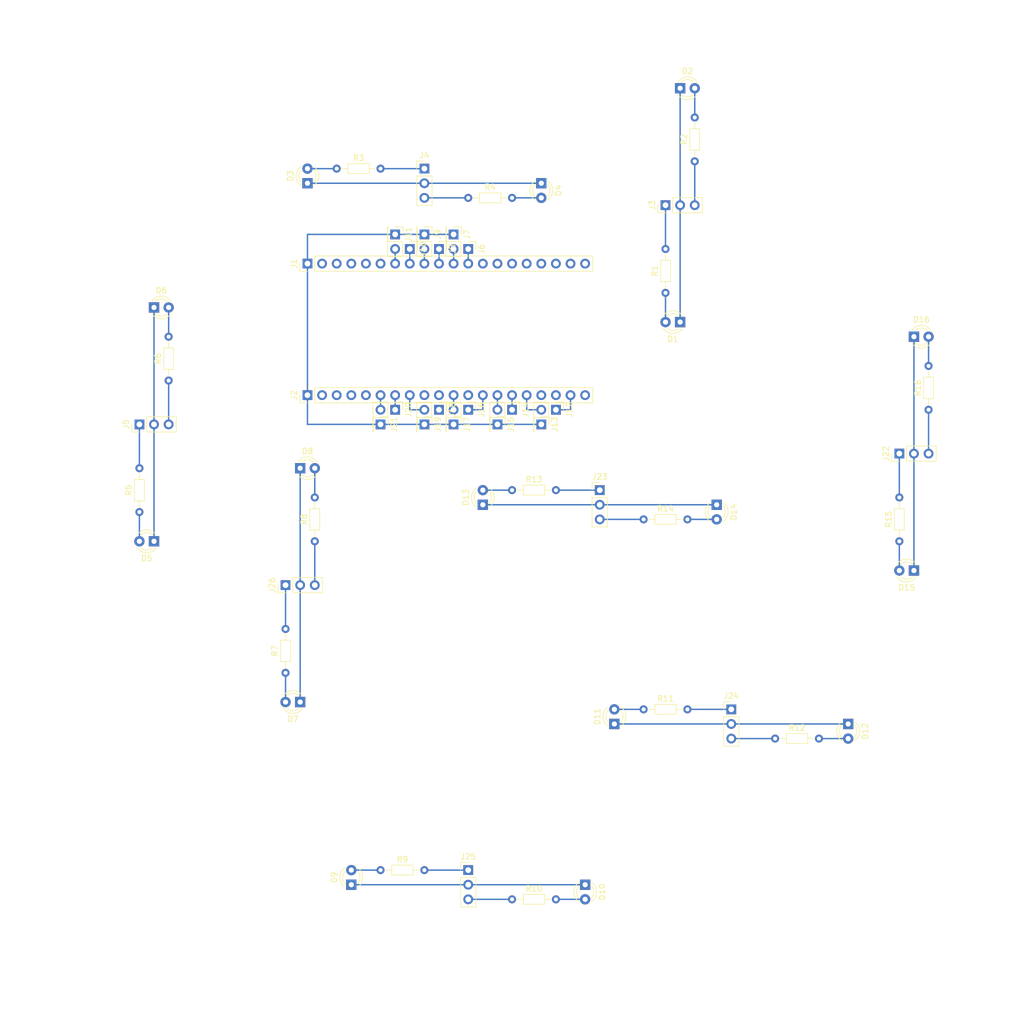
<source format=kicad_pcb>
(kicad_pcb (version 4) (host pcbnew 4.0.7+dfsg1-1)

  (general
    (links 73)
    (no_connects 1)
    (area 0 0 0 0)
    (thickness 1.6)
    (drawings 1)
    (tracks 78)
    (zones 0)
    (modules 58)
    (nets 80)
  )

  (page A4)
  (layers
    (0 F.Cu signal)
    (31 B.Cu signal)
    (32 B.Adhes user)
    (33 F.Adhes user)
    (34 B.Paste user)
    (35 F.Paste user)
    (36 B.SilkS user)
    (37 F.SilkS user)
    (38 B.Mask user)
    (39 F.Mask user)
    (40 Dwgs.User user)
    (41 Cmts.User user)
    (42 Eco1.User user)
    (43 Eco2.User user)
    (44 Edge.Cuts user)
    (45 Margin user)
    (46 B.CrtYd user)
    (47 F.CrtYd user)
    (48 B.Fab user)
    (49 F.Fab user)
  )

  (setup
    (last_trace_width 0.25)
    (trace_clearance 0.2)
    (zone_clearance 0.508)
    (zone_45_only no)
    (trace_min 0.2)
    (segment_width 0.2)
    (edge_width 0.1)
    (via_size 0.6)
    (via_drill 0.4)
    (via_min_size 0.4)
    (via_min_drill 0.3)
    (uvia_size 0.3)
    (uvia_drill 0.1)
    (uvias_allowed no)
    (uvia_min_size 0.2)
    (uvia_min_drill 0.1)
    (pcb_text_width 0.3)
    (pcb_text_size 1.5 1.5)
    (mod_edge_width 0.15)
    (mod_text_size 1 1)
    (mod_text_width 0.15)
    (pad_size 1.5 1.5)
    (pad_drill 0.6)
    (pad_to_mask_clearance 0)
    (aux_axis_origin 0 0)
    (visible_elements FFFFFF7F)
    (pcbplotparams
      (layerselection 0x00030_80000001)
      (usegerberextensions false)
      (excludeedgelayer true)
      (linewidth 0.100000)
      (plotframeref false)
      (viasonmask false)
      (mode 1)
      (useauxorigin false)
      (hpglpennumber 1)
      (hpglpenspeed 20)
      (hpglpendiameter 15)
      (hpglpenoverlay 2)
      (psnegative false)
      (psa4output false)
      (plotreference true)
      (plotvalue true)
      (plotinvisibletext false)
      (padsonsilk false)
      (subtractmaskfromsilk false)
      (outputformat 1)
      (mirror false)
      (drillshape 1)
      (scaleselection 1)
      (outputdirectory ""))
  )

  (net 0 "")
  (net 1 GND)
  (net 2 "Net-(D1-Pad2)")
  (net 3 "Net-(D2-Pad2)")
  (net 4 "Net-(D3-Pad2)")
  (net 5 "Net-(D4-Pad2)")
  (net 6 "Net-(D5-Pad2)")
  (net 7 "Net-(D6-Pad2)")
  (net 8 "Net-(D7-Pad2)")
  (net 9 "Net-(D8-Pad2)")
  (net 10 "Net-(D9-Pad2)")
  (net 11 "Net-(D10-Pad2)")
  (net 12 "Net-(D11-Pad2)")
  (net 13 "Net-(D12-Pad2)")
  (net 14 "Net-(D13-Pad2)")
  (net 15 "Net-(D14-Pad2)")
  (net 16 "Net-(D15-Pad2)")
  (net 17 "Net-(D16-Pad2)")
  (net 18 "Net-(J1-Pad2)")
  (net 19 "Net-(J1-Pad3)")
  (net 20 "Net-(J1-Pad4)")
  (net 21 "Net-(J1-Pad5)")
  (net 22 "Net-(J1-Pad6)")
  (net 23 /IO_13)
  (net 24 /IO_12)
  (net 25 /IO_14)
  (net 26 /IO_27)
  (net 27 /IO_26)
  (net 28 /IO_25)
  (net 29 "Net-(J1-Pad13)")
  (net 30 "Net-(J1-Pad14)")
  (net 31 "Net-(J1-Pad15)")
  (net 32 "Net-(J1-Pad16)")
  (net 33 "Net-(J1-Pad17)")
  (net 34 "Net-(J1-Pad18)")
  (net 35 "Net-(J1-Pad19)")
  (net 36 "Net-(J1-Pad20)")
  (net 37 "Net-(J2-Pad2)")
  (net 38 "Net-(J2-Pad3)")
  (net 39 "Net-(J2-Pad4)")
  (net 40 "Net-(J2-Pad5)")
  (net 41 /IO_16)
  (net 42 /IO_17)
  (net 43 /IO_4)
  (net 44 "Net-(J2-Pad9)")
  (net 45 /IO_2)
  (net 46 /IO_15)
  (net 47 "Net-(J2-Pad12)")
  (net 48 /IO_10)
  (net 49 /IO_23)
  (net 50 /IO_19)
  (net 51 /IO_22)
  (net 52 "Net-(J2-Pad17)")
  (net 53 "Net-(J2-Pad18)")
  (net 54 /IO_21)
  (net 55 "Net-(J2-Pad20)")
  (net 56 "Net-(D1-Pad1)")
  (net 57 "Net-(D3-Pad1)")
  (net 58 "Net-(D5-Pad1)")
  (net 59 "Net-(J3-Pad1)")
  (net 60 "Net-(J3-Pad3)")
  (net 61 "Net-(J4-Pad1)")
  (net 62 "Net-(J4-Pad3)")
  (net 63 "Net-(J5-Pad1)")
  (net 64 "Net-(J5-Pad3)")
  (net 65 "Net-(D7-Pad1)")
  (net 66 "Net-(D10-Pad1)")
  (net 67 "Net-(D11-Pad1)")
  (net 68 "Net-(D13-Pad1)")
  (net 69 "Net-(D15-Pad1)")
  (net 70 "Net-(J22-Pad1)")
  (net 71 "Net-(J22-Pad3)")
  (net 72 "Net-(J23-Pad1)")
  (net 73 "Net-(J23-Pad3)")
  (net 74 "Net-(J24-Pad1)")
  (net 75 "Net-(J24-Pad3)")
  (net 76 "Net-(J25-Pad1)")
  (net 77 "Net-(J25-Pad3)")
  (net 78 "Net-(J26-Pad1)")
  (net 79 "Net-(J26-Pad3)")

  (net_class Default "Dies ist die voreingestellte Netzklasse."
    (clearance 0.2)
    (trace_width 0.25)
    (via_dia 0.6)
    (via_drill 0.4)
    (uvia_dia 0.3)
    (uvia_drill 0.1)
    (add_net /IO_10)
    (add_net /IO_12)
    (add_net /IO_13)
    (add_net /IO_14)
    (add_net /IO_15)
    (add_net /IO_16)
    (add_net /IO_17)
    (add_net /IO_19)
    (add_net /IO_2)
    (add_net /IO_21)
    (add_net /IO_22)
    (add_net /IO_23)
    (add_net /IO_25)
    (add_net /IO_26)
    (add_net /IO_27)
    (add_net /IO_4)
    (add_net GND)
    (add_net "Net-(D1-Pad1)")
    (add_net "Net-(D1-Pad2)")
    (add_net "Net-(D10-Pad1)")
    (add_net "Net-(D10-Pad2)")
    (add_net "Net-(D11-Pad1)")
    (add_net "Net-(D11-Pad2)")
    (add_net "Net-(D12-Pad2)")
    (add_net "Net-(D13-Pad1)")
    (add_net "Net-(D13-Pad2)")
    (add_net "Net-(D14-Pad2)")
    (add_net "Net-(D15-Pad1)")
    (add_net "Net-(D15-Pad2)")
    (add_net "Net-(D16-Pad2)")
    (add_net "Net-(D2-Pad2)")
    (add_net "Net-(D3-Pad1)")
    (add_net "Net-(D3-Pad2)")
    (add_net "Net-(D4-Pad2)")
    (add_net "Net-(D5-Pad1)")
    (add_net "Net-(D5-Pad2)")
    (add_net "Net-(D6-Pad2)")
    (add_net "Net-(D7-Pad1)")
    (add_net "Net-(D7-Pad2)")
    (add_net "Net-(D8-Pad2)")
    (add_net "Net-(D9-Pad2)")
    (add_net "Net-(J1-Pad13)")
    (add_net "Net-(J1-Pad14)")
    (add_net "Net-(J1-Pad15)")
    (add_net "Net-(J1-Pad16)")
    (add_net "Net-(J1-Pad17)")
    (add_net "Net-(J1-Pad18)")
    (add_net "Net-(J1-Pad19)")
    (add_net "Net-(J1-Pad2)")
    (add_net "Net-(J1-Pad20)")
    (add_net "Net-(J1-Pad3)")
    (add_net "Net-(J1-Pad4)")
    (add_net "Net-(J1-Pad5)")
    (add_net "Net-(J1-Pad6)")
    (add_net "Net-(J2-Pad12)")
    (add_net "Net-(J2-Pad17)")
    (add_net "Net-(J2-Pad18)")
    (add_net "Net-(J2-Pad2)")
    (add_net "Net-(J2-Pad20)")
    (add_net "Net-(J2-Pad3)")
    (add_net "Net-(J2-Pad4)")
    (add_net "Net-(J2-Pad5)")
    (add_net "Net-(J2-Pad9)")
    (add_net "Net-(J22-Pad1)")
    (add_net "Net-(J22-Pad3)")
    (add_net "Net-(J23-Pad1)")
    (add_net "Net-(J23-Pad3)")
    (add_net "Net-(J24-Pad1)")
    (add_net "Net-(J24-Pad3)")
    (add_net "Net-(J25-Pad1)")
    (add_net "Net-(J25-Pad3)")
    (add_net "Net-(J26-Pad1)")
    (add_net "Net-(J26-Pad3)")
    (add_net "Net-(J3-Pad1)")
    (add_net "Net-(J3-Pad3)")
    (add_net "Net-(J4-Pad1)")
    (add_net "Net-(J4-Pad3)")
    (add_net "Net-(J5-Pad1)")
    (add_net "Net-(J5-Pad3)")
  )

  (module LEDs:LED_D3.0mm (layer F.Cu) (tedit 587A3A7B) (tstamp 5AB40CEA)
    (at 133.35 71.12 180)
    (descr "LED, diameter 3.0mm, 2 pins")
    (tags "LED diameter 3.0mm 2 pins")
    (path /5A636208)
    (fp_text reference D1 (at 1.27 -2.96 180) (layer F.SilkS)
      (effects (font (size 1 1) (thickness 0.15)))
    )
    (fp_text value Yellow (at 1.27 2.96 180) (layer F.Fab)
      (effects (font (size 1 1) (thickness 0.15)))
    )
    (fp_arc (start 1.27 0) (end -0.23 -1.16619) (angle 284.3) (layer F.Fab) (width 0.1))
    (fp_arc (start 1.27 0) (end -0.29 -1.235516) (angle 108.8) (layer F.SilkS) (width 0.12))
    (fp_arc (start 1.27 0) (end -0.29 1.235516) (angle -108.8) (layer F.SilkS) (width 0.12))
    (fp_arc (start 1.27 0) (end 0.229039 -1.08) (angle 87.9) (layer F.SilkS) (width 0.12))
    (fp_arc (start 1.27 0) (end 0.229039 1.08) (angle -87.9) (layer F.SilkS) (width 0.12))
    (fp_circle (center 1.27 0) (end 2.77 0) (layer F.Fab) (width 0.1))
    (fp_line (start -0.23 -1.16619) (end -0.23 1.16619) (layer F.Fab) (width 0.1))
    (fp_line (start -0.29 -1.236) (end -0.29 -1.08) (layer F.SilkS) (width 0.12))
    (fp_line (start -0.29 1.08) (end -0.29 1.236) (layer F.SilkS) (width 0.12))
    (fp_line (start -1.15 -2.25) (end -1.15 2.25) (layer F.CrtYd) (width 0.05))
    (fp_line (start -1.15 2.25) (end 3.7 2.25) (layer F.CrtYd) (width 0.05))
    (fp_line (start 3.7 2.25) (end 3.7 -2.25) (layer F.CrtYd) (width 0.05))
    (fp_line (start 3.7 -2.25) (end -1.15 -2.25) (layer F.CrtYd) (width 0.05))
    (pad 1 thru_hole rect (at 0 0 180) (size 1.8 1.8) (drill 0.9) (layers *.Cu *.Mask)
      (net 56 "Net-(D1-Pad1)"))
    (pad 2 thru_hole circle (at 2.54 0 180) (size 1.8 1.8) (drill 0.9) (layers *.Cu *.Mask)
      (net 2 "Net-(D1-Pad2)"))
    (model ${KISYS3DMOD}/LEDs.3dshapes/LED_D3.0mm.wrl
      (at (xyz 0 0 0))
      (scale (xyz 0.393701 0.393701 0.393701))
      (rotate (xyz 0 0 0))
    )
  )

  (module LEDs:LED_D3.0mm (layer F.Cu) (tedit 587A3A7B) (tstamp 5AB40CF0)
    (at 133.35 30.48)
    (descr "LED, diameter 3.0mm, 2 pins")
    (tags "LED diameter 3.0mm 2 pins")
    (path /5A636199)
    (fp_text reference D2 (at 1.27 -2.96) (layer F.SilkS)
      (effects (font (size 1 1) (thickness 0.15)))
    )
    (fp_text value Yellow (at 1.27 2.96) (layer F.Fab)
      (effects (font (size 1 1) (thickness 0.15)))
    )
    (fp_arc (start 1.27 0) (end -0.23 -1.16619) (angle 284.3) (layer F.Fab) (width 0.1))
    (fp_arc (start 1.27 0) (end -0.29 -1.235516) (angle 108.8) (layer F.SilkS) (width 0.12))
    (fp_arc (start 1.27 0) (end -0.29 1.235516) (angle -108.8) (layer F.SilkS) (width 0.12))
    (fp_arc (start 1.27 0) (end 0.229039 -1.08) (angle 87.9) (layer F.SilkS) (width 0.12))
    (fp_arc (start 1.27 0) (end 0.229039 1.08) (angle -87.9) (layer F.SilkS) (width 0.12))
    (fp_circle (center 1.27 0) (end 2.77 0) (layer F.Fab) (width 0.1))
    (fp_line (start -0.23 -1.16619) (end -0.23 1.16619) (layer F.Fab) (width 0.1))
    (fp_line (start -0.29 -1.236) (end -0.29 -1.08) (layer F.SilkS) (width 0.12))
    (fp_line (start -0.29 1.08) (end -0.29 1.236) (layer F.SilkS) (width 0.12))
    (fp_line (start -1.15 -2.25) (end -1.15 2.25) (layer F.CrtYd) (width 0.05))
    (fp_line (start -1.15 2.25) (end 3.7 2.25) (layer F.CrtYd) (width 0.05))
    (fp_line (start 3.7 2.25) (end 3.7 -2.25) (layer F.CrtYd) (width 0.05))
    (fp_line (start 3.7 -2.25) (end -1.15 -2.25) (layer F.CrtYd) (width 0.05))
    (pad 1 thru_hole rect (at 0 0) (size 1.8 1.8) (drill 0.9) (layers *.Cu *.Mask)
      (net 56 "Net-(D1-Pad1)"))
    (pad 2 thru_hole circle (at 2.54 0) (size 1.8 1.8) (drill 0.9) (layers *.Cu *.Mask)
      (net 3 "Net-(D2-Pad2)"))
    (model ${KISYS3DMOD}/LEDs.3dshapes/LED_D3.0mm.wrl
      (at (xyz 0 0 0))
      (scale (xyz 0.393701 0.393701 0.393701))
      (rotate (xyz 0 0 0))
    )
  )

  (module LEDs:LED_D3.0mm (layer F.Cu) (tedit 587A3A7B) (tstamp 5AB40CF6)
    (at 68.58 46.99 90)
    (descr "LED, diameter 3.0mm, 2 pins")
    (tags "LED diameter 3.0mm 2 pins")
    (path /5A63612D)
    (fp_text reference D3 (at 1.27 -2.96 90) (layer F.SilkS)
      (effects (font (size 1 1) (thickness 0.15)))
    )
    (fp_text value Yellow (at 1.27 2.96 90) (layer F.Fab)
      (effects (font (size 1 1) (thickness 0.15)))
    )
    (fp_arc (start 1.27 0) (end -0.23 -1.16619) (angle 284.3) (layer F.Fab) (width 0.1))
    (fp_arc (start 1.27 0) (end -0.29 -1.235516) (angle 108.8) (layer F.SilkS) (width 0.12))
    (fp_arc (start 1.27 0) (end -0.29 1.235516) (angle -108.8) (layer F.SilkS) (width 0.12))
    (fp_arc (start 1.27 0) (end 0.229039 -1.08) (angle 87.9) (layer F.SilkS) (width 0.12))
    (fp_arc (start 1.27 0) (end 0.229039 1.08) (angle -87.9) (layer F.SilkS) (width 0.12))
    (fp_circle (center 1.27 0) (end 2.77 0) (layer F.Fab) (width 0.1))
    (fp_line (start -0.23 -1.16619) (end -0.23 1.16619) (layer F.Fab) (width 0.1))
    (fp_line (start -0.29 -1.236) (end -0.29 -1.08) (layer F.SilkS) (width 0.12))
    (fp_line (start -0.29 1.08) (end -0.29 1.236) (layer F.SilkS) (width 0.12))
    (fp_line (start -1.15 -2.25) (end -1.15 2.25) (layer F.CrtYd) (width 0.05))
    (fp_line (start -1.15 2.25) (end 3.7 2.25) (layer F.CrtYd) (width 0.05))
    (fp_line (start 3.7 2.25) (end 3.7 -2.25) (layer F.CrtYd) (width 0.05))
    (fp_line (start 3.7 -2.25) (end -1.15 -2.25) (layer F.CrtYd) (width 0.05))
    (pad 1 thru_hole rect (at 0 0 90) (size 1.8 1.8) (drill 0.9) (layers *.Cu *.Mask)
      (net 57 "Net-(D3-Pad1)"))
    (pad 2 thru_hole circle (at 2.54 0 90) (size 1.8 1.8) (drill 0.9) (layers *.Cu *.Mask)
      (net 4 "Net-(D3-Pad2)"))
    (model ${KISYS3DMOD}/LEDs.3dshapes/LED_D3.0mm.wrl
      (at (xyz 0 0 0))
      (scale (xyz 0.393701 0.393701 0.393701))
      (rotate (xyz 0 0 0))
    )
  )

  (module LEDs:LED_D3.0mm (layer F.Cu) (tedit 587A3A7B) (tstamp 5AB40CFC)
    (at 109.22 46.99 270)
    (descr "LED, diameter 3.0mm, 2 pins")
    (tags "LED diameter 3.0mm 2 pins")
    (path /5A6360C0)
    (fp_text reference D4 (at 1.27 -2.96 270) (layer F.SilkS)
      (effects (font (size 1 1) (thickness 0.15)))
    )
    (fp_text value Yellow (at 1.27 2.96 270) (layer F.Fab)
      (effects (font (size 1 1) (thickness 0.15)))
    )
    (fp_arc (start 1.27 0) (end -0.23 -1.16619) (angle 284.3) (layer F.Fab) (width 0.1))
    (fp_arc (start 1.27 0) (end -0.29 -1.235516) (angle 108.8) (layer F.SilkS) (width 0.12))
    (fp_arc (start 1.27 0) (end -0.29 1.235516) (angle -108.8) (layer F.SilkS) (width 0.12))
    (fp_arc (start 1.27 0) (end 0.229039 -1.08) (angle 87.9) (layer F.SilkS) (width 0.12))
    (fp_arc (start 1.27 0) (end 0.229039 1.08) (angle -87.9) (layer F.SilkS) (width 0.12))
    (fp_circle (center 1.27 0) (end 2.77 0) (layer F.Fab) (width 0.1))
    (fp_line (start -0.23 -1.16619) (end -0.23 1.16619) (layer F.Fab) (width 0.1))
    (fp_line (start -0.29 -1.236) (end -0.29 -1.08) (layer F.SilkS) (width 0.12))
    (fp_line (start -0.29 1.08) (end -0.29 1.236) (layer F.SilkS) (width 0.12))
    (fp_line (start -1.15 -2.25) (end -1.15 2.25) (layer F.CrtYd) (width 0.05))
    (fp_line (start -1.15 2.25) (end 3.7 2.25) (layer F.CrtYd) (width 0.05))
    (fp_line (start 3.7 2.25) (end 3.7 -2.25) (layer F.CrtYd) (width 0.05))
    (fp_line (start 3.7 -2.25) (end -1.15 -2.25) (layer F.CrtYd) (width 0.05))
    (pad 1 thru_hole rect (at 0 0 270) (size 1.8 1.8) (drill 0.9) (layers *.Cu *.Mask)
      (net 57 "Net-(D3-Pad1)"))
    (pad 2 thru_hole circle (at 2.54 0 270) (size 1.8 1.8) (drill 0.9) (layers *.Cu *.Mask)
      (net 5 "Net-(D4-Pad2)"))
    (model ${KISYS3DMOD}/LEDs.3dshapes/LED_D3.0mm.wrl
      (at (xyz 0 0 0))
      (scale (xyz 0.393701 0.393701 0.393701))
      (rotate (xyz 0 0 0))
    )
  )

  (module LEDs:LED_D3.0mm (layer F.Cu) (tedit 587A3A7B) (tstamp 5AB40D02)
    (at 41.91 109.22 180)
    (descr "LED, diameter 3.0mm, 2 pins")
    (tags "LED diameter 3.0mm 2 pins")
    (path /5A636050)
    (fp_text reference D5 (at 1.27 -2.96 180) (layer F.SilkS)
      (effects (font (size 1 1) (thickness 0.15)))
    )
    (fp_text value Yellow (at 1.27 2.96 180) (layer F.Fab)
      (effects (font (size 1 1) (thickness 0.15)))
    )
    (fp_arc (start 1.27 0) (end -0.23 -1.16619) (angle 284.3) (layer F.Fab) (width 0.1))
    (fp_arc (start 1.27 0) (end -0.29 -1.235516) (angle 108.8) (layer F.SilkS) (width 0.12))
    (fp_arc (start 1.27 0) (end -0.29 1.235516) (angle -108.8) (layer F.SilkS) (width 0.12))
    (fp_arc (start 1.27 0) (end 0.229039 -1.08) (angle 87.9) (layer F.SilkS) (width 0.12))
    (fp_arc (start 1.27 0) (end 0.229039 1.08) (angle -87.9) (layer F.SilkS) (width 0.12))
    (fp_circle (center 1.27 0) (end 2.77 0) (layer F.Fab) (width 0.1))
    (fp_line (start -0.23 -1.16619) (end -0.23 1.16619) (layer F.Fab) (width 0.1))
    (fp_line (start -0.29 -1.236) (end -0.29 -1.08) (layer F.SilkS) (width 0.12))
    (fp_line (start -0.29 1.08) (end -0.29 1.236) (layer F.SilkS) (width 0.12))
    (fp_line (start -1.15 -2.25) (end -1.15 2.25) (layer F.CrtYd) (width 0.05))
    (fp_line (start -1.15 2.25) (end 3.7 2.25) (layer F.CrtYd) (width 0.05))
    (fp_line (start 3.7 2.25) (end 3.7 -2.25) (layer F.CrtYd) (width 0.05))
    (fp_line (start 3.7 -2.25) (end -1.15 -2.25) (layer F.CrtYd) (width 0.05))
    (pad 1 thru_hole rect (at 0 0 180) (size 1.8 1.8) (drill 0.9) (layers *.Cu *.Mask)
      (net 58 "Net-(D5-Pad1)"))
    (pad 2 thru_hole circle (at 2.54 0 180) (size 1.8 1.8) (drill 0.9) (layers *.Cu *.Mask)
      (net 6 "Net-(D5-Pad2)"))
    (model ${KISYS3DMOD}/LEDs.3dshapes/LED_D3.0mm.wrl
      (at (xyz 0 0 0))
      (scale (xyz 0.393701 0.393701 0.393701))
      (rotate (xyz 0 0 0))
    )
  )

  (module LEDs:LED_D3.0mm (layer F.Cu) (tedit 587A3A7B) (tstamp 5AB40D08)
    (at 41.91 68.58)
    (descr "LED, diameter 3.0mm, 2 pins")
    (tags "LED diameter 3.0mm 2 pins")
    (path /5A635E75)
    (fp_text reference D6 (at 1.27 -2.96) (layer F.SilkS)
      (effects (font (size 1 1) (thickness 0.15)))
    )
    (fp_text value Yellow (at 1.27 2.96) (layer F.Fab)
      (effects (font (size 1 1) (thickness 0.15)))
    )
    (fp_arc (start 1.27 0) (end -0.23 -1.16619) (angle 284.3) (layer F.Fab) (width 0.1))
    (fp_arc (start 1.27 0) (end -0.29 -1.235516) (angle 108.8) (layer F.SilkS) (width 0.12))
    (fp_arc (start 1.27 0) (end -0.29 1.235516) (angle -108.8) (layer F.SilkS) (width 0.12))
    (fp_arc (start 1.27 0) (end 0.229039 -1.08) (angle 87.9) (layer F.SilkS) (width 0.12))
    (fp_arc (start 1.27 0) (end 0.229039 1.08) (angle -87.9) (layer F.SilkS) (width 0.12))
    (fp_circle (center 1.27 0) (end 2.77 0) (layer F.Fab) (width 0.1))
    (fp_line (start -0.23 -1.16619) (end -0.23 1.16619) (layer F.Fab) (width 0.1))
    (fp_line (start -0.29 -1.236) (end -0.29 -1.08) (layer F.SilkS) (width 0.12))
    (fp_line (start -0.29 1.08) (end -0.29 1.236) (layer F.SilkS) (width 0.12))
    (fp_line (start -1.15 -2.25) (end -1.15 2.25) (layer F.CrtYd) (width 0.05))
    (fp_line (start -1.15 2.25) (end 3.7 2.25) (layer F.CrtYd) (width 0.05))
    (fp_line (start 3.7 2.25) (end 3.7 -2.25) (layer F.CrtYd) (width 0.05))
    (fp_line (start 3.7 -2.25) (end -1.15 -2.25) (layer F.CrtYd) (width 0.05))
    (pad 1 thru_hole rect (at 0 0) (size 1.8 1.8) (drill 0.9) (layers *.Cu *.Mask)
      (net 58 "Net-(D5-Pad1)"))
    (pad 2 thru_hole circle (at 2.54 0) (size 1.8 1.8) (drill 0.9) (layers *.Cu *.Mask)
      (net 7 "Net-(D6-Pad2)"))
    (model ${KISYS3DMOD}/LEDs.3dshapes/LED_D3.0mm.wrl
      (at (xyz 0 0 0))
      (scale (xyz 0.393701 0.393701 0.393701))
      (rotate (xyz 0 0 0))
    )
  )

  (module LEDs:LED_D3.0mm (layer F.Cu) (tedit 587A3A7B) (tstamp 5AB40D0E)
    (at 67.31 137.16 180)
    (descr "LED, diameter 3.0mm, 2 pins")
    (tags "LED diameter 3.0mm 2 pins")
    (path /5A633E7D)
    (fp_text reference D7 (at 1.27 -2.96 180) (layer F.SilkS)
      (effects (font (size 1 1) (thickness 0.15)))
    )
    (fp_text value Yellow (at 1.27 2.96 180) (layer F.Fab)
      (effects (font (size 1 1) (thickness 0.15)))
    )
    (fp_arc (start 1.27 0) (end -0.23 -1.16619) (angle 284.3) (layer F.Fab) (width 0.1))
    (fp_arc (start 1.27 0) (end -0.29 -1.235516) (angle 108.8) (layer F.SilkS) (width 0.12))
    (fp_arc (start 1.27 0) (end -0.29 1.235516) (angle -108.8) (layer F.SilkS) (width 0.12))
    (fp_arc (start 1.27 0) (end 0.229039 -1.08) (angle 87.9) (layer F.SilkS) (width 0.12))
    (fp_arc (start 1.27 0) (end 0.229039 1.08) (angle -87.9) (layer F.SilkS) (width 0.12))
    (fp_circle (center 1.27 0) (end 2.77 0) (layer F.Fab) (width 0.1))
    (fp_line (start -0.23 -1.16619) (end -0.23 1.16619) (layer F.Fab) (width 0.1))
    (fp_line (start -0.29 -1.236) (end -0.29 -1.08) (layer F.SilkS) (width 0.12))
    (fp_line (start -0.29 1.08) (end -0.29 1.236) (layer F.SilkS) (width 0.12))
    (fp_line (start -1.15 -2.25) (end -1.15 2.25) (layer F.CrtYd) (width 0.05))
    (fp_line (start -1.15 2.25) (end 3.7 2.25) (layer F.CrtYd) (width 0.05))
    (fp_line (start 3.7 2.25) (end 3.7 -2.25) (layer F.CrtYd) (width 0.05))
    (fp_line (start 3.7 -2.25) (end -1.15 -2.25) (layer F.CrtYd) (width 0.05))
    (pad 1 thru_hole rect (at 0 0 180) (size 1.8 1.8) (drill 0.9) (layers *.Cu *.Mask)
      (net 65 "Net-(D7-Pad1)"))
    (pad 2 thru_hole circle (at 2.54 0 180) (size 1.8 1.8) (drill 0.9) (layers *.Cu *.Mask)
      (net 8 "Net-(D7-Pad2)"))
    (model ${KISYS3DMOD}/LEDs.3dshapes/LED_D3.0mm.wrl
      (at (xyz 0 0 0))
      (scale (xyz 0.393701 0.393701 0.393701))
      (rotate (xyz 0 0 0))
    )
  )

  (module LEDs:LED_D3.0mm (layer F.Cu) (tedit 587A3A7B) (tstamp 5AB40D14)
    (at 67.31 96.52)
    (descr "LED, diameter 3.0mm, 2 pins")
    (tags "LED diameter 3.0mm 2 pins")
    (path /5A634584)
    (fp_text reference D8 (at 1.27 -2.96) (layer F.SilkS)
      (effects (font (size 1 1) (thickness 0.15)))
    )
    (fp_text value Yellow (at 1.27 2.96) (layer F.Fab)
      (effects (font (size 1 1) (thickness 0.15)))
    )
    (fp_arc (start 1.27 0) (end -0.23 -1.16619) (angle 284.3) (layer F.Fab) (width 0.1))
    (fp_arc (start 1.27 0) (end -0.29 -1.235516) (angle 108.8) (layer F.SilkS) (width 0.12))
    (fp_arc (start 1.27 0) (end -0.29 1.235516) (angle -108.8) (layer F.SilkS) (width 0.12))
    (fp_arc (start 1.27 0) (end 0.229039 -1.08) (angle 87.9) (layer F.SilkS) (width 0.12))
    (fp_arc (start 1.27 0) (end 0.229039 1.08) (angle -87.9) (layer F.SilkS) (width 0.12))
    (fp_circle (center 1.27 0) (end 2.77 0) (layer F.Fab) (width 0.1))
    (fp_line (start -0.23 -1.16619) (end -0.23 1.16619) (layer F.Fab) (width 0.1))
    (fp_line (start -0.29 -1.236) (end -0.29 -1.08) (layer F.SilkS) (width 0.12))
    (fp_line (start -0.29 1.08) (end -0.29 1.236) (layer F.SilkS) (width 0.12))
    (fp_line (start -1.15 -2.25) (end -1.15 2.25) (layer F.CrtYd) (width 0.05))
    (fp_line (start -1.15 2.25) (end 3.7 2.25) (layer F.CrtYd) (width 0.05))
    (fp_line (start 3.7 2.25) (end 3.7 -2.25) (layer F.CrtYd) (width 0.05))
    (fp_line (start 3.7 -2.25) (end -1.15 -2.25) (layer F.CrtYd) (width 0.05))
    (pad 1 thru_hole rect (at 0 0) (size 1.8 1.8) (drill 0.9) (layers *.Cu *.Mask)
      (net 65 "Net-(D7-Pad1)"))
    (pad 2 thru_hole circle (at 2.54 0) (size 1.8 1.8) (drill 0.9) (layers *.Cu *.Mask)
      (net 9 "Net-(D8-Pad2)"))
    (model ${KISYS3DMOD}/LEDs.3dshapes/LED_D3.0mm.wrl
      (at (xyz 0 0 0))
      (scale (xyz 0.393701 0.393701 0.393701))
      (rotate (xyz 0 0 0))
    )
  )

  (module LEDs:LED_D3.0mm (layer F.Cu) (tedit 587A3A7B) (tstamp 5AB40D1A)
    (at 76.2 168.91 90)
    (descr "LED, diameter 3.0mm, 2 pins")
    (tags "LED diameter 3.0mm 2 pins")
    (path /5A6345CE)
    (fp_text reference D9 (at 1.27 -2.96 90) (layer F.SilkS)
      (effects (font (size 1 1) (thickness 0.15)))
    )
    (fp_text value Yellow (at 1.27 2.96 90) (layer F.Fab)
      (effects (font (size 1 1) (thickness 0.15)))
    )
    (fp_arc (start 1.27 0) (end -0.23 -1.16619) (angle 284.3) (layer F.Fab) (width 0.1))
    (fp_arc (start 1.27 0) (end -0.29 -1.235516) (angle 108.8) (layer F.SilkS) (width 0.12))
    (fp_arc (start 1.27 0) (end -0.29 1.235516) (angle -108.8) (layer F.SilkS) (width 0.12))
    (fp_arc (start 1.27 0) (end 0.229039 -1.08) (angle 87.9) (layer F.SilkS) (width 0.12))
    (fp_arc (start 1.27 0) (end 0.229039 1.08) (angle -87.9) (layer F.SilkS) (width 0.12))
    (fp_circle (center 1.27 0) (end 2.77 0) (layer F.Fab) (width 0.1))
    (fp_line (start -0.23 -1.16619) (end -0.23 1.16619) (layer F.Fab) (width 0.1))
    (fp_line (start -0.29 -1.236) (end -0.29 -1.08) (layer F.SilkS) (width 0.12))
    (fp_line (start -0.29 1.08) (end -0.29 1.236) (layer F.SilkS) (width 0.12))
    (fp_line (start -1.15 -2.25) (end -1.15 2.25) (layer F.CrtYd) (width 0.05))
    (fp_line (start -1.15 2.25) (end 3.7 2.25) (layer F.CrtYd) (width 0.05))
    (fp_line (start 3.7 2.25) (end 3.7 -2.25) (layer F.CrtYd) (width 0.05))
    (fp_line (start 3.7 -2.25) (end -1.15 -2.25) (layer F.CrtYd) (width 0.05))
    (pad 1 thru_hole rect (at 0 0 90) (size 1.8 1.8) (drill 0.9) (layers *.Cu *.Mask)
      (net 66 "Net-(D10-Pad1)"))
    (pad 2 thru_hole circle (at 2.54 0 90) (size 1.8 1.8) (drill 0.9) (layers *.Cu *.Mask)
      (net 10 "Net-(D9-Pad2)"))
    (model ${KISYS3DMOD}/LEDs.3dshapes/LED_D3.0mm.wrl
      (at (xyz 0 0 0))
      (scale (xyz 0.393701 0.393701 0.393701))
      (rotate (xyz 0 0 0))
    )
  )

  (module LEDs:LED_D3.0mm (layer F.Cu) (tedit 587A3A7B) (tstamp 5AB40D20)
    (at 116.84 168.91 270)
    (descr "LED, diameter 3.0mm, 2 pins")
    (tags "LED diameter 3.0mm 2 pins")
    (path /5A63461D)
    (fp_text reference D10 (at 1.27 -2.96 270) (layer F.SilkS)
      (effects (font (size 1 1) (thickness 0.15)))
    )
    (fp_text value Yellow (at 1.27 2.96 270) (layer F.Fab)
      (effects (font (size 1 1) (thickness 0.15)))
    )
    (fp_arc (start 1.27 0) (end -0.23 -1.16619) (angle 284.3) (layer F.Fab) (width 0.1))
    (fp_arc (start 1.27 0) (end -0.29 -1.235516) (angle 108.8) (layer F.SilkS) (width 0.12))
    (fp_arc (start 1.27 0) (end -0.29 1.235516) (angle -108.8) (layer F.SilkS) (width 0.12))
    (fp_arc (start 1.27 0) (end 0.229039 -1.08) (angle 87.9) (layer F.SilkS) (width 0.12))
    (fp_arc (start 1.27 0) (end 0.229039 1.08) (angle -87.9) (layer F.SilkS) (width 0.12))
    (fp_circle (center 1.27 0) (end 2.77 0) (layer F.Fab) (width 0.1))
    (fp_line (start -0.23 -1.16619) (end -0.23 1.16619) (layer F.Fab) (width 0.1))
    (fp_line (start -0.29 -1.236) (end -0.29 -1.08) (layer F.SilkS) (width 0.12))
    (fp_line (start -0.29 1.08) (end -0.29 1.236) (layer F.SilkS) (width 0.12))
    (fp_line (start -1.15 -2.25) (end -1.15 2.25) (layer F.CrtYd) (width 0.05))
    (fp_line (start -1.15 2.25) (end 3.7 2.25) (layer F.CrtYd) (width 0.05))
    (fp_line (start 3.7 2.25) (end 3.7 -2.25) (layer F.CrtYd) (width 0.05))
    (fp_line (start 3.7 -2.25) (end -1.15 -2.25) (layer F.CrtYd) (width 0.05))
    (pad 1 thru_hole rect (at 0 0 270) (size 1.8 1.8) (drill 0.9) (layers *.Cu *.Mask)
      (net 66 "Net-(D10-Pad1)"))
    (pad 2 thru_hole circle (at 2.54 0 270) (size 1.8 1.8) (drill 0.9) (layers *.Cu *.Mask)
      (net 11 "Net-(D10-Pad2)"))
    (model ${KISYS3DMOD}/LEDs.3dshapes/LED_D3.0mm.wrl
      (at (xyz 0 0 0))
      (scale (xyz 0.393701 0.393701 0.393701))
      (rotate (xyz 0 0 0))
    )
  )

  (module LEDs:LED_D3.0mm (layer F.Cu) (tedit 587A3A7B) (tstamp 5AB40D26)
    (at 121.92 140.97 90)
    (descr "LED, diameter 3.0mm, 2 pins")
    (tags "LED diameter 3.0mm 2 pins")
    (path /5A63466B)
    (fp_text reference D11 (at 1.27 -2.96 90) (layer F.SilkS)
      (effects (font (size 1 1) (thickness 0.15)))
    )
    (fp_text value Yellow (at 1.27 2.96 90) (layer F.Fab)
      (effects (font (size 1 1) (thickness 0.15)))
    )
    (fp_arc (start 1.27 0) (end -0.23 -1.16619) (angle 284.3) (layer F.Fab) (width 0.1))
    (fp_arc (start 1.27 0) (end -0.29 -1.235516) (angle 108.8) (layer F.SilkS) (width 0.12))
    (fp_arc (start 1.27 0) (end -0.29 1.235516) (angle -108.8) (layer F.SilkS) (width 0.12))
    (fp_arc (start 1.27 0) (end 0.229039 -1.08) (angle 87.9) (layer F.SilkS) (width 0.12))
    (fp_arc (start 1.27 0) (end 0.229039 1.08) (angle -87.9) (layer F.SilkS) (width 0.12))
    (fp_circle (center 1.27 0) (end 2.77 0) (layer F.Fab) (width 0.1))
    (fp_line (start -0.23 -1.16619) (end -0.23 1.16619) (layer F.Fab) (width 0.1))
    (fp_line (start -0.29 -1.236) (end -0.29 -1.08) (layer F.SilkS) (width 0.12))
    (fp_line (start -0.29 1.08) (end -0.29 1.236) (layer F.SilkS) (width 0.12))
    (fp_line (start -1.15 -2.25) (end -1.15 2.25) (layer F.CrtYd) (width 0.05))
    (fp_line (start -1.15 2.25) (end 3.7 2.25) (layer F.CrtYd) (width 0.05))
    (fp_line (start 3.7 2.25) (end 3.7 -2.25) (layer F.CrtYd) (width 0.05))
    (fp_line (start 3.7 -2.25) (end -1.15 -2.25) (layer F.CrtYd) (width 0.05))
    (pad 1 thru_hole rect (at 0 0 90) (size 1.8 1.8) (drill 0.9) (layers *.Cu *.Mask)
      (net 67 "Net-(D11-Pad1)"))
    (pad 2 thru_hole circle (at 2.54 0 90) (size 1.8 1.8) (drill 0.9) (layers *.Cu *.Mask)
      (net 12 "Net-(D11-Pad2)"))
    (model ${KISYS3DMOD}/LEDs.3dshapes/LED_D3.0mm.wrl
      (at (xyz 0 0 0))
      (scale (xyz 0.393701 0.393701 0.393701))
      (rotate (xyz 0 0 0))
    )
  )

  (module LEDs:LED_D3.0mm (layer F.Cu) (tedit 587A3A7B) (tstamp 5AB40D2C)
    (at 162.56 140.97 270)
    (descr "LED, diameter 3.0mm, 2 pins")
    (tags "LED diameter 3.0mm 2 pins")
    (path /5A6346C0)
    (fp_text reference D12 (at 1.27 -2.96 270) (layer F.SilkS)
      (effects (font (size 1 1) (thickness 0.15)))
    )
    (fp_text value Yellow (at 1.27 2.96 270) (layer F.Fab)
      (effects (font (size 1 1) (thickness 0.15)))
    )
    (fp_arc (start 1.27 0) (end -0.23 -1.16619) (angle 284.3) (layer F.Fab) (width 0.1))
    (fp_arc (start 1.27 0) (end -0.29 -1.235516) (angle 108.8) (layer F.SilkS) (width 0.12))
    (fp_arc (start 1.27 0) (end -0.29 1.235516) (angle -108.8) (layer F.SilkS) (width 0.12))
    (fp_arc (start 1.27 0) (end 0.229039 -1.08) (angle 87.9) (layer F.SilkS) (width 0.12))
    (fp_arc (start 1.27 0) (end 0.229039 1.08) (angle -87.9) (layer F.SilkS) (width 0.12))
    (fp_circle (center 1.27 0) (end 2.77 0) (layer F.Fab) (width 0.1))
    (fp_line (start -0.23 -1.16619) (end -0.23 1.16619) (layer F.Fab) (width 0.1))
    (fp_line (start -0.29 -1.236) (end -0.29 -1.08) (layer F.SilkS) (width 0.12))
    (fp_line (start -0.29 1.08) (end -0.29 1.236) (layer F.SilkS) (width 0.12))
    (fp_line (start -1.15 -2.25) (end -1.15 2.25) (layer F.CrtYd) (width 0.05))
    (fp_line (start -1.15 2.25) (end 3.7 2.25) (layer F.CrtYd) (width 0.05))
    (fp_line (start 3.7 2.25) (end 3.7 -2.25) (layer F.CrtYd) (width 0.05))
    (fp_line (start 3.7 -2.25) (end -1.15 -2.25) (layer F.CrtYd) (width 0.05))
    (pad 1 thru_hole rect (at 0 0 270) (size 1.8 1.8) (drill 0.9) (layers *.Cu *.Mask)
      (net 67 "Net-(D11-Pad1)"))
    (pad 2 thru_hole circle (at 2.54 0 270) (size 1.8 1.8) (drill 0.9) (layers *.Cu *.Mask)
      (net 13 "Net-(D12-Pad2)"))
    (model ${KISYS3DMOD}/LEDs.3dshapes/LED_D3.0mm.wrl
      (at (xyz 0 0 0))
      (scale (xyz 0.393701 0.393701 0.393701))
      (rotate (xyz 0 0 0))
    )
  )

  (module LEDs:LED_D3.0mm (layer F.Cu) (tedit 587A3A7B) (tstamp 5AB40D32)
    (at 99.06 102.87 90)
    (descr "LED, diameter 3.0mm, 2 pins")
    (tags "LED diameter 3.0mm 2 pins")
    (path /5A63471C)
    (fp_text reference D13 (at 1.27 -2.96 90) (layer F.SilkS)
      (effects (font (size 1 1) (thickness 0.15)))
    )
    (fp_text value Yellow (at 1.27 2.96 90) (layer F.Fab)
      (effects (font (size 1 1) (thickness 0.15)))
    )
    (fp_arc (start 1.27 0) (end -0.23 -1.16619) (angle 284.3) (layer F.Fab) (width 0.1))
    (fp_arc (start 1.27 0) (end -0.29 -1.235516) (angle 108.8) (layer F.SilkS) (width 0.12))
    (fp_arc (start 1.27 0) (end -0.29 1.235516) (angle -108.8) (layer F.SilkS) (width 0.12))
    (fp_arc (start 1.27 0) (end 0.229039 -1.08) (angle 87.9) (layer F.SilkS) (width 0.12))
    (fp_arc (start 1.27 0) (end 0.229039 1.08) (angle -87.9) (layer F.SilkS) (width 0.12))
    (fp_circle (center 1.27 0) (end 2.77 0) (layer F.Fab) (width 0.1))
    (fp_line (start -0.23 -1.16619) (end -0.23 1.16619) (layer F.Fab) (width 0.1))
    (fp_line (start -0.29 -1.236) (end -0.29 -1.08) (layer F.SilkS) (width 0.12))
    (fp_line (start -0.29 1.08) (end -0.29 1.236) (layer F.SilkS) (width 0.12))
    (fp_line (start -1.15 -2.25) (end -1.15 2.25) (layer F.CrtYd) (width 0.05))
    (fp_line (start -1.15 2.25) (end 3.7 2.25) (layer F.CrtYd) (width 0.05))
    (fp_line (start 3.7 2.25) (end 3.7 -2.25) (layer F.CrtYd) (width 0.05))
    (fp_line (start 3.7 -2.25) (end -1.15 -2.25) (layer F.CrtYd) (width 0.05))
    (pad 1 thru_hole rect (at 0 0 90) (size 1.8 1.8) (drill 0.9) (layers *.Cu *.Mask)
      (net 68 "Net-(D13-Pad1)"))
    (pad 2 thru_hole circle (at 2.54 0 90) (size 1.8 1.8) (drill 0.9) (layers *.Cu *.Mask)
      (net 14 "Net-(D13-Pad2)"))
    (model ${KISYS3DMOD}/LEDs.3dshapes/LED_D3.0mm.wrl
      (at (xyz 0 0 0))
      (scale (xyz 0.393701 0.393701 0.393701))
      (rotate (xyz 0 0 0))
    )
  )

  (module LEDs:LED_D3.0mm (layer F.Cu) (tedit 587A3A7B) (tstamp 5AB40D38)
    (at 139.7 102.87 270)
    (descr "LED, diameter 3.0mm, 2 pins")
    (tags "LED diameter 3.0mm 2 pins")
    (path /5A63479D)
    (fp_text reference D14 (at 1.27 -2.96 270) (layer F.SilkS)
      (effects (font (size 1 1) (thickness 0.15)))
    )
    (fp_text value Yellow (at 1.27 2.96 270) (layer F.Fab)
      (effects (font (size 1 1) (thickness 0.15)))
    )
    (fp_arc (start 1.27 0) (end -0.23 -1.16619) (angle 284.3) (layer F.Fab) (width 0.1))
    (fp_arc (start 1.27 0) (end -0.29 -1.235516) (angle 108.8) (layer F.SilkS) (width 0.12))
    (fp_arc (start 1.27 0) (end -0.29 1.235516) (angle -108.8) (layer F.SilkS) (width 0.12))
    (fp_arc (start 1.27 0) (end 0.229039 -1.08) (angle 87.9) (layer F.SilkS) (width 0.12))
    (fp_arc (start 1.27 0) (end 0.229039 1.08) (angle -87.9) (layer F.SilkS) (width 0.12))
    (fp_circle (center 1.27 0) (end 2.77 0) (layer F.Fab) (width 0.1))
    (fp_line (start -0.23 -1.16619) (end -0.23 1.16619) (layer F.Fab) (width 0.1))
    (fp_line (start -0.29 -1.236) (end -0.29 -1.08) (layer F.SilkS) (width 0.12))
    (fp_line (start -0.29 1.08) (end -0.29 1.236) (layer F.SilkS) (width 0.12))
    (fp_line (start -1.15 -2.25) (end -1.15 2.25) (layer F.CrtYd) (width 0.05))
    (fp_line (start -1.15 2.25) (end 3.7 2.25) (layer F.CrtYd) (width 0.05))
    (fp_line (start 3.7 2.25) (end 3.7 -2.25) (layer F.CrtYd) (width 0.05))
    (fp_line (start 3.7 -2.25) (end -1.15 -2.25) (layer F.CrtYd) (width 0.05))
    (pad 1 thru_hole rect (at 0 0 270) (size 1.8 1.8) (drill 0.9) (layers *.Cu *.Mask)
      (net 68 "Net-(D13-Pad1)"))
    (pad 2 thru_hole circle (at 2.54 0 270) (size 1.8 1.8) (drill 0.9) (layers *.Cu *.Mask)
      (net 15 "Net-(D14-Pad2)"))
    (model ${KISYS3DMOD}/LEDs.3dshapes/LED_D3.0mm.wrl
      (at (xyz 0 0 0))
      (scale (xyz 0.393701 0.393701 0.393701))
      (rotate (xyz 0 0 0))
    )
  )

  (module LEDs:LED_D3.0mm (layer F.Cu) (tedit 587A3A7B) (tstamp 5AB40D3E)
    (at 173.99 114.3 180)
    (descr "LED, diameter 3.0mm, 2 pins")
    (tags "LED diameter 3.0mm 2 pins")
    (path /5A634801)
    (fp_text reference D15 (at 1.27 -2.96 180) (layer F.SilkS)
      (effects (font (size 1 1) (thickness 0.15)))
    )
    (fp_text value Yellow (at 1.27 2.96 180) (layer F.Fab)
      (effects (font (size 1 1) (thickness 0.15)))
    )
    (fp_arc (start 1.27 0) (end -0.23 -1.16619) (angle 284.3) (layer F.Fab) (width 0.1))
    (fp_arc (start 1.27 0) (end -0.29 -1.235516) (angle 108.8) (layer F.SilkS) (width 0.12))
    (fp_arc (start 1.27 0) (end -0.29 1.235516) (angle -108.8) (layer F.SilkS) (width 0.12))
    (fp_arc (start 1.27 0) (end 0.229039 -1.08) (angle 87.9) (layer F.SilkS) (width 0.12))
    (fp_arc (start 1.27 0) (end 0.229039 1.08) (angle -87.9) (layer F.SilkS) (width 0.12))
    (fp_circle (center 1.27 0) (end 2.77 0) (layer F.Fab) (width 0.1))
    (fp_line (start -0.23 -1.16619) (end -0.23 1.16619) (layer F.Fab) (width 0.1))
    (fp_line (start -0.29 -1.236) (end -0.29 -1.08) (layer F.SilkS) (width 0.12))
    (fp_line (start -0.29 1.08) (end -0.29 1.236) (layer F.SilkS) (width 0.12))
    (fp_line (start -1.15 -2.25) (end -1.15 2.25) (layer F.CrtYd) (width 0.05))
    (fp_line (start -1.15 2.25) (end 3.7 2.25) (layer F.CrtYd) (width 0.05))
    (fp_line (start 3.7 2.25) (end 3.7 -2.25) (layer F.CrtYd) (width 0.05))
    (fp_line (start 3.7 -2.25) (end -1.15 -2.25) (layer F.CrtYd) (width 0.05))
    (pad 1 thru_hole rect (at 0 0 180) (size 1.8 1.8) (drill 0.9) (layers *.Cu *.Mask)
      (net 69 "Net-(D15-Pad1)"))
    (pad 2 thru_hole circle (at 2.54 0 180) (size 1.8 1.8) (drill 0.9) (layers *.Cu *.Mask)
      (net 16 "Net-(D15-Pad2)"))
    (model ${KISYS3DMOD}/LEDs.3dshapes/LED_D3.0mm.wrl
      (at (xyz 0 0 0))
      (scale (xyz 0.393701 0.393701 0.393701))
      (rotate (xyz 0 0 0))
    )
  )

  (module LEDs:LED_D3.0mm (layer F.Cu) (tedit 587A3A7B) (tstamp 5AB40D44)
    (at 173.99 73.66)
    (descr "LED, diameter 3.0mm, 2 pins")
    (tags "LED diameter 3.0mm 2 pins")
    (path /5A634862)
    (fp_text reference D16 (at 1.27 -2.96) (layer F.SilkS)
      (effects (font (size 1 1) (thickness 0.15)))
    )
    (fp_text value Yellow (at 1.27 2.96) (layer F.Fab)
      (effects (font (size 1 1) (thickness 0.15)))
    )
    (fp_arc (start 1.27 0) (end -0.23 -1.16619) (angle 284.3) (layer F.Fab) (width 0.1))
    (fp_arc (start 1.27 0) (end -0.29 -1.235516) (angle 108.8) (layer F.SilkS) (width 0.12))
    (fp_arc (start 1.27 0) (end -0.29 1.235516) (angle -108.8) (layer F.SilkS) (width 0.12))
    (fp_arc (start 1.27 0) (end 0.229039 -1.08) (angle 87.9) (layer F.SilkS) (width 0.12))
    (fp_arc (start 1.27 0) (end 0.229039 1.08) (angle -87.9) (layer F.SilkS) (width 0.12))
    (fp_circle (center 1.27 0) (end 2.77 0) (layer F.Fab) (width 0.1))
    (fp_line (start -0.23 -1.16619) (end -0.23 1.16619) (layer F.Fab) (width 0.1))
    (fp_line (start -0.29 -1.236) (end -0.29 -1.08) (layer F.SilkS) (width 0.12))
    (fp_line (start -0.29 1.08) (end -0.29 1.236) (layer F.SilkS) (width 0.12))
    (fp_line (start -1.15 -2.25) (end -1.15 2.25) (layer F.CrtYd) (width 0.05))
    (fp_line (start -1.15 2.25) (end 3.7 2.25) (layer F.CrtYd) (width 0.05))
    (fp_line (start 3.7 2.25) (end 3.7 -2.25) (layer F.CrtYd) (width 0.05))
    (fp_line (start 3.7 -2.25) (end -1.15 -2.25) (layer F.CrtYd) (width 0.05))
    (pad 1 thru_hole rect (at 0 0) (size 1.8 1.8) (drill 0.9) (layers *.Cu *.Mask)
      (net 69 "Net-(D15-Pad1)"))
    (pad 2 thru_hole circle (at 2.54 0) (size 1.8 1.8) (drill 0.9) (layers *.Cu *.Mask)
      (net 17 "Net-(D16-Pad2)"))
    (model ${KISYS3DMOD}/LEDs.3dshapes/LED_D3.0mm.wrl
      (at (xyz 0 0 0))
      (scale (xyz 0.393701 0.393701 0.393701))
      (rotate (xyz 0 0 0))
    )
  )

  (module Pin_Headers:Pin_Header_Straight_1x20_Pitch2.54mm (layer F.Cu) (tedit 59650532) (tstamp 5AB40D5C)
    (at 68.58 60.96 90)
    (descr "Through hole straight pin header, 1x20, 2.54mm pitch, single row")
    (tags "Through hole pin header THT 1x20 2.54mm single row")
    (path /5A633097)
    (fp_text reference J1 (at 0 -2.33 90) (layer F.SilkS)
      (effects (font (size 1 1) (thickness 0.15)))
    )
    (fp_text value "ESP32 Thing" (at 0 50.59 90) (layer F.Fab)
      (effects (font (size 1 1) (thickness 0.15)))
    )
    (fp_line (start -0.635 -1.27) (end 1.27 -1.27) (layer F.Fab) (width 0.1))
    (fp_line (start 1.27 -1.27) (end 1.27 49.53) (layer F.Fab) (width 0.1))
    (fp_line (start 1.27 49.53) (end -1.27 49.53) (layer F.Fab) (width 0.1))
    (fp_line (start -1.27 49.53) (end -1.27 -0.635) (layer F.Fab) (width 0.1))
    (fp_line (start -1.27 -0.635) (end -0.635 -1.27) (layer F.Fab) (width 0.1))
    (fp_line (start -1.33 49.59) (end 1.33 49.59) (layer F.SilkS) (width 0.12))
    (fp_line (start -1.33 1.27) (end -1.33 49.59) (layer F.SilkS) (width 0.12))
    (fp_line (start 1.33 1.27) (end 1.33 49.59) (layer F.SilkS) (width 0.12))
    (fp_line (start -1.33 1.27) (end 1.33 1.27) (layer F.SilkS) (width 0.12))
    (fp_line (start -1.33 0) (end -1.33 -1.33) (layer F.SilkS) (width 0.12))
    (fp_line (start -1.33 -1.33) (end 0 -1.33) (layer F.SilkS) (width 0.12))
    (fp_line (start -1.8 -1.8) (end -1.8 50.05) (layer F.CrtYd) (width 0.05))
    (fp_line (start -1.8 50.05) (end 1.8 50.05) (layer F.CrtYd) (width 0.05))
    (fp_line (start 1.8 50.05) (end 1.8 -1.8) (layer F.CrtYd) (width 0.05))
    (fp_line (start 1.8 -1.8) (end -1.8 -1.8) (layer F.CrtYd) (width 0.05))
    (fp_text user %R (at 0 24.13 180) (layer F.Fab)
      (effects (font (size 1 1) (thickness 0.15)))
    )
    (pad 1 thru_hole rect (at 0 0 90) (size 1.7 1.7) (drill 1) (layers *.Cu *.Mask)
      (net 1 GND))
    (pad 2 thru_hole oval (at 0 2.54 90) (size 1.7 1.7) (drill 1) (layers *.Cu *.Mask)
      (net 18 "Net-(J1-Pad2)"))
    (pad 3 thru_hole oval (at 0 5.08 90) (size 1.7 1.7) (drill 1) (layers *.Cu *.Mask)
      (net 19 "Net-(J1-Pad3)"))
    (pad 4 thru_hole oval (at 0 7.62 90) (size 1.7 1.7) (drill 1) (layers *.Cu *.Mask)
      (net 20 "Net-(J1-Pad4)"))
    (pad 5 thru_hole oval (at 0 10.16 90) (size 1.7 1.7) (drill 1) (layers *.Cu *.Mask)
      (net 21 "Net-(J1-Pad5)"))
    (pad 6 thru_hole oval (at 0 12.7 90) (size 1.7 1.7) (drill 1) (layers *.Cu *.Mask)
      (net 22 "Net-(J1-Pad6)"))
    (pad 7 thru_hole oval (at 0 15.24 90) (size 1.7 1.7) (drill 1) (layers *.Cu *.Mask)
      (net 23 /IO_13))
    (pad 8 thru_hole oval (at 0 17.78 90) (size 1.7 1.7) (drill 1) (layers *.Cu *.Mask)
      (net 24 /IO_12))
    (pad 9 thru_hole oval (at 0 20.32 90) (size 1.7 1.7) (drill 1) (layers *.Cu *.Mask)
      (net 25 /IO_14))
    (pad 10 thru_hole oval (at 0 22.86 90) (size 1.7 1.7) (drill 1) (layers *.Cu *.Mask)
      (net 26 /IO_27))
    (pad 11 thru_hole oval (at 0 25.4 90) (size 1.7 1.7) (drill 1) (layers *.Cu *.Mask)
      (net 27 /IO_26))
    (pad 12 thru_hole oval (at 0 27.94 90) (size 1.7 1.7) (drill 1) (layers *.Cu *.Mask)
      (net 28 /IO_25))
    (pad 13 thru_hole oval (at 0 30.48 90) (size 1.7 1.7) (drill 1) (layers *.Cu *.Mask)
      (net 29 "Net-(J1-Pad13)"))
    (pad 14 thru_hole oval (at 0 33.02 90) (size 1.7 1.7) (drill 1) (layers *.Cu *.Mask)
      (net 30 "Net-(J1-Pad14)"))
    (pad 15 thru_hole oval (at 0 35.56 90) (size 1.7 1.7) (drill 1) (layers *.Cu *.Mask)
      (net 31 "Net-(J1-Pad15)"))
    (pad 16 thru_hole oval (at 0 38.1 90) (size 1.7 1.7) (drill 1) (layers *.Cu *.Mask)
      (net 32 "Net-(J1-Pad16)"))
    (pad 17 thru_hole oval (at 0 40.64 90) (size 1.7 1.7) (drill 1) (layers *.Cu *.Mask)
      (net 33 "Net-(J1-Pad17)"))
    (pad 18 thru_hole oval (at 0 43.18 90) (size 1.7 1.7) (drill 1) (layers *.Cu *.Mask)
      (net 34 "Net-(J1-Pad18)"))
    (pad 19 thru_hole oval (at 0 45.72 90) (size 1.7 1.7) (drill 1) (layers *.Cu *.Mask)
      (net 35 "Net-(J1-Pad19)"))
    (pad 20 thru_hole oval (at 0 48.26 90) (size 1.7 1.7) (drill 1) (layers *.Cu *.Mask)
      (net 36 "Net-(J1-Pad20)"))
    (model ${KISYS3DMOD}/Pin_Headers.3dshapes/Pin_Header_Straight_1x20_Pitch2.54mm.wrl
      (at (xyz 0 0 0))
      (scale (xyz 1 1 1))
      (rotate (xyz 0 0 0))
    )
  )

  (module Pin_Headers:Pin_Header_Straight_1x20_Pitch2.54mm (layer F.Cu) (tedit 59650532) (tstamp 5AB40D74)
    (at 68.58 83.82 90)
    (descr "Through hole straight pin header, 1x20, 2.54mm pitch, single row")
    (tags "Through hole pin header THT 1x20 2.54mm single row")
    (path /5A633138)
    (fp_text reference J2 (at 0 -2.33 90) (layer F.SilkS)
      (effects (font (size 1 1) (thickness 0.15)))
    )
    (fp_text value "ESP32 Thing" (at 0 50.59 90) (layer F.Fab)
      (effects (font (size 1 1) (thickness 0.15)))
    )
    (fp_line (start -0.635 -1.27) (end 1.27 -1.27) (layer F.Fab) (width 0.1))
    (fp_line (start 1.27 -1.27) (end 1.27 49.53) (layer F.Fab) (width 0.1))
    (fp_line (start 1.27 49.53) (end -1.27 49.53) (layer F.Fab) (width 0.1))
    (fp_line (start -1.27 49.53) (end -1.27 -0.635) (layer F.Fab) (width 0.1))
    (fp_line (start -1.27 -0.635) (end -0.635 -1.27) (layer F.Fab) (width 0.1))
    (fp_line (start -1.33 49.59) (end 1.33 49.59) (layer F.SilkS) (width 0.12))
    (fp_line (start -1.33 1.27) (end -1.33 49.59) (layer F.SilkS) (width 0.12))
    (fp_line (start 1.33 1.27) (end 1.33 49.59) (layer F.SilkS) (width 0.12))
    (fp_line (start -1.33 1.27) (end 1.33 1.27) (layer F.SilkS) (width 0.12))
    (fp_line (start -1.33 0) (end -1.33 -1.33) (layer F.SilkS) (width 0.12))
    (fp_line (start -1.33 -1.33) (end 0 -1.33) (layer F.SilkS) (width 0.12))
    (fp_line (start -1.8 -1.8) (end -1.8 50.05) (layer F.CrtYd) (width 0.05))
    (fp_line (start -1.8 50.05) (end 1.8 50.05) (layer F.CrtYd) (width 0.05))
    (fp_line (start 1.8 50.05) (end 1.8 -1.8) (layer F.CrtYd) (width 0.05))
    (fp_line (start 1.8 -1.8) (end -1.8 -1.8) (layer F.CrtYd) (width 0.05))
    (fp_text user %R (at 0 24.13 180) (layer F.Fab)
      (effects (font (size 1 1) (thickness 0.15)))
    )
    (pad 1 thru_hole rect (at 0 0 90) (size 1.7 1.7) (drill 1) (layers *.Cu *.Mask)
      (net 1 GND))
    (pad 2 thru_hole oval (at 0 2.54 90) (size 1.7 1.7) (drill 1) (layers *.Cu *.Mask)
      (net 37 "Net-(J2-Pad2)"))
    (pad 3 thru_hole oval (at 0 5.08 90) (size 1.7 1.7) (drill 1) (layers *.Cu *.Mask)
      (net 38 "Net-(J2-Pad3)"))
    (pad 4 thru_hole oval (at 0 7.62 90) (size 1.7 1.7) (drill 1) (layers *.Cu *.Mask)
      (net 39 "Net-(J2-Pad4)"))
    (pad 5 thru_hole oval (at 0 10.16 90) (size 1.7 1.7) (drill 1) (layers *.Cu *.Mask)
      (net 40 "Net-(J2-Pad5)"))
    (pad 6 thru_hole oval (at 0 12.7 90) (size 1.7 1.7) (drill 1) (layers *.Cu *.Mask)
      (net 41 /IO_16))
    (pad 7 thru_hole oval (at 0 15.24 90) (size 1.7 1.7) (drill 1) (layers *.Cu *.Mask)
      (net 42 /IO_17))
    (pad 8 thru_hole oval (at 0 17.78 90) (size 1.7 1.7) (drill 1) (layers *.Cu *.Mask)
      (net 43 /IO_4))
    (pad 9 thru_hole oval (at 0 20.32 90) (size 1.7 1.7) (drill 1) (layers *.Cu *.Mask)
      (net 44 "Net-(J2-Pad9)"))
    (pad 10 thru_hole oval (at 0 22.86 90) (size 1.7 1.7) (drill 1) (layers *.Cu *.Mask)
      (net 45 /IO_2))
    (pad 11 thru_hole oval (at 0 25.4 90) (size 1.7 1.7) (drill 1) (layers *.Cu *.Mask)
      (net 46 /IO_15))
    (pad 12 thru_hole oval (at 0 27.94 90) (size 1.7 1.7) (drill 1) (layers *.Cu *.Mask)
      (net 47 "Net-(J2-Pad12)"))
    (pad 13 thru_hole oval (at 0 30.48 90) (size 1.7 1.7) (drill 1) (layers *.Cu *.Mask)
      (net 48 /IO_10))
    (pad 14 thru_hole oval (at 0 33.02 90) (size 1.7 1.7) (drill 1) (layers *.Cu *.Mask)
      (net 49 /IO_23))
    (pad 15 thru_hole oval (at 0 35.56 90) (size 1.7 1.7) (drill 1) (layers *.Cu *.Mask)
      (net 50 /IO_19))
    (pad 16 thru_hole oval (at 0 38.1 90) (size 1.7 1.7) (drill 1) (layers *.Cu *.Mask)
      (net 51 /IO_22))
    (pad 17 thru_hole oval (at 0 40.64 90) (size 1.7 1.7) (drill 1) (layers *.Cu *.Mask)
      (net 52 "Net-(J2-Pad17)"))
    (pad 18 thru_hole oval (at 0 43.18 90) (size 1.7 1.7) (drill 1) (layers *.Cu *.Mask)
      (net 53 "Net-(J2-Pad18)"))
    (pad 19 thru_hole oval (at 0 45.72 90) (size 1.7 1.7) (drill 1) (layers *.Cu *.Mask)
      (net 54 /IO_21))
    (pad 20 thru_hole oval (at 0 48.26 90) (size 1.7 1.7) (drill 1) (layers *.Cu *.Mask)
      (net 55 "Net-(J2-Pad20)"))
    (model ${KISYS3DMOD}/Pin_Headers.3dshapes/Pin_Header_Straight_1x20_Pitch2.54mm.wrl
      (at (xyz 0 0 0))
      (scale (xyz 1 1 1))
      (rotate (xyz 0 0 0))
    )
  )

  (module Resistors_THT:R_Axial_DIN0204_L3.6mm_D1.6mm_P7.62mm_Horizontal (layer F.Cu) (tedit 5874F706) (tstamp 5AB40D7A)
    (at 130.81 66.04 90)
    (descr "Resistor, Axial_DIN0204 series, Axial, Horizontal, pin pitch=7.62mm, 0.16666666666666666W = 1/6W, length*diameter=3.6*1.6mm^2, http://cdn-reichelt.de/documents/datenblatt/B400/1_4W%23YAG.pdf")
    (tags "Resistor Axial_DIN0204 series Axial Horizontal pin pitch 7.62mm 0.16666666666666666W = 1/6W length 3.6mm diameter 1.6mm")
    (path /5A6365E1)
    (fp_text reference R1 (at 3.81 -1.86 90) (layer F.SilkS)
      (effects (font (size 1 1) (thickness 0.15)))
    )
    (fp_text value 470 (at 3.81 1.86 90) (layer F.Fab)
      (effects (font (size 1 1) (thickness 0.15)))
    )
    (fp_line (start 2.01 -0.8) (end 2.01 0.8) (layer F.Fab) (width 0.1))
    (fp_line (start 2.01 0.8) (end 5.61 0.8) (layer F.Fab) (width 0.1))
    (fp_line (start 5.61 0.8) (end 5.61 -0.8) (layer F.Fab) (width 0.1))
    (fp_line (start 5.61 -0.8) (end 2.01 -0.8) (layer F.Fab) (width 0.1))
    (fp_line (start 0 0) (end 2.01 0) (layer F.Fab) (width 0.1))
    (fp_line (start 7.62 0) (end 5.61 0) (layer F.Fab) (width 0.1))
    (fp_line (start 1.95 -0.86) (end 1.95 0.86) (layer F.SilkS) (width 0.12))
    (fp_line (start 1.95 0.86) (end 5.67 0.86) (layer F.SilkS) (width 0.12))
    (fp_line (start 5.67 0.86) (end 5.67 -0.86) (layer F.SilkS) (width 0.12))
    (fp_line (start 5.67 -0.86) (end 1.95 -0.86) (layer F.SilkS) (width 0.12))
    (fp_line (start 0.88 0) (end 1.95 0) (layer F.SilkS) (width 0.12))
    (fp_line (start 6.74 0) (end 5.67 0) (layer F.SilkS) (width 0.12))
    (fp_line (start -0.95 -1.15) (end -0.95 1.15) (layer F.CrtYd) (width 0.05))
    (fp_line (start -0.95 1.15) (end 8.6 1.15) (layer F.CrtYd) (width 0.05))
    (fp_line (start 8.6 1.15) (end 8.6 -1.15) (layer F.CrtYd) (width 0.05))
    (fp_line (start 8.6 -1.15) (end -0.95 -1.15) (layer F.CrtYd) (width 0.05))
    (pad 1 thru_hole circle (at 0 0 90) (size 1.4 1.4) (drill 0.7) (layers *.Cu *.Mask)
      (net 2 "Net-(D1-Pad2)"))
    (pad 2 thru_hole oval (at 7.62 0 90) (size 1.4 1.4) (drill 0.7) (layers *.Cu *.Mask)
      (net 59 "Net-(J3-Pad1)"))
    (model ${KISYS3DMOD}/Resistors_THT.3dshapes/R_Axial_DIN0204_L3.6mm_D1.6mm_P7.62mm_Horizontal.wrl
      (at (xyz 0 0 0))
      (scale (xyz 0.393701 0.393701 0.393701))
      (rotate (xyz 0 0 0))
    )
  )

  (module Resistors_THT:R_Axial_DIN0204_L3.6mm_D1.6mm_P7.62mm_Horizontal (layer F.Cu) (tedit 5874F706) (tstamp 5AB40D80)
    (at 135.89 43.18 90)
    (descr "Resistor, Axial_DIN0204 series, Axial, Horizontal, pin pitch=7.62mm, 0.16666666666666666W = 1/6W, length*diameter=3.6*1.6mm^2, http://cdn-reichelt.de/documents/datenblatt/B400/1_4W%23YAG.pdf")
    (tags "Resistor Axial_DIN0204 series Axial Horizontal pin pitch 7.62mm 0.16666666666666666W = 1/6W length 3.6mm diameter 1.6mm")
    (path /5A636564)
    (fp_text reference R2 (at 3.81 -1.86 90) (layer F.SilkS)
      (effects (font (size 1 1) (thickness 0.15)))
    )
    (fp_text value 470 (at 3.81 1.86 90) (layer F.Fab)
      (effects (font (size 1 1) (thickness 0.15)))
    )
    (fp_line (start 2.01 -0.8) (end 2.01 0.8) (layer F.Fab) (width 0.1))
    (fp_line (start 2.01 0.8) (end 5.61 0.8) (layer F.Fab) (width 0.1))
    (fp_line (start 5.61 0.8) (end 5.61 -0.8) (layer F.Fab) (width 0.1))
    (fp_line (start 5.61 -0.8) (end 2.01 -0.8) (layer F.Fab) (width 0.1))
    (fp_line (start 0 0) (end 2.01 0) (layer F.Fab) (width 0.1))
    (fp_line (start 7.62 0) (end 5.61 0) (layer F.Fab) (width 0.1))
    (fp_line (start 1.95 -0.86) (end 1.95 0.86) (layer F.SilkS) (width 0.12))
    (fp_line (start 1.95 0.86) (end 5.67 0.86) (layer F.SilkS) (width 0.12))
    (fp_line (start 5.67 0.86) (end 5.67 -0.86) (layer F.SilkS) (width 0.12))
    (fp_line (start 5.67 -0.86) (end 1.95 -0.86) (layer F.SilkS) (width 0.12))
    (fp_line (start 0.88 0) (end 1.95 0) (layer F.SilkS) (width 0.12))
    (fp_line (start 6.74 0) (end 5.67 0) (layer F.SilkS) (width 0.12))
    (fp_line (start -0.95 -1.15) (end -0.95 1.15) (layer F.CrtYd) (width 0.05))
    (fp_line (start -0.95 1.15) (end 8.6 1.15) (layer F.CrtYd) (width 0.05))
    (fp_line (start 8.6 1.15) (end 8.6 -1.15) (layer F.CrtYd) (width 0.05))
    (fp_line (start 8.6 -1.15) (end -0.95 -1.15) (layer F.CrtYd) (width 0.05))
    (pad 1 thru_hole circle (at 0 0 90) (size 1.4 1.4) (drill 0.7) (layers *.Cu *.Mask)
      (net 60 "Net-(J3-Pad3)"))
    (pad 2 thru_hole oval (at 7.62 0 90) (size 1.4 1.4) (drill 0.7) (layers *.Cu *.Mask)
      (net 3 "Net-(D2-Pad2)"))
    (model ${KISYS3DMOD}/Resistors_THT.3dshapes/R_Axial_DIN0204_L3.6mm_D1.6mm_P7.62mm_Horizontal.wrl
      (at (xyz 0 0 0))
      (scale (xyz 0.393701 0.393701 0.393701))
      (rotate (xyz 0 0 0))
    )
  )

  (module Resistors_THT:R_Axial_DIN0204_L3.6mm_D1.6mm_P7.62mm_Horizontal (layer F.Cu) (tedit 5874F706) (tstamp 5AB40D86)
    (at 73.66 44.45)
    (descr "Resistor, Axial_DIN0204 series, Axial, Horizontal, pin pitch=7.62mm, 0.16666666666666666W = 1/6W, length*diameter=3.6*1.6mm^2, http://cdn-reichelt.de/documents/datenblatt/B400/1_4W%23YAG.pdf")
    (tags "Resistor Axial_DIN0204 series Axial Horizontal pin pitch 7.62mm 0.16666666666666666W = 1/6W length 3.6mm diameter 1.6mm")
    (path /5A6364EC)
    (fp_text reference R3 (at 3.81 -1.86) (layer F.SilkS)
      (effects (font (size 1 1) (thickness 0.15)))
    )
    (fp_text value 470 (at 3.81 1.86) (layer F.Fab)
      (effects (font (size 1 1) (thickness 0.15)))
    )
    (fp_line (start 2.01 -0.8) (end 2.01 0.8) (layer F.Fab) (width 0.1))
    (fp_line (start 2.01 0.8) (end 5.61 0.8) (layer F.Fab) (width 0.1))
    (fp_line (start 5.61 0.8) (end 5.61 -0.8) (layer F.Fab) (width 0.1))
    (fp_line (start 5.61 -0.8) (end 2.01 -0.8) (layer F.Fab) (width 0.1))
    (fp_line (start 0 0) (end 2.01 0) (layer F.Fab) (width 0.1))
    (fp_line (start 7.62 0) (end 5.61 0) (layer F.Fab) (width 0.1))
    (fp_line (start 1.95 -0.86) (end 1.95 0.86) (layer F.SilkS) (width 0.12))
    (fp_line (start 1.95 0.86) (end 5.67 0.86) (layer F.SilkS) (width 0.12))
    (fp_line (start 5.67 0.86) (end 5.67 -0.86) (layer F.SilkS) (width 0.12))
    (fp_line (start 5.67 -0.86) (end 1.95 -0.86) (layer F.SilkS) (width 0.12))
    (fp_line (start 0.88 0) (end 1.95 0) (layer F.SilkS) (width 0.12))
    (fp_line (start 6.74 0) (end 5.67 0) (layer F.SilkS) (width 0.12))
    (fp_line (start -0.95 -1.15) (end -0.95 1.15) (layer F.CrtYd) (width 0.05))
    (fp_line (start -0.95 1.15) (end 8.6 1.15) (layer F.CrtYd) (width 0.05))
    (fp_line (start 8.6 1.15) (end 8.6 -1.15) (layer F.CrtYd) (width 0.05))
    (fp_line (start 8.6 -1.15) (end -0.95 -1.15) (layer F.CrtYd) (width 0.05))
    (pad 1 thru_hole circle (at 0 0) (size 1.4 1.4) (drill 0.7) (layers *.Cu *.Mask)
      (net 4 "Net-(D3-Pad2)"))
    (pad 2 thru_hole oval (at 7.62 0) (size 1.4 1.4) (drill 0.7) (layers *.Cu *.Mask)
      (net 61 "Net-(J4-Pad1)"))
    (model ${KISYS3DMOD}/Resistors_THT.3dshapes/R_Axial_DIN0204_L3.6mm_D1.6mm_P7.62mm_Horizontal.wrl
      (at (xyz 0 0 0))
      (scale (xyz 0.393701 0.393701 0.393701))
      (rotate (xyz 0 0 0))
    )
  )

  (module Resistors_THT:R_Axial_DIN0204_L3.6mm_D1.6mm_P7.62mm_Horizontal (layer F.Cu) (tedit 5874F706) (tstamp 5AB40D8C)
    (at 96.52 49.53)
    (descr "Resistor, Axial_DIN0204 series, Axial, Horizontal, pin pitch=7.62mm, 0.16666666666666666W = 1/6W, length*diameter=3.6*1.6mm^2, http://cdn-reichelt.de/documents/datenblatt/B400/1_4W%23YAG.pdf")
    (tags "Resistor Axial_DIN0204 series Axial Horizontal pin pitch 7.62mm 0.16666666666666666W = 1/6W length 3.6mm diameter 1.6mm")
    (path /5A636473)
    (fp_text reference R4 (at 3.81 -1.86) (layer F.SilkS)
      (effects (font (size 1 1) (thickness 0.15)))
    )
    (fp_text value 470 (at 3.81 1.86) (layer F.Fab)
      (effects (font (size 1 1) (thickness 0.15)))
    )
    (fp_line (start 2.01 -0.8) (end 2.01 0.8) (layer F.Fab) (width 0.1))
    (fp_line (start 2.01 0.8) (end 5.61 0.8) (layer F.Fab) (width 0.1))
    (fp_line (start 5.61 0.8) (end 5.61 -0.8) (layer F.Fab) (width 0.1))
    (fp_line (start 5.61 -0.8) (end 2.01 -0.8) (layer F.Fab) (width 0.1))
    (fp_line (start 0 0) (end 2.01 0) (layer F.Fab) (width 0.1))
    (fp_line (start 7.62 0) (end 5.61 0) (layer F.Fab) (width 0.1))
    (fp_line (start 1.95 -0.86) (end 1.95 0.86) (layer F.SilkS) (width 0.12))
    (fp_line (start 1.95 0.86) (end 5.67 0.86) (layer F.SilkS) (width 0.12))
    (fp_line (start 5.67 0.86) (end 5.67 -0.86) (layer F.SilkS) (width 0.12))
    (fp_line (start 5.67 -0.86) (end 1.95 -0.86) (layer F.SilkS) (width 0.12))
    (fp_line (start 0.88 0) (end 1.95 0) (layer F.SilkS) (width 0.12))
    (fp_line (start 6.74 0) (end 5.67 0) (layer F.SilkS) (width 0.12))
    (fp_line (start -0.95 -1.15) (end -0.95 1.15) (layer F.CrtYd) (width 0.05))
    (fp_line (start -0.95 1.15) (end 8.6 1.15) (layer F.CrtYd) (width 0.05))
    (fp_line (start 8.6 1.15) (end 8.6 -1.15) (layer F.CrtYd) (width 0.05))
    (fp_line (start 8.6 -1.15) (end -0.95 -1.15) (layer F.CrtYd) (width 0.05))
    (pad 1 thru_hole circle (at 0 0) (size 1.4 1.4) (drill 0.7) (layers *.Cu *.Mask)
      (net 62 "Net-(J4-Pad3)"))
    (pad 2 thru_hole oval (at 7.62 0) (size 1.4 1.4) (drill 0.7) (layers *.Cu *.Mask)
      (net 5 "Net-(D4-Pad2)"))
    (model ${KISYS3DMOD}/Resistors_THT.3dshapes/R_Axial_DIN0204_L3.6mm_D1.6mm_P7.62mm_Horizontal.wrl
      (at (xyz 0 0 0))
      (scale (xyz 0.393701 0.393701 0.393701))
      (rotate (xyz 0 0 0))
    )
  )

  (module Resistors_THT:R_Axial_DIN0204_L3.6mm_D1.6mm_P7.62mm_Horizontal (layer F.Cu) (tedit 5874F706) (tstamp 5AB40D92)
    (at 39.37 104.14 90)
    (descr "Resistor, Axial_DIN0204 series, Axial, Horizontal, pin pitch=7.62mm, 0.16666666666666666W = 1/6W, length*diameter=3.6*1.6mm^2, http://cdn-reichelt.de/documents/datenblatt/B400/1_4W%23YAG.pdf")
    (tags "Resistor Axial_DIN0204 series Axial Horizontal pin pitch 7.62mm 0.16666666666666666W = 1/6W length 3.6mm diameter 1.6mm")
    (path /5A635FDF)
    (fp_text reference R5 (at 3.81 -1.86 90) (layer F.SilkS)
      (effects (font (size 1 1) (thickness 0.15)))
    )
    (fp_text value 470 (at 3.81 1.86 90) (layer F.Fab)
      (effects (font (size 1 1) (thickness 0.15)))
    )
    (fp_line (start 2.01 -0.8) (end 2.01 0.8) (layer F.Fab) (width 0.1))
    (fp_line (start 2.01 0.8) (end 5.61 0.8) (layer F.Fab) (width 0.1))
    (fp_line (start 5.61 0.8) (end 5.61 -0.8) (layer F.Fab) (width 0.1))
    (fp_line (start 5.61 -0.8) (end 2.01 -0.8) (layer F.Fab) (width 0.1))
    (fp_line (start 0 0) (end 2.01 0) (layer F.Fab) (width 0.1))
    (fp_line (start 7.62 0) (end 5.61 0) (layer F.Fab) (width 0.1))
    (fp_line (start 1.95 -0.86) (end 1.95 0.86) (layer F.SilkS) (width 0.12))
    (fp_line (start 1.95 0.86) (end 5.67 0.86) (layer F.SilkS) (width 0.12))
    (fp_line (start 5.67 0.86) (end 5.67 -0.86) (layer F.SilkS) (width 0.12))
    (fp_line (start 5.67 -0.86) (end 1.95 -0.86) (layer F.SilkS) (width 0.12))
    (fp_line (start 0.88 0) (end 1.95 0) (layer F.SilkS) (width 0.12))
    (fp_line (start 6.74 0) (end 5.67 0) (layer F.SilkS) (width 0.12))
    (fp_line (start -0.95 -1.15) (end -0.95 1.15) (layer F.CrtYd) (width 0.05))
    (fp_line (start -0.95 1.15) (end 8.6 1.15) (layer F.CrtYd) (width 0.05))
    (fp_line (start 8.6 1.15) (end 8.6 -1.15) (layer F.CrtYd) (width 0.05))
    (fp_line (start 8.6 -1.15) (end -0.95 -1.15) (layer F.CrtYd) (width 0.05))
    (pad 1 thru_hole circle (at 0 0 90) (size 1.4 1.4) (drill 0.7) (layers *.Cu *.Mask)
      (net 6 "Net-(D5-Pad2)"))
    (pad 2 thru_hole oval (at 7.62 0 90) (size 1.4 1.4) (drill 0.7) (layers *.Cu *.Mask)
      (net 63 "Net-(J5-Pad1)"))
    (model ${KISYS3DMOD}/Resistors_THT.3dshapes/R_Axial_DIN0204_L3.6mm_D1.6mm_P7.62mm_Horizontal.wrl
      (at (xyz 0 0 0))
      (scale (xyz 0.393701 0.393701 0.393701))
      (rotate (xyz 0 0 0))
    )
  )

  (module Resistors_THT:R_Axial_DIN0204_L3.6mm_D1.6mm_P7.62mm_Horizontal (layer F.Cu) (tedit 5874F706) (tstamp 5AB40D98)
    (at 44.45 81.28 90)
    (descr "Resistor, Axial_DIN0204 series, Axial, Horizontal, pin pitch=7.62mm, 0.16666666666666666W = 1/6W, length*diameter=3.6*1.6mm^2, http://cdn-reichelt.de/documents/datenblatt/B400/1_4W%23YAG.pdf")
    (tags "Resistor Axial_DIN0204 series Axial Horizontal pin pitch 7.62mm 0.16666666666666666W = 1/6W length 3.6mm diameter 1.6mm")
    (path /5A635DE8)
    (fp_text reference R6 (at 3.81 -1.86 90) (layer F.SilkS)
      (effects (font (size 1 1) (thickness 0.15)))
    )
    (fp_text value 470 (at 3.81 1.86 90) (layer F.Fab)
      (effects (font (size 1 1) (thickness 0.15)))
    )
    (fp_line (start 2.01 -0.8) (end 2.01 0.8) (layer F.Fab) (width 0.1))
    (fp_line (start 2.01 0.8) (end 5.61 0.8) (layer F.Fab) (width 0.1))
    (fp_line (start 5.61 0.8) (end 5.61 -0.8) (layer F.Fab) (width 0.1))
    (fp_line (start 5.61 -0.8) (end 2.01 -0.8) (layer F.Fab) (width 0.1))
    (fp_line (start 0 0) (end 2.01 0) (layer F.Fab) (width 0.1))
    (fp_line (start 7.62 0) (end 5.61 0) (layer F.Fab) (width 0.1))
    (fp_line (start 1.95 -0.86) (end 1.95 0.86) (layer F.SilkS) (width 0.12))
    (fp_line (start 1.95 0.86) (end 5.67 0.86) (layer F.SilkS) (width 0.12))
    (fp_line (start 5.67 0.86) (end 5.67 -0.86) (layer F.SilkS) (width 0.12))
    (fp_line (start 5.67 -0.86) (end 1.95 -0.86) (layer F.SilkS) (width 0.12))
    (fp_line (start 0.88 0) (end 1.95 0) (layer F.SilkS) (width 0.12))
    (fp_line (start 6.74 0) (end 5.67 0) (layer F.SilkS) (width 0.12))
    (fp_line (start -0.95 -1.15) (end -0.95 1.15) (layer F.CrtYd) (width 0.05))
    (fp_line (start -0.95 1.15) (end 8.6 1.15) (layer F.CrtYd) (width 0.05))
    (fp_line (start 8.6 1.15) (end 8.6 -1.15) (layer F.CrtYd) (width 0.05))
    (fp_line (start 8.6 -1.15) (end -0.95 -1.15) (layer F.CrtYd) (width 0.05))
    (pad 1 thru_hole circle (at 0 0 90) (size 1.4 1.4) (drill 0.7) (layers *.Cu *.Mask)
      (net 64 "Net-(J5-Pad3)"))
    (pad 2 thru_hole oval (at 7.62 0 90) (size 1.4 1.4) (drill 0.7) (layers *.Cu *.Mask)
      (net 7 "Net-(D6-Pad2)"))
    (model ${KISYS3DMOD}/Resistors_THT.3dshapes/R_Axial_DIN0204_L3.6mm_D1.6mm_P7.62mm_Horizontal.wrl
      (at (xyz 0 0 0))
      (scale (xyz 0.393701 0.393701 0.393701))
      (rotate (xyz 0 0 0))
    )
  )

  (module Resistors_THT:R_Axial_DIN0204_L3.6mm_D1.6mm_P7.62mm_Horizontal (layer F.Cu) (tedit 5874F706) (tstamp 5AB40D9E)
    (at 64.77 132.08 90)
    (descr "Resistor, Axial_DIN0204 series, Axial, Horizontal, pin pitch=7.62mm, 0.16666666666666666W = 1/6W, length*diameter=3.6*1.6mm^2, http://cdn-reichelt.de/documents/datenblatt/B400/1_4W%23YAG.pdf")
    (tags "Resistor Axial_DIN0204 series Axial Horizontal pin pitch 7.62mm 0.16666666666666666W = 1/6W length 3.6mm diameter 1.6mm")
    (path /5A633E83)
    (fp_text reference R7 (at 3.81 -1.86 90) (layer F.SilkS)
      (effects (font (size 1 1) (thickness 0.15)))
    )
    (fp_text value 470 (at 3.81 1.86 90) (layer F.Fab)
      (effects (font (size 1 1) (thickness 0.15)))
    )
    (fp_line (start 2.01 -0.8) (end 2.01 0.8) (layer F.Fab) (width 0.1))
    (fp_line (start 2.01 0.8) (end 5.61 0.8) (layer F.Fab) (width 0.1))
    (fp_line (start 5.61 0.8) (end 5.61 -0.8) (layer F.Fab) (width 0.1))
    (fp_line (start 5.61 -0.8) (end 2.01 -0.8) (layer F.Fab) (width 0.1))
    (fp_line (start 0 0) (end 2.01 0) (layer F.Fab) (width 0.1))
    (fp_line (start 7.62 0) (end 5.61 0) (layer F.Fab) (width 0.1))
    (fp_line (start 1.95 -0.86) (end 1.95 0.86) (layer F.SilkS) (width 0.12))
    (fp_line (start 1.95 0.86) (end 5.67 0.86) (layer F.SilkS) (width 0.12))
    (fp_line (start 5.67 0.86) (end 5.67 -0.86) (layer F.SilkS) (width 0.12))
    (fp_line (start 5.67 -0.86) (end 1.95 -0.86) (layer F.SilkS) (width 0.12))
    (fp_line (start 0.88 0) (end 1.95 0) (layer F.SilkS) (width 0.12))
    (fp_line (start 6.74 0) (end 5.67 0) (layer F.SilkS) (width 0.12))
    (fp_line (start -0.95 -1.15) (end -0.95 1.15) (layer F.CrtYd) (width 0.05))
    (fp_line (start -0.95 1.15) (end 8.6 1.15) (layer F.CrtYd) (width 0.05))
    (fp_line (start 8.6 1.15) (end 8.6 -1.15) (layer F.CrtYd) (width 0.05))
    (fp_line (start 8.6 -1.15) (end -0.95 -1.15) (layer F.CrtYd) (width 0.05))
    (pad 1 thru_hole circle (at 0 0 90) (size 1.4 1.4) (drill 0.7) (layers *.Cu *.Mask)
      (net 8 "Net-(D7-Pad2)"))
    (pad 2 thru_hole oval (at 7.62 0 90) (size 1.4 1.4) (drill 0.7) (layers *.Cu *.Mask)
      (net 78 "Net-(J26-Pad1)"))
    (model ${KISYS3DMOD}/Resistors_THT.3dshapes/R_Axial_DIN0204_L3.6mm_D1.6mm_P7.62mm_Horizontal.wrl
      (at (xyz 0 0 0))
      (scale (xyz 0.393701 0.393701 0.393701))
      (rotate (xyz 0 0 0))
    )
  )

  (module Resistors_THT:R_Axial_DIN0204_L3.6mm_D1.6mm_P7.62mm_Horizontal (layer F.Cu) (tedit 5874F706) (tstamp 5AB40DA4)
    (at 69.85 109.22 90)
    (descr "Resistor, Axial_DIN0204 series, Axial, Horizontal, pin pitch=7.62mm, 0.16666666666666666W = 1/6W, length*diameter=3.6*1.6mm^2, http://cdn-reichelt.de/documents/datenblatt/B400/1_4W%23YAG.pdf")
    (tags "Resistor Axial_DIN0204 series Axial Horizontal pin pitch 7.62mm 0.16666666666666666W = 1/6W length 3.6mm diameter 1.6mm")
    (path /5A63401F)
    (fp_text reference R8 (at 3.81 -1.86 90) (layer F.SilkS)
      (effects (font (size 1 1) (thickness 0.15)))
    )
    (fp_text value 470 (at 3.81 1.86 90) (layer F.Fab)
      (effects (font (size 1 1) (thickness 0.15)))
    )
    (fp_line (start 2.01 -0.8) (end 2.01 0.8) (layer F.Fab) (width 0.1))
    (fp_line (start 2.01 0.8) (end 5.61 0.8) (layer F.Fab) (width 0.1))
    (fp_line (start 5.61 0.8) (end 5.61 -0.8) (layer F.Fab) (width 0.1))
    (fp_line (start 5.61 -0.8) (end 2.01 -0.8) (layer F.Fab) (width 0.1))
    (fp_line (start 0 0) (end 2.01 0) (layer F.Fab) (width 0.1))
    (fp_line (start 7.62 0) (end 5.61 0) (layer F.Fab) (width 0.1))
    (fp_line (start 1.95 -0.86) (end 1.95 0.86) (layer F.SilkS) (width 0.12))
    (fp_line (start 1.95 0.86) (end 5.67 0.86) (layer F.SilkS) (width 0.12))
    (fp_line (start 5.67 0.86) (end 5.67 -0.86) (layer F.SilkS) (width 0.12))
    (fp_line (start 5.67 -0.86) (end 1.95 -0.86) (layer F.SilkS) (width 0.12))
    (fp_line (start 0.88 0) (end 1.95 0) (layer F.SilkS) (width 0.12))
    (fp_line (start 6.74 0) (end 5.67 0) (layer F.SilkS) (width 0.12))
    (fp_line (start -0.95 -1.15) (end -0.95 1.15) (layer F.CrtYd) (width 0.05))
    (fp_line (start -0.95 1.15) (end 8.6 1.15) (layer F.CrtYd) (width 0.05))
    (fp_line (start 8.6 1.15) (end 8.6 -1.15) (layer F.CrtYd) (width 0.05))
    (fp_line (start 8.6 -1.15) (end -0.95 -1.15) (layer F.CrtYd) (width 0.05))
    (pad 1 thru_hole circle (at 0 0 90) (size 1.4 1.4) (drill 0.7) (layers *.Cu *.Mask)
      (net 79 "Net-(J26-Pad3)"))
    (pad 2 thru_hole oval (at 7.62 0 90) (size 1.4 1.4) (drill 0.7) (layers *.Cu *.Mask)
      (net 9 "Net-(D8-Pad2)"))
    (model ${KISYS3DMOD}/Resistors_THT.3dshapes/R_Axial_DIN0204_L3.6mm_D1.6mm_P7.62mm_Horizontal.wrl
      (at (xyz 0 0 0))
      (scale (xyz 0.393701 0.393701 0.393701))
      (rotate (xyz 0 0 0))
    )
  )

  (module Resistors_THT:R_Axial_DIN0204_L3.6mm_D1.6mm_P7.62mm_Horizontal (layer F.Cu) (tedit 5874F706) (tstamp 5AB40DAA)
    (at 81.28 166.37)
    (descr "Resistor, Axial_DIN0204 series, Axial, Horizontal, pin pitch=7.62mm, 0.16666666666666666W = 1/6W, length*diameter=3.6*1.6mm^2, http://cdn-reichelt.de/documents/datenblatt/B400/1_4W%23YAG.pdf")
    (tags "Resistor Axial_DIN0204 series Axial Horizontal pin pitch 7.62mm 0.16666666666666666W = 1/6W length 3.6mm diameter 1.6mm")
    (path /5A634054)
    (fp_text reference R9 (at 3.81 -1.86) (layer F.SilkS)
      (effects (font (size 1 1) (thickness 0.15)))
    )
    (fp_text value 470 (at 3.81 1.86) (layer F.Fab)
      (effects (font (size 1 1) (thickness 0.15)))
    )
    (fp_line (start 2.01 -0.8) (end 2.01 0.8) (layer F.Fab) (width 0.1))
    (fp_line (start 2.01 0.8) (end 5.61 0.8) (layer F.Fab) (width 0.1))
    (fp_line (start 5.61 0.8) (end 5.61 -0.8) (layer F.Fab) (width 0.1))
    (fp_line (start 5.61 -0.8) (end 2.01 -0.8) (layer F.Fab) (width 0.1))
    (fp_line (start 0 0) (end 2.01 0) (layer F.Fab) (width 0.1))
    (fp_line (start 7.62 0) (end 5.61 0) (layer F.Fab) (width 0.1))
    (fp_line (start 1.95 -0.86) (end 1.95 0.86) (layer F.SilkS) (width 0.12))
    (fp_line (start 1.95 0.86) (end 5.67 0.86) (layer F.SilkS) (width 0.12))
    (fp_line (start 5.67 0.86) (end 5.67 -0.86) (layer F.SilkS) (width 0.12))
    (fp_line (start 5.67 -0.86) (end 1.95 -0.86) (layer F.SilkS) (width 0.12))
    (fp_line (start 0.88 0) (end 1.95 0) (layer F.SilkS) (width 0.12))
    (fp_line (start 6.74 0) (end 5.67 0) (layer F.SilkS) (width 0.12))
    (fp_line (start -0.95 -1.15) (end -0.95 1.15) (layer F.CrtYd) (width 0.05))
    (fp_line (start -0.95 1.15) (end 8.6 1.15) (layer F.CrtYd) (width 0.05))
    (fp_line (start 8.6 1.15) (end 8.6 -1.15) (layer F.CrtYd) (width 0.05))
    (fp_line (start 8.6 -1.15) (end -0.95 -1.15) (layer F.CrtYd) (width 0.05))
    (pad 1 thru_hole circle (at 0 0) (size 1.4 1.4) (drill 0.7) (layers *.Cu *.Mask)
      (net 10 "Net-(D9-Pad2)"))
    (pad 2 thru_hole oval (at 7.62 0) (size 1.4 1.4) (drill 0.7) (layers *.Cu *.Mask)
      (net 76 "Net-(J25-Pad1)"))
    (model ${KISYS3DMOD}/Resistors_THT.3dshapes/R_Axial_DIN0204_L3.6mm_D1.6mm_P7.62mm_Horizontal.wrl
      (at (xyz 0 0 0))
      (scale (xyz 0.393701 0.393701 0.393701))
      (rotate (xyz 0 0 0))
    )
  )

  (module Resistors_THT:R_Axial_DIN0204_L3.6mm_D1.6mm_P7.62mm_Horizontal (layer F.Cu) (tedit 5874F706) (tstamp 5AB40DB0)
    (at 104.14 171.45)
    (descr "Resistor, Axial_DIN0204 series, Axial, Horizontal, pin pitch=7.62mm, 0.16666666666666666W = 1/6W, length*diameter=3.6*1.6mm^2, http://cdn-reichelt.de/documents/datenblatt/B400/1_4W%23YAG.pdf")
    (tags "Resistor Axial_DIN0204 series Axial Horizontal pin pitch 7.62mm 0.16666666666666666W = 1/6W length 3.6mm diameter 1.6mm")
    (path /5A634080)
    (fp_text reference R10 (at 3.81 -1.86) (layer F.SilkS)
      (effects (font (size 1 1) (thickness 0.15)))
    )
    (fp_text value 470 (at 3.81 1.86) (layer F.Fab)
      (effects (font (size 1 1) (thickness 0.15)))
    )
    (fp_line (start 2.01 -0.8) (end 2.01 0.8) (layer F.Fab) (width 0.1))
    (fp_line (start 2.01 0.8) (end 5.61 0.8) (layer F.Fab) (width 0.1))
    (fp_line (start 5.61 0.8) (end 5.61 -0.8) (layer F.Fab) (width 0.1))
    (fp_line (start 5.61 -0.8) (end 2.01 -0.8) (layer F.Fab) (width 0.1))
    (fp_line (start 0 0) (end 2.01 0) (layer F.Fab) (width 0.1))
    (fp_line (start 7.62 0) (end 5.61 0) (layer F.Fab) (width 0.1))
    (fp_line (start 1.95 -0.86) (end 1.95 0.86) (layer F.SilkS) (width 0.12))
    (fp_line (start 1.95 0.86) (end 5.67 0.86) (layer F.SilkS) (width 0.12))
    (fp_line (start 5.67 0.86) (end 5.67 -0.86) (layer F.SilkS) (width 0.12))
    (fp_line (start 5.67 -0.86) (end 1.95 -0.86) (layer F.SilkS) (width 0.12))
    (fp_line (start 0.88 0) (end 1.95 0) (layer F.SilkS) (width 0.12))
    (fp_line (start 6.74 0) (end 5.67 0) (layer F.SilkS) (width 0.12))
    (fp_line (start -0.95 -1.15) (end -0.95 1.15) (layer F.CrtYd) (width 0.05))
    (fp_line (start -0.95 1.15) (end 8.6 1.15) (layer F.CrtYd) (width 0.05))
    (fp_line (start 8.6 1.15) (end 8.6 -1.15) (layer F.CrtYd) (width 0.05))
    (fp_line (start 8.6 -1.15) (end -0.95 -1.15) (layer F.CrtYd) (width 0.05))
    (pad 1 thru_hole circle (at 0 0) (size 1.4 1.4) (drill 0.7) (layers *.Cu *.Mask)
      (net 77 "Net-(J25-Pad3)"))
    (pad 2 thru_hole oval (at 7.62 0) (size 1.4 1.4) (drill 0.7) (layers *.Cu *.Mask)
      (net 11 "Net-(D10-Pad2)"))
    (model ${KISYS3DMOD}/Resistors_THT.3dshapes/R_Axial_DIN0204_L3.6mm_D1.6mm_P7.62mm_Horizontal.wrl
      (at (xyz 0 0 0))
      (scale (xyz 0.393701 0.393701 0.393701))
      (rotate (xyz 0 0 0))
    )
  )

  (module Resistors_THT:R_Axial_DIN0204_L3.6mm_D1.6mm_P7.62mm_Horizontal (layer F.Cu) (tedit 5874F706) (tstamp 5AB40DB6)
    (at 127 138.43)
    (descr "Resistor, Axial_DIN0204 series, Axial, Horizontal, pin pitch=7.62mm, 0.16666666666666666W = 1/6W, length*diameter=3.6*1.6mm^2, http://cdn-reichelt.de/documents/datenblatt/B400/1_4W%23YAG.pdf")
    (tags "Resistor Axial_DIN0204 series Axial Horizontal pin pitch 7.62mm 0.16666666666666666W = 1/6W length 3.6mm diameter 1.6mm")
    (path /5A6340B3)
    (fp_text reference R11 (at 3.81 -1.86) (layer F.SilkS)
      (effects (font (size 1 1) (thickness 0.15)))
    )
    (fp_text value 470 (at 3.81 1.86) (layer F.Fab)
      (effects (font (size 1 1) (thickness 0.15)))
    )
    (fp_line (start 2.01 -0.8) (end 2.01 0.8) (layer F.Fab) (width 0.1))
    (fp_line (start 2.01 0.8) (end 5.61 0.8) (layer F.Fab) (width 0.1))
    (fp_line (start 5.61 0.8) (end 5.61 -0.8) (layer F.Fab) (width 0.1))
    (fp_line (start 5.61 -0.8) (end 2.01 -0.8) (layer F.Fab) (width 0.1))
    (fp_line (start 0 0) (end 2.01 0) (layer F.Fab) (width 0.1))
    (fp_line (start 7.62 0) (end 5.61 0) (layer F.Fab) (width 0.1))
    (fp_line (start 1.95 -0.86) (end 1.95 0.86) (layer F.SilkS) (width 0.12))
    (fp_line (start 1.95 0.86) (end 5.67 0.86) (layer F.SilkS) (width 0.12))
    (fp_line (start 5.67 0.86) (end 5.67 -0.86) (layer F.SilkS) (width 0.12))
    (fp_line (start 5.67 -0.86) (end 1.95 -0.86) (layer F.SilkS) (width 0.12))
    (fp_line (start 0.88 0) (end 1.95 0) (layer F.SilkS) (width 0.12))
    (fp_line (start 6.74 0) (end 5.67 0) (layer F.SilkS) (width 0.12))
    (fp_line (start -0.95 -1.15) (end -0.95 1.15) (layer F.CrtYd) (width 0.05))
    (fp_line (start -0.95 1.15) (end 8.6 1.15) (layer F.CrtYd) (width 0.05))
    (fp_line (start 8.6 1.15) (end 8.6 -1.15) (layer F.CrtYd) (width 0.05))
    (fp_line (start 8.6 -1.15) (end -0.95 -1.15) (layer F.CrtYd) (width 0.05))
    (pad 1 thru_hole circle (at 0 0) (size 1.4 1.4) (drill 0.7) (layers *.Cu *.Mask)
      (net 12 "Net-(D11-Pad2)"))
    (pad 2 thru_hole oval (at 7.62 0) (size 1.4 1.4) (drill 0.7) (layers *.Cu *.Mask)
      (net 74 "Net-(J24-Pad1)"))
    (model ${KISYS3DMOD}/Resistors_THT.3dshapes/R_Axial_DIN0204_L3.6mm_D1.6mm_P7.62mm_Horizontal.wrl
      (at (xyz 0 0 0))
      (scale (xyz 0.393701 0.393701 0.393701))
      (rotate (xyz 0 0 0))
    )
  )

  (module Resistors_THT:R_Axial_DIN0204_L3.6mm_D1.6mm_P7.62mm_Horizontal (layer F.Cu) (tedit 5874F706) (tstamp 5AB40DBC)
    (at 149.86 143.51)
    (descr "Resistor, Axial_DIN0204 series, Axial, Horizontal, pin pitch=7.62mm, 0.16666666666666666W = 1/6W, length*diameter=3.6*1.6mm^2, http://cdn-reichelt.de/documents/datenblatt/B400/1_4W%23YAG.pdf")
    (tags "Resistor Axial_DIN0204 series Axial Horizontal pin pitch 7.62mm 0.16666666666666666W = 1/6W length 3.6mm diameter 1.6mm")
    (path /5A634165)
    (fp_text reference R12 (at 3.81 -1.86) (layer F.SilkS)
      (effects (font (size 1 1) (thickness 0.15)))
    )
    (fp_text value 470 (at 3.81 1.86) (layer F.Fab)
      (effects (font (size 1 1) (thickness 0.15)))
    )
    (fp_line (start 2.01 -0.8) (end 2.01 0.8) (layer F.Fab) (width 0.1))
    (fp_line (start 2.01 0.8) (end 5.61 0.8) (layer F.Fab) (width 0.1))
    (fp_line (start 5.61 0.8) (end 5.61 -0.8) (layer F.Fab) (width 0.1))
    (fp_line (start 5.61 -0.8) (end 2.01 -0.8) (layer F.Fab) (width 0.1))
    (fp_line (start 0 0) (end 2.01 0) (layer F.Fab) (width 0.1))
    (fp_line (start 7.62 0) (end 5.61 0) (layer F.Fab) (width 0.1))
    (fp_line (start 1.95 -0.86) (end 1.95 0.86) (layer F.SilkS) (width 0.12))
    (fp_line (start 1.95 0.86) (end 5.67 0.86) (layer F.SilkS) (width 0.12))
    (fp_line (start 5.67 0.86) (end 5.67 -0.86) (layer F.SilkS) (width 0.12))
    (fp_line (start 5.67 -0.86) (end 1.95 -0.86) (layer F.SilkS) (width 0.12))
    (fp_line (start 0.88 0) (end 1.95 0) (layer F.SilkS) (width 0.12))
    (fp_line (start 6.74 0) (end 5.67 0) (layer F.SilkS) (width 0.12))
    (fp_line (start -0.95 -1.15) (end -0.95 1.15) (layer F.CrtYd) (width 0.05))
    (fp_line (start -0.95 1.15) (end 8.6 1.15) (layer F.CrtYd) (width 0.05))
    (fp_line (start 8.6 1.15) (end 8.6 -1.15) (layer F.CrtYd) (width 0.05))
    (fp_line (start 8.6 -1.15) (end -0.95 -1.15) (layer F.CrtYd) (width 0.05))
    (pad 1 thru_hole circle (at 0 0) (size 1.4 1.4) (drill 0.7) (layers *.Cu *.Mask)
      (net 75 "Net-(J24-Pad3)"))
    (pad 2 thru_hole oval (at 7.62 0) (size 1.4 1.4) (drill 0.7) (layers *.Cu *.Mask)
      (net 13 "Net-(D12-Pad2)"))
    (model ${KISYS3DMOD}/Resistors_THT.3dshapes/R_Axial_DIN0204_L3.6mm_D1.6mm_P7.62mm_Horizontal.wrl
      (at (xyz 0 0 0))
      (scale (xyz 0.393701 0.393701 0.393701))
      (rotate (xyz 0 0 0))
    )
  )

  (module Resistors_THT:R_Axial_DIN0204_L3.6mm_D1.6mm_P7.62mm_Horizontal (layer F.Cu) (tedit 5874F706) (tstamp 5AB40DC2)
    (at 104.14 100.33)
    (descr "Resistor, Axial_DIN0204 series, Axial, Horizontal, pin pitch=7.62mm, 0.16666666666666666W = 1/6W, length*diameter=3.6*1.6mm^2, http://cdn-reichelt.de/documents/datenblatt/B400/1_4W%23YAG.pdf")
    (tags "Resistor Axial_DIN0204 series Axial Horizontal pin pitch 7.62mm 0.16666666666666666W = 1/6W length 3.6mm diameter 1.6mm")
    (path /5A63419E)
    (fp_text reference R13 (at 3.81 -1.86) (layer F.SilkS)
      (effects (font (size 1 1) (thickness 0.15)))
    )
    (fp_text value 470 (at 3.81 1.86) (layer F.Fab)
      (effects (font (size 1 1) (thickness 0.15)))
    )
    (fp_line (start 2.01 -0.8) (end 2.01 0.8) (layer F.Fab) (width 0.1))
    (fp_line (start 2.01 0.8) (end 5.61 0.8) (layer F.Fab) (width 0.1))
    (fp_line (start 5.61 0.8) (end 5.61 -0.8) (layer F.Fab) (width 0.1))
    (fp_line (start 5.61 -0.8) (end 2.01 -0.8) (layer F.Fab) (width 0.1))
    (fp_line (start 0 0) (end 2.01 0) (layer F.Fab) (width 0.1))
    (fp_line (start 7.62 0) (end 5.61 0) (layer F.Fab) (width 0.1))
    (fp_line (start 1.95 -0.86) (end 1.95 0.86) (layer F.SilkS) (width 0.12))
    (fp_line (start 1.95 0.86) (end 5.67 0.86) (layer F.SilkS) (width 0.12))
    (fp_line (start 5.67 0.86) (end 5.67 -0.86) (layer F.SilkS) (width 0.12))
    (fp_line (start 5.67 -0.86) (end 1.95 -0.86) (layer F.SilkS) (width 0.12))
    (fp_line (start 0.88 0) (end 1.95 0) (layer F.SilkS) (width 0.12))
    (fp_line (start 6.74 0) (end 5.67 0) (layer F.SilkS) (width 0.12))
    (fp_line (start -0.95 -1.15) (end -0.95 1.15) (layer F.CrtYd) (width 0.05))
    (fp_line (start -0.95 1.15) (end 8.6 1.15) (layer F.CrtYd) (width 0.05))
    (fp_line (start 8.6 1.15) (end 8.6 -1.15) (layer F.CrtYd) (width 0.05))
    (fp_line (start 8.6 -1.15) (end -0.95 -1.15) (layer F.CrtYd) (width 0.05))
    (pad 1 thru_hole circle (at 0 0) (size 1.4 1.4) (drill 0.7) (layers *.Cu *.Mask)
      (net 14 "Net-(D13-Pad2)"))
    (pad 2 thru_hole oval (at 7.62 0) (size 1.4 1.4) (drill 0.7) (layers *.Cu *.Mask)
      (net 72 "Net-(J23-Pad1)"))
    (model ${KISYS3DMOD}/Resistors_THT.3dshapes/R_Axial_DIN0204_L3.6mm_D1.6mm_P7.62mm_Horizontal.wrl
      (at (xyz 0 0 0))
      (scale (xyz 0.393701 0.393701 0.393701))
      (rotate (xyz 0 0 0))
    )
  )

  (module Resistors_THT:R_Axial_DIN0204_L3.6mm_D1.6mm_P7.62mm_Horizontal (layer F.Cu) (tedit 5874F706) (tstamp 5AB40DC8)
    (at 127 105.41)
    (descr "Resistor, Axial_DIN0204 series, Axial, Horizontal, pin pitch=7.62mm, 0.16666666666666666W = 1/6W, length*diameter=3.6*1.6mm^2, http://cdn-reichelt.de/documents/datenblatt/B400/1_4W%23YAG.pdf")
    (tags "Resistor Axial_DIN0204 series Axial Horizontal pin pitch 7.62mm 0.16666666666666666W = 1/6W length 3.6mm diameter 1.6mm")
    (path /5A6341D6)
    (fp_text reference R14 (at 3.81 -1.86) (layer F.SilkS)
      (effects (font (size 1 1) (thickness 0.15)))
    )
    (fp_text value 470 (at 3.81 1.86) (layer F.Fab)
      (effects (font (size 1 1) (thickness 0.15)))
    )
    (fp_line (start 2.01 -0.8) (end 2.01 0.8) (layer F.Fab) (width 0.1))
    (fp_line (start 2.01 0.8) (end 5.61 0.8) (layer F.Fab) (width 0.1))
    (fp_line (start 5.61 0.8) (end 5.61 -0.8) (layer F.Fab) (width 0.1))
    (fp_line (start 5.61 -0.8) (end 2.01 -0.8) (layer F.Fab) (width 0.1))
    (fp_line (start 0 0) (end 2.01 0) (layer F.Fab) (width 0.1))
    (fp_line (start 7.62 0) (end 5.61 0) (layer F.Fab) (width 0.1))
    (fp_line (start 1.95 -0.86) (end 1.95 0.86) (layer F.SilkS) (width 0.12))
    (fp_line (start 1.95 0.86) (end 5.67 0.86) (layer F.SilkS) (width 0.12))
    (fp_line (start 5.67 0.86) (end 5.67 -0.86) (layer F.SilkS) (width 0.12))
    (fp_line (start 5.67 -0.86) (end 1.95 -0.86) (layer F.SilkS) (width 0.12))
    (fp_line (start 0.88 0) (end 1.95 0) (layer F.SilkS) (width 0.12))
    (fp_line (start 6.74 0) (end 5.67 0) (layer F.SilkS) (width 0.12))
    (fp_line (start -0.95 -1.15) (end -0.95 1.15) (layer F.CrtYd) (width 0.05))
    (fp_line (start -0.95 1.15) (end 8.6 1.15) (layer F.CrtYd) (width 0.05))
    (fp_line (start 8.6 1.15) (end 8.6 -1.15) (layer F.CrtYd) (width 0.05))
    (fp_line (start 8.6 -1.15) (end -0.95 -1.15) (layer F.CrtYd) (width 0.05))
    (pad 1 thru_hole circle (at 0 0) (size 1.4 1.4) (drill 0.7) (layers *.Cu *.Mask)
      (net 73 "Net-(J23-Pad3)"))
    (pad 2 thru_hole oval (at 7.62 0) (size 1.4 1.4) (drill 0.7) (layers *.Cu *.Mask)
      (net 15 "Net-(D14-Pad2)"))
    (model ${KISYS3DMOD}/Resistors_THT.3dshapes/R_Axial_DIN0204_L3.6mm_D1.6mm_P7.62mm_Horizontal.wrl
      (at (xyz 0 0 0))
      (scale (xyz 0.393701 0.393701 0.393701))
      (rotate (xyz 0 0 0))
    )
  )

  (module Resistors_THT:R_Axial_DIN0204_L3.6mm_D1.6mm_P7.62mm_Horizontal (layer F.Cu) (tedit 5874F706) (tstamp 5AB40DCE)
    (at 171.45 109.22 90)
    (descr "Resistor, Axial_DIN0204 series, Axial, Horizontal, pin pitch=7.62mm, 0.16666666666666666W = 1/6W, length*diameter=3.6*1.6mm^2, http://cdn-reichelt.de/documents/datenblatt/B400/1_4W%23YAG.pdf")
    (tags "Resistor Axial_DIN0204 series Axial Horizontal pin pitch 7.62mm 0.16666666666666666W = 1/6W length 3.6mm diameter 1.6mm")
    (path /5A634211)
    (fp_text reference R15 (at 3.81 -1.86 90) (layer F.SilkS)
      (effects (font (size 1 1) (thickness 0.15)))
    )
    (fp_text value 470 (at 3.81 1.86 90) (layer F.Fab)
      (effects (font (size 1 1) (thickness 0.15)))
    )
    (fp_line (start 2.01 -0.8) (end 2.01 0.8) (layer F.Fab) (width 0.1))
    (fp_line (start 2.01 0.8) (end 5.61 0.8) (layer F.Fab) (width 0.1))
    (fp_line (start 5.61 0.8) (end 5.61 -0.8) (layer F.Fab) (width 0.1))
    (fp_line (start 5.61 -0.8) (end 2.01 -0.8) (layer F.Fab) (width 0.1))
    (fp_line (start 0 0) (end 2.01 0) (layer F.Fab) (width 0.1))
    (fp_line (start 7.62 0) (end 5.61 0) (layer F.Fab) (width 0.1))
    (fp_line (start 1.95 -0.86) (end 1.95 0.86) (layer F.SilkS) (width 0.12))
    (fp_line (start 1.95 0.86) (end 5.67 0.86) (layer F.SilkS) (width 0.12))
    (fp_line (start 5.67 0.86) (end 5.67 -0.86) (layer F.SilkS) (width 0.12))
    (fp_line (start 5.67 -0.86) (end 1.95 -0.86) (layer F.SilkS) (width 0.12))
    (fp_line (start 0.88 0) (end 1.95 0) (layer F.SilkS) (width 0.12))
    (fp_line (start 6.74 0) (end 5.67 0) (layer F.SilkS) (width 0.12))
    (fp_line (start -0.95 -1.15) (end -0.95 1.15) (layer F.CrtYd) (width 0.05))
    (fp_line (start -0.95 1.15) (end 8.6 1.15) (layer F.CrtYd) (width 0.05))
    (fp_line (start 8.6 1.15) (end 8.6 -1.15) (layer F.CrtYd) (width 0.05))
    (fp_line (start 8.6 -1.15) (end -0.95 -1.15) (layer F.CrtYd) (width 0.05))
    (pad 1 thru_hole circle (at 0 0 90) (size 1.4 1.4) (drill 0.7) (layers *.Cu *.Mask)
      (net 16 "Net-(D15-Pad2)"))
    (pad 2 thru_hole oval (at 7.62 0 90) (size 1.4 1.4) (drill 0.7) (layers *.Cu *.Mask)
      (net 70 "Net-(J22-Pad1)"))
    (model ${KISYS3DMOD}/Resistors_THT.3dshapes/R_Axial_DIN0204_L3.6mm_D1.6mm_P7.62mm_Horizontal.wrl
      (at (xyz 0 0 0))
      (scale (xyz 0.393701 0.393701 0.393701))
      (rotate (xyz 0 0 0))
    )
  )

  (module Resistors_THT:R_Axial_DIN0204_L3.6mm_D1.6mm_P7.62mm_Horizontal (layer F.Cu) (tedit 5874F706) (tstamp 5AB40DD4)
    (at 176.53 86.36 90)
    (descr "Resistor, Axial_DIN0204 series, Axial, Horizontal, pin pitch=7.62mm, 0.16666666666666666W = 1/6W, length*diameter=3.6*1.6mm^2, http://cdn-reichelt.de/documents/datenblatt/B400/1_4W%23YAG.pdf")
    (tags "Resistor Axial_DIN0204 series Axial Horizontal pin pitch 7.62mm 0.16666666666666666W = 1/6W length 3.6mm diameter 1.6mm")
    (path /5A63424F)
    (fp_text reference R16 (at 3.81 -1.86 90) (layer F.SilkS)
      (effects (font (size 1 1) (thickness 0.15)))
    )
    (fp_text value 470 (at 3.81 1.86 90) (layer F.Fab)
      (effects (font (size 1 1) (thickness 0.15)))
    )
    (fp_line (start 2.01 -0.8) (end 2.01 0.8) (layer F.Fab) (width 0.1))
    (fp_line (start 2.01 0.8) (end 5.61 0.8) (layer F.Fab) (width 0.1))
    (fp_line (start 5.61 0.8) (end 5.61 -0.8) (layer F.Fab) (width 0.1))
    (fp_line (start 5.61 -0.8) (end 2.01 -0.8) (layer F.Fab) (width 0.1))
    (fp_line (start 0 0) (end 2.01 0) (layer F.Fab) (width 0.1))
    (fp_line (start 7.62 0) (end 5.61 0) (layer F.Fab) (width 0.1))
    (fp_line (start 1.95 -0.86) (end 1.95 0.86) (layer F.SilkS) (width 0.12))
    (fp_line (start 1.95 0.86) (end 5.67 0.86) (layer F.SilkS) (width 0.12))
    (fp_line (start 5.67 0.86) (end 5.67 -0.86) (layer F.SilkS) (width 0.12))
    (fp_line (start 5.67 -0.86) (end 1.95 -0.86) (layer F.SilkS) (width 0.12))
    (fp_line (start 0.88 0) (end 1.95 0) (layer F.SilkS) (width 0.12))
    (fp_line (start 6.74 0) (end 5.67 0) (layer F.SilkS) (width 0.12))
    (fp_line (start -0.95 -1.15) (end -0.95 1.15) (layer F.CrtYd) (width 0.05))
    (fp_line (start -0.95 1.15) (end 8.6 1.15) (layer F.CrtYd) (width 0.05))
    (fp_line (start 8.6 1.15) (end 8.6 -1.15) (layer F.CrtYd) (width 0.05))
    (fp_line (start 8.6 -1.15) (end -0.95 -1.15) (layer F.CrtYd) (width 0.05))
    (pad 1 thru_hole circle (at 0 0 90) (size 1.4 1.4) (drill 0.7) (layers *.Cu *.Mask)
      (net 71 "Net-(J22-Pad3)"))
    (pad 2 thru_hole oval (at 7.62 0 90) (size 1.4 1.4) (drill 0.7) (layers *.Cu *.Mask)
      (net 17 "Net-(D16-Pad2)"))
    (model ${KISYS3DMOD}/Resistors_THT.3dshapes/R_Axial_DIN0204_L3.6mm_D1.6mm_P7.62mm_Horizontal.wrl
      (at (xyz 0 0 0))
      (scale (xyz 0.393701 0.393701 0.393701))
      (rotate (xyz 0 0 0))
    )
  )

  (module Pin_Headers:Pin_Header_Straight_1x03_Pitch2.54mm (layer F.Cu) (tedit 59650532) (tstamp 5AB751B4)
    (at 130.81 50.8 90)
    (descr "Through hole straight pin header, 1x03, 2.54mm pitch, single row")
    (tags "Through hole pin header THT 1x03 2.54mm single row")
    (path /5AB764A6)
    (fp_text reference J3 (at 0 -2.33 90) (layer F.SilkS)
      (effects (font (size 1 1) (thickness 0.15)))
    )
    (fp_text value Conn_01x03 (at 0 7.41 90) (layer F.Fab)
      (effects (font (size 1 1) (thickness 0.15)))
    )
    (fp_line (start -0.635 -1.27) (end 1.27 -1.27) (layer F.Fab) (width 0.1))
    (fp_line (start 1.27 -1.27) (end 1.27 6.35) (layer F.Fab) (width 0.1))
    (fp_line (start 1.27 6.35) (end -1.27 6.35) (layer F.Fab) (width 0.1))
    (fp_line (start -1.27 6.35) (end -1.27 -0.635) (layer F.Fab) (width 0.1))
    (fp_line (start -1.27 -0.635) (end -0.635 -1.27) (layer F.Fab) (width 0.1))
    (fp_line (start -1.33 6.41) (end 1.33 6.41) (layer F.SilkS) (width 0.12))
    (fp_line (start -1.33 1.27) (end -1.33 6.41) (layer F.SilkS) (width 0.12))
    (fp_line (start 1.33 1.27) (end 1.33 6.41) (layer F.SilkS) (width 0.12))
    (fp_line (start -1.33 1.27) (end 1.33 1.27) (layer F.SilkS) (width 0.12))
    (fp_line (start -1.33 0) (end -1.33 -1.33) (layer F.SilkS) (width 0.12))
    (fp_line (start -1.33 -1.33) (end 0 -1.33) (layer F.SilkS) (width 0.12))
    (fp_line (start -1.8 -1.8) (end -1.8 6.85) (layer F.CrtYd) (width 0.05))
    (fp_line (start -1.8 6.85) (end 1.8 6.85) (layer F.CrtYd) (width 0.05))
    (fp_line (start 1.8 6.85) (end 1.8 -1.8) (layer F.CrtYd) (width 0.05))
    (fp_line (start 1.8 -1.8) (end -1.8 -1.8) (layer F.CrtYd) (width 0.05))
    (fp_text user %R (at 0 2.54 180) (layer F.Fab)
      (effects (font (size 1 1) (thickness 0.15)))
    )
    (pad 1 thru_hole rect (at 0 0 90) (size 1.7 1.7) (drill 1) (layers *.Cu *.Mask)
      (net 59 "Net-(J3-Pad1)"))
    (pad 2 thru_hole oval (at 0 2.54 90) (size 1.7 1.7) (drill 1) (layers *.Cu *.Mask)
      (net 56 "Net-(D1-Pad1)"))
    (pad 3 thru_hole oval (at 0 5.08 90) (size 1.7 1.7) (drill 1) (layers *.Cu *.Mask)
      (net 60 "Net-(J3-Pad3)"))
    (model ${KISYS3DMOD}/Pin_Headers.3dshapes/Pin_Header_Straight_1x03_Pitch2.54mm.wrl
      (at (xyz 0 0 0))
      (scale (xyz 1 1 1))
      (rotate (xyz 0 0 0))
    )
  )

  (module Pin_Headers:Pin_Header_Straight_1x03_Pitch2.54mm (layer F.Cu) (tedit 59650532) (tstamp 5AB751BB)
    (at 88.9 44.45)
    (descr "Through hole straight pin header, 1x03, 2.54mm pitch, single row")
    (tags "Through hole pin header THT 1x03 2.54mm single row")
    (path /5AB76561)
    (fp_text reference J4 (at 0 -2.33) (layer F.SilkS)
      (effects (font (size 1 1) (thickness 0.15)))
    )
    (fp_text value Conn_01x03 (at 0 7.41) (layer F.Fab)
      (effects (font (size 1 1) (thickness 0.15)))
    )
    (fp_line (start -0.635 -1.27) (end 1.27 -1.27) (layer F.Fab) (width 0.1))
    (fp_line (start 1.27 -1.27) (end 1.27 6.35) (layer F.Fab) (width 0.1))
    (fp_line (start 1.27 6.35) (end -1.27 6.35) (layer F.Fab) (width 0.1))
    (fp_line (start -1.27 6.35) (end -1.27 -0.635) (layer F.Fab) (width 0.1))
    (fp_line (start -1.27 -0.635) (end -0.635 -1.27) (layer F.Fab) (width 0.1))
    (fp_line (start -1.33 6.41) (end 1.33 6.41) (layer F.SilkS) (width 0.12))
    (fp_line (start -1.33 1.27) (end -1.33 6.41) (layer F.SilkS) (width 0.12))
    (fp_line (start 1.33 1.27) (end 1.33 6.41) (layer F.SilkS) (width 0.12))
    (fp_line (start -1.33 1.27) (end 1.33 1.27) (layer F.SilkS) (width 0.12))
    (fp_line (start -1.33 0) (end -1.33 -1.33) (layer F.SilkS) (width 0.12))
    (fp_line (start -1.33 -1.33) (end 0 -1.33) (layer F.SilkS) (width 0.12))
    (fp_line (start -1.8 -1.8) (end -1.8 6.85) (layer F.CrtYd) (width 0.05))
    (fp_line (start -1.8 6.85) (end 1.8 6.85) (layer F.CrtYd) (width 0.05))
    (fp_line (start 1.8 6.85) (end 1.8 -1.8) (layer F.CrtYd) (width 0.05))
    (fp_line (start 1.8 -1.8) (end -1.8 -1.8) (layer F.CrtYd) (width 0.05))
    (fp_text user %R (at 0 2.54 90) (layer F.Fab)
      (effects (font (size 1 1) (thickness 0.15)))
    )
    (pad 1 thru_hole rect (at 0 0) (size 1.7 1.7) (drill 1) (layers *.Cu *.Mask)
      (net 61 "Net-(J4-Pad1)"))
    (pad 2 thru_hole oval (at 0 2.54) (size 1.7 1.7) (drill 1) (layers *.Cu *.Mask)
      (net 57 "Net-(D3-Pad1)"))
    (pad 3 thru_hole oval (at 0 5.08) (size 1.7 1.7) (drill 1) (layers *.Cu *.Mask)
      (net 62 "Net-(J4-Pad3)"))
    (model ${KISYS3DMOD}/Pin_Headers.3dshapes/Pin_Header_Straight_1x03_Pitch2.54mm.wrl
      (at (xyz 0 0 0))
      (scale (xyz 1 1 1))
      (rotate (xyz 0 0 0))
    )
  )

  (module Pin_Headers:Pin_Header_Straight_1x03_Pitch2.54mm (layer F.Cu) (tedit 59650532) (tstamp 5AB751C2)
    (at 39.37 88.9 90)
    (descr "Through hole straight pin header, 1x03, 2.54mm pitch, single row")
    (tags "Through hole pin header THT 1x03 2.54mm single row")
    (path /5AB765E4)
    (fp_text reference J5 (at 0 -2.33 90) (layer F.SilkS)
      (effects (font (size 1 1) (thickness 0.15)))
    )
    (fp_text value Conn_01x03 (at 0 7.41 90) (layer F.Fab)
      (effects (font (size 1 1) (thickness 0.15)))
    )
    (fp_line (start -0.635 -1.27) (end 1.27 -1.27) (layer F.Fab) (width 0.1))
    (fp_line (start 1.27 -1.27) (end 1.27 6.35) (layer F.Fab) (width 0.1))
    (fp_line (start 1.27 6.35) (end -1.27 6.35) (layer F.Fab) (width 0.1))
    (fp_line (start -1.27 6.35) (end -1.27 -0.635) (layer F.Fab) (width 0.1))
    (fp_line (start -1.27 -0.635) (end -0.635 -1.27) (layer F.Fab) (width 0.1))
    (fp_line (start -1.33 6.41) (end 1.33 6.41) (layer F.SilkS) (width 0.12))
    (fp_line (start -1.33 1.27) (end -1.33 6.41) (layer F.SilkS) (width 0.12))
    (fp_line (start 1.33 1.27) (end 1.33 6.41) (layer F.SilkS) (width 0.12))
    (fp_line (start -1.33 1.27) (end 1.33 1.27) (layer F.SilkS) (width 0.12))
    (fp_line (start -1.33 0) (end -1.33 -1.33) (layer F.SilkS) (width 0.12))
    (fp_line (start -1.33 -1.33) (end 0 -1.33) (layer F.SilkS) (width 0.12))
    (fp_line (start -1.8 -1.8) (end -1.8 6.85) (layer F.CrtYd) (width 0.05))
    (fp_line (start -1.8 6.85) (end 1.8 6.85) (layer F.CrtYd) (width 0.05))
    (fp_line (start 1.8 6.85) (end 1.8 -1.8) (layer F.CrtYd) (width 0.05))
    (fp_line (start 1.8 -1.8) (end -1.8 -1.8) (layer F.CrtYd) (width 0.05))
    (fp_text user %R (at 0 2.54 180) (layer F.Fab)
      (effects (font (size 1 1) (thickness 0.15)))
    )
    (pad 1 thru_hole rect (at 0 0 90) (size 1.7 1.7) (drill 1) (layers *.Cu *.Mask)
      (net 63 "Net-(J5-Pad1)"))
    (pad 2 thru_hole oval (at 0 2.54 90) (size 1.7 1.7) (drill 1) (layers *.Cu *.Mask)
      (net 58 "Net-(D5-Pad1)"))
    (pad 3 thru_hole oval (at 0 5.08 90) (size 1.7 1.7) (drill 1) (layers *.Cu *.Mask)
      (net 64 "Net-(J5-Pad3)"))
    (model ${KISYS3DMOD}/Pin_Headers.3dshapes/Pin_Header_Straight_1x03_Pitch2.54mm.wrl
      (at (xyz 0 0 0))
      (scale (xyz 1 1 1))
      (rotate (xyz 0 0 0))
    )
  )

  (module Pin_Headers:Pin_Header_Straight_1x01_Pitch2.54mm (layer F.Cu) (tedit 59650532) (tstamp 5AB7ABAD)
    (at 88.9 55.88 270)
    (descr "Through hole straight pin header, 1x01, 2.54mm pitch, single row")
    (tags "Through hole pin header THT 1x01 2.54mm single row")
    (path /5AB7C876)
    (fp_text reference J9 (at 0 -2.33 270) (layer F.SilkS)
      (effects (font (size 1 1) (thickness 0.15)))
    )
    (fp_text value Conn_01x01 (at 0 2.33 270) (layer F.Fab)
      (effects (font (size 1 1) (thickness 0.15)))
    )
    (fp_line (start -0.635 -1.27) (end 1.27 -1.27) (layer F.Fab) (width 0.1))
    (fp_line (start 1.27 -1.27) (end 1.27 1.27) (layer F.Fab) (width 0.1))
    (fp_line (start 1.27 1.27) (end -1.27 1.27) (layer F.Fab) (width 0.1))
    (fp_line (start -1.27 1.27) (end -1.27 -0.635) (layer F.Fab) (width 0.1))
    (fp_line (start -1.27 -0.635) (end -0.635 -1.27) (layer F.Fab) (width 0.1))
    (fp_line (start -1.33 1.33) (end 1.33 1.33) (layer F.SilkS) (width 0.12))
    (fp_line (start -1.33 1.27) (end -1.33 1.33) (layer F.SilkS) (width 0.12))
    (fp_line (start 1.33 1.27) (end 1.33 1.33) (layer F.SilkS) (width 0.12))
    (fp_line (start -1.33 1.27) (end 1.33 1.27) (layer F.SilkS) (width 0.12))
    (fp_line (start -1.33 0) (end -1.33 -1.33) (layer F.SilkS) (width 0.12))
    (fp_line (start -1.33 -1.33) (end 0 -1.33) (layer F.SilkS) (width 0.12))
    (fp_line (start -1.8 -1.8) (end -1.8 1.8) (layer F.CrtYd) (width 0.05))
    (fp_line (start -1.8 1.8) (end 1.8 1.8) (layer F.CrtYd) (width 0.05))
    (fp_line (start 1.8 1.8) (end 1.8 -1.8) (layer F.CrtYd) (width 0.05))
    (fp_line (start 1.8 -1.8) (end -1.8 -1.8) (layer F.CrtYd) (width 0.05))
    (fp_text user %R (at 0 0 360) (layer F.Fab)
      (effects (font (size 1 1) (thickness 0.15)))
    )
    (pad 1 thru_hole rect (at 0 0 270) (size 1.7 1.7) (drill 1) (layers *.Cu *.Mask)
      (net 1 GND))
    (model ${KISYS3DMOD}/Pin_Headers.3dshapes/Pin_Header_Straight_1x01_Pitch2.54mm.wrl
      (at (xyz 0 0 0))
      (scale (xyz 1 1 1))
      (rotate (xyz 0 0 0))
    )
  )

  (module Pin_Headers:Pin_Header_Straight_1x02_Pitch2.54mm (layer F.Cu) (tedit 59650532) (tstamp 5AB7ABB3)
    (at 86.36 58.42 270)
    (descr "Through hole straight pin header, 1x02, 2.54mm pitch, single row")
    (tags "Through hole pin header THT 1x02 2.54mm single row")
    (path /5AB7ABA5)
    (fp_text reference J10 (at 0 -2.33 270) (layer F.SilkS)
      (effects (font (size 1 1) (thickness 0.15)))
    )
    (fp_text value Conn_01x02 (at 0 4.87 270) (layer F.Fab)
      (effects (font (size 1 1) (thickness 0.15)))
    )
    (fp_line (start -0.635 -1.27) (end 1.27 -1.27) (layer F.Fab) (width 0.1))
    (fp_line (start 1.27 -1.27) (end 1.27 3.81) (layer F.Fab) (width 0.1))
    (fp_line (start 1.27 3.81) (end -1.27 3.81) (layer F.Fab) (width 0.1))
    (fp_line (start -1.27 3.81) (end -1.27 -0.635) (layer F.Fab) (width 0.1))
    (fp_line (start -1.27 -0.635) (end -0.635 -1.27) (layer F.Fab) (width 0.1))
    (fp_line (start -1.33 3.87) (end 1.33 3.87) (layer F.SilkS) (width 0.12))
    (fp_line (start -1.33 1.27) (end -1.33 3.87) (layer F.SilkS) (width 0.12))
    (fp_line (start 1.33 1.27) (end 1.33 3.87) (layer F.SilkS) (width 0.12))
    (fp_line (start -1.33 1.27) (end 1.33 1.27) (layer F.SilkS) (width 0.12))
    (fp_line (start -1.33 0) (end -1.33 -1.33) (layer F.SilkS) (width 0.12))
    (fp_line (start -1.33 -1.33) (end 0 -1.33) (layer F.SilkS) (width 0.12))
    (fp_line (start -1.8 -1.8) (end -1.8 4.35) (layer F.CrtYd) (width 0.05))
    (fp_line (start -1.8 4.35) (end 1.8 4.35) (layer F.CrtYd) (width 0.05))
    (fp_line (start 1.8 4.35) (end 1.8 -1.8) (layer F.CrtYd) (width 0.05))
    (fp_line (start 1.8 -1.8) (end -1.8 -1.8) (layer F.CrtYd) (width 0.05))
    (fp_text user %R (at 0 1.27 360) (layer F.Fab)
      (effects (font (size 1 1) (thickness 0.15)))
    )
    (pad 1 thru_hole rect (at 0 0 270) (size 1.7 1.7) (drill 1) (layers *.Cu *.Mask)
      (net 24 /IO_12))
    (pad 2 thru_hole oval (at 0 2.54 270) (size 1.7 1.7) (drill 1) (layers *.Cu *.Mask)
      (net 23 /IO_13))
    (model ${KISYS3DMOD}/Pin_Headers.3dshapes/Pin_Header_Straight_1x02_Pitch2.54mm.wrl
      (at (xyz 0 0 0))
      (scale (xyz 1 1 1))
      (rotate (xyz 0 0 0))
    )
  )

  (module Pin_Headers:Pin_Header_Straight_1x01_Pitch2.54mm (layer F.Cu) (tedit 59650532) (tstamp 5AB7ABB8)
    (at 83.82 55.88 270)
    (descr "Through hole straight pin header, 1x01, 2.54mm pitch, single row")
    (tags "Through hole pin header THT 1x01 2.54mm single row")
    (path /5AB7C8FB)
    (fp_text reference J11 (at 0 -2.33 270) (layer F.SilkS)
      (effects (font (size 1 1) (thickness 0.15)))
    )
    (fp_text value Conn_01x01 (at 0 2.33 270) (layer F.Fab)
      (effects (font (size 1 1) (thickness 0.15)))
    )
    (fp_line (start -0.635 -1.27) (end 1.27 -1.27) (layer F.Fab) (width 0.1))
    (fp_line (start 1.27 -1.27) (end 1.27 1.27) (layer F.Fab) (width 0.1))
    (fp_line (start 1.27 1.27) (end -1.27 1.27) (layer F.Fab) (width 0.1))
    (fp_line (start -1.27 1.27) (end -1.27 -0.635) (layer F.Fab) (width 0.1))
    (fp_line (start -1.27 -0.635) (end -0.635 -1.27) (layer F.Fab) (width 0.1))
    (fp_line (start -1.33 1.33) (end 1.33 1.33) (layer F.SilkS) (width 0.12))
    (fp_line (start -1.33 1.27) (end -1.33 1.33) (layer F.SilkS) (width 0.12))
    (fp_line (start 1.33 1.27) (end 1.33 1.33) (layer F.SilkS) (width 0.12))
    (fp_line (start -1.33 1.27) (end 1.33 1.27) (layer F.SilkS) (width 0.12))
    (fp_line (start -1.33 0) (end -1.33 -1.33) (layer F.SilkS) (width 0.12))
    (fp_line (start -1.33 -1.33) (end 0 -1.33) (layer F.SilkS) (width 0.12))
    (fp_line (start -1.8 -1.8) (end -1.8 1.8) (layer F.CrtYd) (width 0.05))
    (fp_line (start -1.8 1.8) (end 1.8 1.8) (layer F.CrtYd) (width 0.05))
    (fp_line (start 1.8 1.8) (end 1.8 -1.8) (layer F.CrtYd) (width 0.05))
    (fp_line (start 1.8 -1.8) (end -1.8 -1.8) (layer F.CrtYd) (width 0.05))
    (fp_text user %R (at 0 0 360) (layer F.Fab)
      (effects (font (size 1 1) (thickness 0.15)))
    )
    (pad 1 thru_hole rect (at 0 0 270) (size 1.7 1.7) (drill 1) (layers *.Cu *.Mask)
      (net 1 GND))
    (model ${KISYS3DMOD}/Pin_Headers.3dshapes/Pin_Header_Straight_1x01_Pitch2.54mm.wrl
      (at (xyz 0 0 0))
      (scale (xyz 1 1 1))
      (rotate (xyz 0 0 0))
    )
  )

  (module Pin_Headers:Pin_Header_Straight_1x02_Pitch2.54mm (layer F.Cu) (tedit 59650532) (tstamp 5AB7AC24)
    (at 96.52 58.42 270)
    (descr "Through hole straight pin header, 1x02, 2.54mm pitch, single row")
    (tags "Through hole pin header THT 1x02 2.54mm single row")
    (path /5AB7AAB0)
    (fp_text reference J6 (at 0 -2.33 270) (layer F.SilkS)
      (effects (font (size 1 1) (thickness 0.15)))
    )
    (fp_text value Conn_01x02 (at 0 4.87 270) (layer F.Fab)
      (effects (font (size 1 1) (thickness 0.15)))
    )
    (fp_line (start -0.635 -1.27) (end 1.27 -1.27) (layer F.Fab) (width 0.1))
    (fp_line (start 1.27 -1.27) (end 1.27 3.81) (layer F.Fab) (width 0.1))
    (fp_line (start 1.27 3.81) (end -1.27 3.81) (layer F.Fab) (width 0.1))
    (fp_line (start -1.27 3.81) (end -1.27 -0.635) (layer F.Fab) (width 0.1))
    (fp_line (start -1.27 -0.635) (end -0.635 -1.27) (layer F.Fab) (width 0.1))
    (fp_line (start -1.33 3.87) (end 1.33 3.87) (layer F.SilkS) (width 0.12))
    (fp_line (start -1.33 1.27) (end -1.33 3.87) (layer F.SilkS) (width 0.12))
    (fp_line (start 1.33 1.27) (end 1.33 3.87) (layer F.SilkS) (width 0.12))
    (fp_line (start -1.33 1.27) (end 1.33 1.27) (layer F.SilkS) (width 0.12))
    (fp_line (start -1.33 0) (end -1.33 -1.33) (layer F.SilkS) (width 0.12))
    (fp_line (start -1.33 -1.33) (end 0 -1.33) (layer F.SilkS) (width 0.12))
    (fp_line (start -1.8 -1.8) (end -1.8 4.35) (layer F.CrtYd) (width 0.05))
    (fp_line (start -1.8 4.35) (end 1.8 4.35) (layer F.CrtYd) (width 0.05))
    (fp_line (start 1.8 4.35) (end 1.8 -1.8) (layer F.CrtYd) (width 0.05))
    (fp_line (start 1.8 -1.8) (end -1.8 -1.8) (layer F.CrtYd) (width 0.05))
    (fp_text user %R (at 0 1.27 360) (layer F.Fab)
      (effects (font (size 1 1) (thickness 0.15)))
    )
    (pad 1 thru_hole rect (at 0 0 270) (size 1.7 1.7) (drill 1) (layers *.Cu *.Mask)
      (net 28 /IO_25))
    (pad 2 thru_hole oval (at 0 2.54 270) (size 1.7 1.7) (drill 1) (layers *.Cu *.Mask)
      (net 27 /IO_26))
    (model ${KISYS3DMOD}/Pin_Headers.3dshapes/Pin_Header_Straight_1x02_Pitch2.54mm.wrl
      (at (xyz 0 0 0))
      (scale (xyz 1 1 1))
      (rotate (xyz 0 0 0))
    )
  )

  (module Pin_Headers:Pin_Header_Straight_1x01_Pitch2.54mm (layer F.Cu) (tedit 59650532) (tstamp 5AB7AC29)
    (at 93.98 55.88 270)
    (descr "Through hole straight pin header, 1x01, 2.54mm pitch, single row")
    (tags "Through hole pin header THT 1x01 2.54mm single row")
    (path /5AB7C7C3)
    (fp_text reference J7 (at 0 -2.33 270) (layer F.SilkS)
      (effects (font (size 1 1) (thickness 0.15)))
    )
    (fp_text value Conn_01x01 (at 0 2.33 270) (layer F.Fab)
      (effects (font (size 1 1) (thickness 0.15)))
    )
    (fp_line (start -0.635 -1.27) (end 1.27 -1.27) (layer F.Fab) (width 0.1))
    (fp_line (start 1.27 -1.27) (end 1.27 1.27) (layer F.Fab) (width 0.1))
    (fp_line (start 1.27 1.27) (end -1.27 1.27) (layer F.Fab) (width 0.1))
    (fp_line (start -1.27 1.27) (end -1.27 -0.635) (layer F.Fab) (width 0.1))
    (fp_line (start -1.27 -0.635) (end -0.635 -1.27) (layer F.Fab) (width 0.1))
    (fp_line (start -1.33 1.33) (end 1.33 1.33) (layer F.SilkS) (width 0.12))
    (fp_line (start -1.33 1.27) (end -1.33 1.33) (layer F.SilkS) (width 0.12))
    (fp_line (start 1.33 1.27) (end 1.33 1.33) (layer F.SilkS) (width 0.12))
    (fp_line (start -1.33 1.27) (end 1.33 1.27) (layer F.SilkS) (width 0.12))
    (fp_line (start -1.33 0) (end -1.33 -1.33) (layer F.SilkS) (width 0.12))
    (fp_line (start -1.33 -1.33) (end 0 -1.33) (layer F.SilkS) (width 0.12))
    (fp_line (start -1.8 -1.8) (end -1.8 1.8) (layer F.CrtYd) (width 0.05))
    (fp_line (start -1.8 1.8) (end 1.8 1.8) (layer F.CrtYd) (width 0.05))
    (fp_line (start 1.8 1.8) (end 1.8 -1.8) (layer F.CrtYd) (width 0.05))
    (fp_line (start 1.8 -1.8) (end -1.8 -1.8) (layer F.CrtYd) (width 0.05))
    (fp_text user %R (at 0 0 360) (layer F.Fab)
      (effects (font (size 1 1) (thickness 0.15)))
    )
    (pad 1 thru_hole rect (at 0 0 270) (size 1.7 1.7) (drill 1) (layers *.Cu *.Mask)
      (net 1 GND))
    (model ${KISYS3DMOD}/Pin_Headers.3dshapes/Pin_Header_Straight_1x01_Pitch2.54mm.wrl
      (at (xyz 0 0 0))
      (scale (xyz 1 1 1))
      (rotate (xyz 0 0 0))
    )
  )

  (module Pin_Headers:Pin_Header_Straight_1x02_Pitch2.54mm (layer F.Cu) (tedit 59650532) (tstamp 5AB7AC2F)
    (at 91.44 58.42 270)
    (descr "Through hole straight pin header, 1x02, 2.54mm pitch, single row")
    (tags "Through hole pin header THT 1x02 2.54mm single row")
    (path /5AB7AA1F)
    (fp_text reference J8 (at 0 -2.33 270) (layer F.SilkS)
      (effects (font (size 1 1) (thickness 0.15)))
    )
    (fp_text value Conn_01x02 (at 0 4.87 270) (layer F.Fab)
      (effects (font (size 1 1) (thickness 0.15)))
    )
    (fp_line (start -0.635 -1.27) (end 1.27 -1.27) (layer F.Fab) (width 0.1))
    (fp_line (start 1.27 -1.27) (end 1.27 3.81) (layer F.Fab) (width 0.1))
    (fp_line (start 1.27 3.81) (end -1.27 3.81) (layer F.Fab) (width 0.1))
    (fp_line (start -1.27 3.81) (end -1.27 -0.635) (layer F.Fab) (width 0.1))
    (fp_line (start -1.27 -0.635) (end -0.635 -1.27) (layer F.Fab) (width 0.1))
    (fp_line (start -1.33 3.87) (end 1.33 3.87) (layer F.SilkS) (width 0.12))
    (fp_line (start -1.33 1.27) (end -1.33 3.87) (layer F.SilkS) (width 0.12))
    (fp_line (start 1.33 1.27) (end 1.33 3.87) (layer F.SilkS) (width 0.12))
    (fp_line (start -1.33 1.27) (end 1.33 1.27) (layer F.SilkS) (width 0.12))
    (fp_line (start -1.33 0) (end -1.33 -1.33) (layer F.SilkS) (width 0.12))
    (fp_line (start -1.33 -1.33) (end 0 -1.33) (layer F.SilkS) (width 0.12))
    (fp_line (start -1.8 -1.8) (end -1.8 4.35) (layer F.CrtYd) (width 0.05))
    (fp_line (start -1.8 4.35) (end 1.8 4.35) (layer F.CrtYd) (width 0.05))
    (fp_line (start 1.8 4.35) (end 1.8 -1.8) (layer F.CrtYd) (width 0.05))
    (fp_line (start 1.8 -1.8) (end -1.8 -1.8) (layer F.CrtYd) (width 0.05))
    (fp_text user %R (at 0 1.27 360) (layer F.Fab)
      (effects (font (size 1 1) (thickness 0.15)))
    )
    (pad 1 thru_hole rect (at 0 0 270) (size 1.7 1.7) (drill 1) (layers *.Cu *.Mask)
      (net 26 /IO_27))
    (pad 2 thru_hole oval (at 0 2.54 270) (size 1.7 1.7) (drill 1) (layers *.Cu *.Mask)
      (net 25 /IO_14))
    (model ${KISYS3DMOD}/Pin_Headers.3dshapes/Pin_Header_Straight_1x02_Pitch2.54mm.wrl
      (at (xyz 0 0 0))
      (scale (xyz 1 1 1))
      (rotate (xyz 0 0 0))
    )
  )

  (module Pin_Headers:Pin_Header_Straight_1x02_Pitch2.54mm (layer F.Cu) (tedit 59650532) (tstamp 5AB7AF1A)
    (at 111.76 86.36 270)
    (descr "Through hole straight pin header, 1x02, 2.54mm pitch, single row")
    (tags "Through hole pin header THT 1x02 2.54mm single row")
    (path /5AB7ED47)
    (fp_text reference J12 (at 0 -2.33 270) (layer F.SilkS)
      (effects (font (size 1 1) (thickness 0.15)))
    )
    (fp_text value Conn_01x02 (at 0 4.87 270) (layer F.Fab)
      (effects (font (size 1 1) (thickness 0.15)))
    )
    (fp_line (start -0.635 -1.27) (end 1.27 -1.27) (layer F.Fab) (width 0.1))
    (fp_line (start 1.27 -1.27) (end 1.27 3.81) (layer F.Fab) (width 0.1))
    (fp_line (start 1.27 3.81) (end -1.27 3.81) (layer F.Fab) (width 0.1))
    (fp_line (start -1.27 3.81) (end -1.27 -0.635) (layer F.Fab) (width 0.1))
    (fp_line (start -1.27 -0.635) (end -0.635 -1.27) (layer F.Fab) (width 0.1))
    (fp_line (start -1.33 3.87) (end 1.33 3.87) (layer F.SilkS) (width 0.12))
    (fp_line (start -1.33 1.27) (end -1.33 3.87) (layer F.SilkS) (width 0.12))
    (fp_line (start 1.33 1.27) (end 1.33 3.87) (layer F.SilkS) (width 0.12))
    (fp_line (start -1.33 1.27) (end 1.33 1.27) (layer F.SilkS) (width 0.12))
    (fp_line (start -1.33 0) (end -1.33 -1.33) (layer F.SilkS) (width 0.12))
    (fp_line (start -1.33 -1.33) (end 0 -1.33) (layer F.SilkS) (width 0.12))
    (fp_line (start -1.8 -1.8) (end -1.8 4.35) (layer F.CrtYd) (width 0.05))
    (fp_line (start -1.8 4.35) (end 1.8 4.35) (layer F.CrtYd) (width 0.05))
    (fp_line (start 1.8 4.35) (end 1.8 -1.8) (layer F.CrtYd) (width 0.05))
    (fp_line (start 1.8 -1.8) (end -1.8 -1.8) (layer F.CrtYd) (width 0.05))
    (fp_text user %R (at 0 1.27 360) (layer F.Fab)
      (effects (font (size 1 1) (thickness 0.15)))
    )
    (pad 1 thru_hole rect (at 0 0 270) (size 1.7 1.7) (drill 1) (layers *.Cu *.Mask)
      (net 54 /IO_21))
    (pad 2 thru_hole oval (at 0 2.54 270) (size 1.7 1.7) (drill 1) (layers *.Cu *.Mask)
      (net 51 /IO_22))
    (model ${KISYS3DMOD}/Pin_Headers.3dshapes/Pin_Header_Straight_1x02_Pitch2.54mm.wrl
      (at (xyz 0 0 0))
      (scale (xyz 1 1 1))
      (rotate (xyz 0 0 0))
    )
  )

  (module Pin_Headers:Pin_Header_Straight_1x01_Pitch2.54mm (layer F.Cu) (tedit 59650532) (tstamp 5AB7AF1F)
    (at 109.22 88.9 270)
    (descr "Through hole straight pin header, 1x01, 2.54mm pitch, single row")
    (tags "Through hole pin header THT 1x01 2.54mm single row")
    (path /5AB7ED4D)
    (fp_text reference J13 (at 0 -2.33 270) (layer F.SilkS)
      (effects (font (size 1 1) (thickness 0.15)))
    )
    (fp_text value Conn_01x01 (at 0 2.33 270) (layer F.Fab)
      (effects (font (size 1 1) (thickness 0.15)))
    )
    (fp_line (start -0.635 -1.27) (end 1.27 -1.27) (layer F.Fab) (width 0.1))
    (fp_line (start 1.27 -1.27) (end 1.27 1.27) (layer F.Fab) (width 0.1))
    (fp_line (start 1.27 1.27) (end -1.27 1.27) (layer F.Fab) (width 0.1))
    (fp_line (start -1.27 1.27) (end -1.27 -0.635) (layer F.Fab) (width 0.1))
    (fp_line (start -1.27 -0.635) (end -0.635 -1.27) (layer F.Fab) (width 0.1))
    (fp_line (start -1.33 1.33) (end 1.33 1.33) (layer F.SilkS) (width 0.12))
    (fp_line (start -1.33 1.27) (end -1.33 1.33) (layer F.SilkS) (width 0.12))
    (fp_line (start 1.33 1.27) (end 1.33 1.33) (layer F.SilkS) (width 0.12))
    (fp_line (start -1.33 1.27) (end 1.33 1.27) (layer F.SilkS) (width 0.12))
    (fp_line (start -1.33 0) (end -1.33 -1.33) (layer F.SilkS) (width 0.12))
    (fp_line (start -1.33 -1.33) (end 0 -1.33) (layer F.SilkS) (width 0.12))
    (fp_line (start -1.8 -1.8) (end -1.8 1.8) (layer F.CrtYd) (width 0.05))
    (fp_line (start -1.8 1.8) (end 1.8 1.8) (layer F.CrtYd) (width 0.05))
    (fp_line (start 1.8 1.8) (end 1.8 -1.8) (layer F.CrtYd) (width 0.05))
    (fp_line (start 1.8 -1.8) (end -1.8 -1.8) (layer F.CrtYd) (width 0.05))
    (fp_text user %R (at 0 0 360) (layer F.Fab)
      (effects (font (size 1 1) (thickness 0.15)))
    )
    (pad 1 thru_hole rect (at 0 0 270) (size 1.7 1.7) (drill 1) (layers *.Cu *.Mask)
      (net 1 GND))
    (model ${KISYS3DMOD}/Pin_Headers.3dshapes/Pin_Header_Straight_1x01_Pitch2.54mm.wrl
      (at (xyz 0 0 0))
      (scale (xyz 1 1 1))
      (rotate (xyz 0 0 0))
    )
  )

  (module Pin_Headers:Pin_Header_Straight_1x02_Pitch2.54mm (layer F.Cu) (tedit 59650532) (tstamp 5AB7AF25)
    (at 104.14 86.36 270)
    (descr "Through hole straight pin header, 1x02, 2.54mm pitch, single row")
    (tags "Through hole pin header THT 1x02 2.54mm single row")
    (path /5AB7E803)
    (fp_text reference J14 (at 0 -2.33 270) (layer F.SilkS)
      (effects (font (size 1 1) (thickness 0.15)))
    )
    (fp_text value Conn_01x02 (at 0 4.87 270) (layer F.Fab)
      (effects (font (size 1 1) (thickness 0.15)))
    )
    (fp_line (start -0.635 -1.27) (end 1.27 -1.27) (layer F.Fab) (width 0.1))
    (fp_line (start 1.27 -1.27) (end 1.27 3.81) (layer F.Fab) (width 0.1))
    (fp_line (start 1.27 3.81) (end -1.27 3.81) (layer F.Fab) (width 0.1))
    (fp_line (start -1.27 3.81) (end -1.27 -0.635) (layer F.Fab) (width 0.1))
    (fp_line (start -1.27 -0.635) (end -0.635 -1.27) (layer F.Fab) (width 0.1))
    (fp_line (start -1.33 3.87) (end 1.33 3.87) (layer F.SilkS) (width 0.12))
    (fp_line (start -1.33 1.27) (end -1.33 3.87) (layer F.SilkS) (width 0.12))
    (fp_line (start 1.33 1.27) (end 1.33 3.87) (layer F.SilkS) (width 0.12))
    (fp_line (start -1.33 1.27) (end 1.33 1.27) (layer F.SilkS) (width 0.12))
    (fp_line (start -1.33 0) (end -1.33 -1.33) (layer F.SilkS) (width 0.12))
    (fp_line (start -1.33 -1.33) (end 0 -1.33) (layer F.SilkS) (width 0.12))
    (fp_line (start -1.8 -1.8) (end -1.8 4.35) (layer F.CrtYd) (width 0.05))
    (fp_line (start -1.8 4.35) (end 1.8 4.35) (layer F.CrtYd) (width 0.05))
    (fp_line (start 1.8 4.35) (end 1.8 -1.8) (layer F.CrtYd) (width 0.05))
    (fp_line (start 1.8 -1.8) (end -1.8 -1.8) (layer F.CrtYd) (width 0.05))
    (fp_text user %R (at 0 1.27 360) (layer F.Fab)
      (effects (font (size 1 1) (thickness 0.15)))
    )
    (pad 1 thru_hole rect (at 0 0 270) (size 1.7 1.7) (drill 1) (layers *.Cu *.Mask)
      (net 50 /IO_19))
    (pad 2 thru_hole oval (at 0 2.54 270) (size 1.7 1.7) (drill 1) (layers *.Cu *.Mask)
      (net 49 /IO_23))
    (model ${KISYS3DMOD}/Pin_Headers.3dshapes/Pin_Header_Straight_1x02_Pitch2.54mm.wrl
      (at (xyz 0 0 0))
      (scale (xyz 1 1 1))
      (rotate (xyz 0 0 0))
    )
  )

  (module Pin_Headers:Pin_Header_Straight_1x01_Pitch2.54mm (layer F.Cu) (tedit 59650532) (tstamp 5AB7AF2A)
    (at 101.6 88.9 270)
    (descr "Through hole straight pin header, 1x01, 2.54mm pitch, single row")
    (tags "Through hole pin header THT 1x01 2.54mm single row")
    (path /5AB7E809)
    (fp_text reference J15 (at 0 -2.33 270) (layer F.SilkS)
      (effects (font (size 1 1) (thickness 0.15)))
    )
    (fp_text value Conn_01x01 (at 0 2.33 270) (layer F.Fab)
      (effects (font (size 1 1) (thickness 0.15)))
    )
    (fp_line (start -0.635 -1.27) (end 1.27 -1.27) (layer F.Fab) (width 0.1))
    (fp_line (start 1.27 -1.27) (end 1.27 1.27) (layer F.Fab) (width 0.1))
    (fp_line (start 1.27 1.27) (end -1.27 1.27) (layer F.Fab) (width 0.1))
    (fp_line (start -1.27 1.27) (end -1.27 -0.635) (layer F.Fab) (width 0.1))
    (fp_line (start -1.27 -0.635) (end -0.635 -1.27) (layer F.Fab) (width 0.1))
    (fp_line (start -1.33 1.33) (end 1.33 1.33) (layer F.SilkS) (width 0.12))
    (fp_line (start -1.33 1.27) (end -1.33 1.33) (layer F.SilkS) (width 0.12))
    (fp_line (start 1.33 1.27) (end 1.33 1.33) (layer F.SilkS) (width 0.12))
    (fp_line (start -1.33 1.27) (end 1.33 1.27) (layer F.SilkS) (width 0.12))
    (fp_line (start -1.33 0) (end -1.33 -1.33) (layer F.SilkS) (width 0.12))
    (fp_line (start -1.33 -1.33) (end 0 -1.33) (layer F.SilkS) (width 0.12))
    (fp_line (start -1.8 -1.8) (end -1.8 1.8) (layer F.CrtYd) (width 0.05))
    (fp_line (start -1.8 1.8) (end 1.8 1.8) (layer F.CrtYd) (width 0.05))
    (fp_line (start 1.8 1.8) (end 1.8 -1.8) (layer F.CrtYd) (width 0.05))
    (fp_line (start 1.8 -1.8) (end -1.8 -1.8) (layer F.CrtYd) (width 0.05))
    (fp_text user %R (at 0 0 360) (layer F.Fab)
      (effects (font (size 1 1) (thickness 0.15)))
    )
    (pad 1 thru_hole rect (at 0 0 270) (size 1.7 1.7) (drill 1) (layers *.Cu *.Mask)
      (net 1 GND))
    (model ${KISYS3DMOD}/Pin_Headers.3dshapes/Pin_Header_Straight_1x01_Pitch2.54mm.wrl
      (at (xyz 0 0 0))
      (scale (xyz 1 1 1))
      (rotate (xyz 0 0 0))
    )
  )

  (module Pin_Headers:Pin_Header_Straight_1x02_Pitch2.54mm (layer F.Cu) (tedit 59650532) (tstamp 5AB7AF30)
    (at 96.52 86.36 270)
    (descr "Through hole straight pin header, 1x02, 2.54mm pitch, single row")
    (tags "Through hole pin header THT 1x02 2.54mm single row")
    (path /5AB7E7F7)
    (fp_text reference J16 (at 0 -2.33 270) (layer F.SilkS)
      (effects (font (size 1 1) (thickness 0.15)))
    )
    (fp_text value Conn_01x02 (at 0 4.87 270) (layer F.Fab)
      (effects (font (size 1 1) (thickness 0.15)))
    )
    (fp_line (start -0.635 -1.27) (end 1.27 -1.27) (layer F.Fab) (width 0.1))
    (fp_line (start 1.27 -1.27) (end 1.27 3.81) (layer F.Fab) (width 0.1))
    (fp_line (start 1.27 3.81) (end -1.27 3.81) (layer F.Fab) (width 0.1))
    (fp_line (start -1.27 3.81) (end -1.27 -0.635) (layer F.Fab) (width 0.1))
    (fp_line (start -1.27 -0.635) (end -0.635 -1.27) (layer F.Fab) (width 0.1))
    (fp_line (start -1.33 3.87) (end 1.33 3.87) (layer F.SilkS) (width 0.12))
    (fp_line (start -1.33 1.27) (end -1.33 3.87) (layer F.SilkS) (width 0.12))
    (fp_line (start 1.33 1.27) (end 1.33 3.87) (layer F.SilkS) (width 0.12))
    (fp_line (start -1.33 1.27) (end 1.33 1.27) (layer F.SilkS) (width 0.12))
    (fp_line (start -1.33 0) (end -1.33 -1.33) (layer F.SilkS) (width 0.12))
    (fp_line (start -1.33 -1.33) (end 0 -1.33) (layer F.SilkS) (width 0.12))
    (fp_line (start -1.8 -1.8) (end -1.8 4.35) (layer F.CrtYd) (width 0.05))
    (fp_line (start -1.8 4.35) (end 1.8 4.35) (layer F.CrtYd) (width 0.05))
    (fp_line (start 1.8 4.35) (end 1.8 -1.8) (layer F.CrtYd) (width 0.05))
    (fp_line (start 1.8 -1.8) (end -1.8 -1.8) (layer F.CrtYd) (width 0.05))
    (fp_text user %R (at 0 1.27 360) (layer F.Fab)
      (effects (font (size 1 1) (thickness 0.15)))
    )
    (pad 1 thru_hole rect (at 0 0 270) (size 1.7 1.7) (drill 1) (layers *.Cu *.Mask)
      (net 48 /IO_10))
    (pad 2 thru_hole oval (at 0 2.54 270) (size 1.7 1.7) (drill 1) (layers *.Cu *.Mask)
      (net 46 /IO_15))
    (model ${KISYS3DMOD}/Pin_Headers.3dshapes/Pin_Header_Straight_1x02_Pitch2.54mm.wrl
      (at (xyz 0 0 0))
      (scale (xyz 1 1 1))
      (rotate (xyz 0 0 0))
    )
  )

  (module Pin_Headers:Pin_Header_Straight_1x01_Pitch2.54mm (layer F.Cu) (tedit 59650532) (tstamp 5AB7AF35)
    (at 93.98 88.9 270)
    (descr "Through hole straight pin header, 1x01, 2.54mm pitch, single row")
    (tags "Through hole pin header THT 1x01 2.54mm single row")
    (path /5AB7E7FD)
    (fp_text reference J17 (at 0 -2.33 270) (layer F.SilkS)
      (effects (font (size 1 1) (thickness 0.15)))
    )
    (fp_text value Conn_01x01 (at 0 2.33 270) (layer F.Fab)
      (effects (font (size 1 1) (thickness 0.15)))
    )
    (fp_line (start -0.635 -1.27) (end 1.27 -1.27) (layer F.Fab) (width 0.1))
    (fp_line (start 1.27 -1.27) (end 1.27 1.27) (layer F.Fab) (width 0.1))
    (fp_line (start 1.27 1.27) (end -1.27 1.27) (layer F.Fab) (width 0.1))
    (fp_line (start -1.27 1.27) (end -1.27 -0.635) (layer F.Fab) (width 0.1))
    (fp_line (start -1.27 -0.635) (end -0.635 -1.27) (layer F.Fab) (width 0.1))
    (fp_line (start -1.33 1.33) (end 1.33 1.33) (layer F.SilkS) (width 0.12))
    (fp_line (start -1.33 1.27) (end -1.33 1.33) (layer F.SilkS) (width 0.12))
    (fp_line (start 1.33 1.27) (end 1.33 1.33) (layer F.SilkS) (width 0.12))
    (fp_line (start -1.33 1.27) (end 1.33 1.27) (layer F.SilkS) (width 0.12))
    (fp_line (start -1.33 0) (end -1.33 -1.33) (layer F.SilkS) (width 0.12))
    (fp_line (start -1.33 -1.33) (end 0 -1.33) (layer F.SilkS) (width 0.12))
    (fp_line (start -1.8 -1.8) (end -1.8 1.8) (layer F.CrtYd) (width 0.05))
    (fp_line (start -1.8 1.8) (end 1.8 1.8) (layer F.CrtYd) (width 0.05))
    (fp_line (start 1.8 1.8) (end 1.8 -1.8) (layer F.CrtYd) (width 0.05))
    (fp_line (start 1.8 -1.8) (end -1.8 -1.8) (layer F.CrtYd) (width 0.05))
    (fp_text user %R (at 0 0 360) (layer F.Fab)
      (effects (font (size 1 1) (thickness 0.15)))
    )
    (pad 1 thru_hole rect (at 0 0 270) (size 1.7 1.7) (drill 1) (layers *.Cu *.Mask)
      (net 1 GND))
    (model ${KISYS3DMOD}/Pin_Headers.3dshapes/Pin_Header_Straight_1x01_Pitch2.54mm.wrl
      (at (xyz 0 0 0))
      (scale (xyz 1 1 1))
      (rotate (xyz 0 0 0))
    )
  )

  (module Pin_Headers:Pin_Header_Straight_1x02_Pitch2.54mm (layer F.Cu) (tedit 59650532) (tstamp 5AB7AF3B)
    (at 91.44 86.36 270)
    (descr "Through hole straight pin header, 1x02, 2.54mm pitch, single row")
    (tags "Through hole pin header THT 1x02 2.54mm single row")
    (path /5AB7E58F)
    (fp_text reference J18 (at 0 -2.33 270) (layer F.SilkS)
      (effects (font (size 1 1) (thickness 0.15)))
    )
    (fp_text value Conn_01x02 (at 0 4.87 270) (layer F.Fab)
      (effects (font (size 1 1) (thickness 0.15)))
    )
    (fp_line (start -0.635 -1.27) (end 1.27 -1.27) (layer F.Fab) (width 0.1))
    (fp_line (start 1.27 -1.27) (end 1.27 3.81) (layer F.Fab) (width 0.1))
    (fp_line (start 1.27 3.81) (end -1.27 3.81) (layer F.Fab) (width 0.1))
    (fp_line (start -1.27 3.81) (end -1.27 -0.635) (layer F.Fab) (width 0.1))
    (fp_line (start -1.27 -0.635) (end -0.635 -1.27) (layer F.Fab) (width 0.1))
    (fp_line (start -1.33 3.87) (end 1.33 3.87) (layer F.SilkS) (width 0.12))
    (fp_line (start -1.33 1.27) (end -1.33 3.87) (layer F.SilkS) (width 0.12))
    (fp_line (start 1.33 1.27) (end 1.33 3.87) (layer F.SilkS) (width 0.12))
    (fp_line (start -1.33 1.27) (end 1.33 1.27) (layer F.SilkS) (width 0.12))
    (fp_line (start -1.33 0) (end -1.33 -1.33) (layer F.SilkS) (width 0.12))
    (fp_line (start -1.33 -1.33) (end 0 -1.33) (layer F.SilkS) (width 0.12))
    (fp_line (start -1.8 -1.8) (end -1.8 4.35) (layer F.CrtYd) (width 0.05))
    (fp_line (start -1.8 4.35) (end 1.8 4.35) (layer F.CrtYd) (width 0.05))
    (fp_line (start 1.8 4.35) (end 1.8 -1.8) (layer F.CrtYd) (width 0.05))
    (fp_line (start 1.8 -1.8) (end -1.8 -1.8) (layer F.CrtYd) (width 0.05))
    (fp_text user %R (at 0 1.27 360) (layer F.Fab)
      (effects (font (size 1 1) (thickness 0.15)))
    )
    (pad 1 thru_hole rect (at 0 0 270) (size 1.7 1.7) (drill 1) (layers *.Cu *.Mask)
      (net 45 /IO_2))
    (pad 2 thru_hole oval (at 0 2.54 270) (size 1.7 1.7) (drill 1) (layers *.Cu *.Mask)
      (net 43 /IO_4))
    (model ${KISYS3DMOD}/Pin_Headers.3dshapes/Pin_Header_Straight_1x02_Pitch2.54mm.wrl
      (at (xyz 0 0 0))
      (scale (xyz 1 1 1))
      (rotate (xyz 0 0 0))
    )
  )

  (module Pin_Headers:Pin_Header_Straight_1x01_Pitch2.54mm (layer F.Cu) (tedit 59650532) (tstamp 5AB7AF40)
    (at 88.9 88.9 270)
    (descr "Through hole straight pin header, 1x01, 2.54mm pitch, single row")
    (tags "Through hole pin header THT 1x01 2.54mm single row")
    (path /5AB7E595)
    (fp_text reference J19 (at 0 -2.33 270) (layer F.SilkS)
      (effects (font (size 1 1) (thickness 0.15)))
    )
    (fp_text value Conn_01x01 (at 0 2.33 270) (layer F.Fab)
      (effects (font (size 1 1) (thickness 0.15)))
    )
    (fp_line (start -0.635 -1.27) (end 1.27 -1.27) (layer F.Fab) (width 0.1))
    (fp_line (start 1.27 -1.27) (end 1.27 1.27) (layer F.Fab) (width 0.1))
    (fp_line (start 1.27 1.27) (end -1.27 1.27) (layer F.Fab) (width 0.1))
    (fp_line (start -1.27 1.27) (end -1.27 -0.635) (layer F.Fab) (width 0.1))
    (fp_line (start -1.27 -0.635) (end -0.635 -1.27) (layer F.Fab) (width 0.1))
    (fp_line (start -1.33 1.33) (end 1.33 1.33) (layer F.SilkS) (width 0.12))
    (fp_line (start -1.33 1.27) (end -1.33 1.33) (layer F.SilkS) (width 0.12))
    (fp_line (start 1.33 1.27) (end 1.33 1.33) (layer F.SilkS) (width 0.12))
    (fp_line (start -1.33 1.27) (end 1.33 1.27) (layer F.SilkS) (width 0.12))
    (fp_line (start -1.33 0) (end -1.33 -1.33) (layer F.SilkS) (width 0.12))
    (fp_line (start -1.33 -1.33) (end 0 -1.33) (layer F.SilkS) (width 0.12))
    (fp_line (start -1.8 -1.8) (end -1.8 1.8) (layer F.CrtYd) (width 0.05))
    (fp_line (start -1.8 1.8) (end 1.8 1.8) (layer F.CrtYd) (width 0.05))
    (fp_line (start 1.8 1.8) (end 1.8 -1.8) (layer F.CrtYd) (width 0.05))
    (fp_line (start 1.8 -1.8) (end -1.8 -1.8) (layer F.CrtYd) (width 0.05))
    (fp_text user %R (at 0 0 360) (layer F.Fab)
      (effects (font (size 1 1) (thickness 0.15)))
    )
    (pad 1 thru_hole rect (at 0 0 270) (size 1.7 1.7) (drill 1) (layers *.Cu *.Mask)
      (net 1 GND))
    (model ${KISYS3DMOD}/Pin_Headers.3dshapes/Pin_Header_Straight_1x01_Pitch2.54mm.wrl
      (at (xyz 0 0 0))
      (scale (xyz 1 1 1))
      (rotate (xyz 0 0 0))
    )
  )

  (module Pin_Headers:Pin_Header_Straight_1x02_Pitch2.54mm (layer F.Cu) (tedit 59650532) (tstamp 5AB7AF46)
    (at 83.82 86.36 270)
    (descr "Through hole straight pin header, 1x02, 2.54mm pitch, single row")
    (tags "Through hole pin header THT 1x02 2.54mm single row")
    (path /5AB7E099)
    (fp_text reference J20 (at 0 -2.33 270) (layer F.SilkS)
      (effects (font (size 1 1) (thickness 0.15)))
    )
    (fp_text value Conn_01x02 (at 0 4.87 270) (layer F.Fab)
      (effects (font (size 1 1) (thickness 0.15)))
    )
    (fp_line (start -0.635 -1.27) (end 1.27 -1.27) (layer F.Fab) (width 0.1))
    (fp_line (start 1.27 -1.27) (end 1.27 3.81) (layer F.Fab) (width 0.1))
    (fp_line (start 1.27 3.81) (end -1.27 3.81) (layer F.Fab) (width 0.1))
    (fp_line (start -1.27 3.81) (end -1.27 -0.635) (layer F.Fab) (width 0.1))
    (fp_line (start -1.27 -0.635) (end -0.635 -1.27) (layer F.Fab) (width 0.1))
    (fp_line (start -1.33 3.87) (end 1.33 3.87) (layer F.SilkS) (width 0.12))
    (fp_line (start -1.33 1.27) (end -1.33 3.87) (layer F.SilkS) (width 0.12))
    (fp_line (start 1.33 1.27) (end 1.33 3.87) (layer F.SilkS) (width 0.12))
    (fp_line (start -1.33 1.27) (end 1.33 1.27) (layer F.SilkS) (width 0.12))
    (fp_line (start -1.33 0) (end -1.33 -1.33) (layer F.SilkS) (width 0.12))
    (fp_line (start -1.33 -1.33) (end 0 -1.33) (layer F.SilkS) (width 0.12))
    (fp_line (start -1.8 -1.8) (end -1.8 4.35) (layer F.CrtYd) (width 0.05))
    (fp_line (start -1.8 4.35) (end 1.8 4.35) (layer F.CrtYd) (width 0.05))
    (fp_line (start 1.8 4.35) (end 1.8 -1.8) (layer F.CrtYd) (width 0.05))
    (fp_line (start 1.8 -1.8) (end -1.8 -1.8) (layer F.CrtYd) (width 0.05))
    (fp_text user %R (at 0 1.27 360) (layer F.Fab)
      (effects (font (size 1 1) (thickness 0.15)))
    )
    (pad 1 thru_hole rect (at 0 0 270) (size 1.7 1.7) (drill 1) (layers *.Cu *.Mask)
      (net 42 /IO_17))
    (pad 2 thru_hole oval (at 0 2.54 270) (size 1.7 1.7) (drill 1) (layers *.Cu *.Mask)
      (net 41 /IO_16))
    (model ${KISYS3DMOD}/Pin_Headers.3dshapes/Pin_Header_Straight_1x02_Pitch2.54mm.wrl
      (at (xyz 0 0 0))
      (scale (xyz 1 1 1))
      (rotate (xyz 0 0 0))
    )
  )

  (module Pin_Headers:Pin_Header_Straight_1x01_Pitch2.54mm (layer F.Cu) (tedit 59650532) (tstamp 5AB7AF4B)
    (at 81.28 88.9 270)
    (descr "Through hole straight pin header, 1x01, 2.54mm pitch, single row")
    (tags "Through hole pin header THT 1x01 2.54mm single row")
    (path /5AB7E21F)
    (fp_text reference J21 (at 0 -2.33 270) (layer F.SilkS)
      (effects (font (size 1 1) (thickness 0.15)))
    )
    (fp_text value Conn_01x01 (at 0 2.33 270) (layer F.Fab)
      (effects (font (size 1 1) (thickness 0.15)))
    )
    (fp_line (start -0.635 -1.27) (end 1.27 -1.27) (layer F.Fab) (width 0.1))
    (fp_line (start 1.27 -1.27) (end 1.27 1.27) (layer F.Fab) (width 0.1))
    (fp_line (start 1.27 1.27) (end -1.27 1.27) (layer F.Fab) (width 0.1))
    (fp_line (start -1.27 1.27) (end -1.27 -0.635) (layer F.Fab) (width 0.1))
    (fp_line (start -1.27 -0.635) (end -0.635 -1.27) (layer F.Fab) (width 0.1))
    (fp_line (start -1.33 1.33) (end 1.33 1.33) (layer F.SilkS) (width 0.12))
    (fp_line (start -1.33 1.27) (end -1.33 1.33) (layer F.SilkS) (width 0.12))
    (fp_line (start 1.33 1.27) (end 1.33 1.33) (layer F.SilkS) (width 0.12))
    (fp_line (start -1.33 1.27) (end 1.33 1.27) (layer F.SilkS) (width 0.12))
    (fp_line (start -1.33 0) (end -1.33 -1.33) (layer F.SilkS) (width 0.12))
    (fp_line (start -1.33 -1.33) (end 0 -1.33) (layer F.SilkS) (width 0.12))
    (fp_line (start -1.8 -1.8) (end -1.8 1.8) (layer F.CrtYd) (width 0.05))
    (fp_line (start -1.8 1.8) (end 1.8 1.8) (layer F.CrtYd) (width 0.05))
    (fp_line (start 1.8 1.8) (end 1.8 -1.8) (layer F.CrtYd) (width 0.05))
    (fp_line (start 1.8 -1.8) (end -1.8 -1.8) (layer F.CrtYd) (width 0.05))
    (fp_text user %R (at 0 0 360) (layer F.Fab)
      (effects (font (size 1 1) (thickness 0.15)))
    )
    (pad 1 thru_hole rect (at 0 0 270) (size 1.7 1.7) (drill 1) (layers *.Cu *.Mask)
      (net 1 GND))
    (model ${KISYS3DMOD}/Pin_Headers.3dshapes/Pin_Header_Straight_1x01_Pitch2.54mm.wrl
      (at (xyz 0 0 0))
      (scale (xyz 1 1 1))
      (rotate (xyz 0 0 0))
    )
  )

  (module Pin_Headers:Pin_Header_Straight_1x03_Pitch2.54mm (layer F.Cu) (tedit 59650532) (tstamp 5AB7AF52)
    (at 171.45 93.98 90)
    (descr "Through hole straight pin header, 1x03, 2.54mm pitch, single row")
    (tags "Through hole pin header THT 1x03 2.54mm single row")
    (path /5AB82408)
    (fp_text reference J22 (at 0 -2.33 90) (layer F.SilkS)
      (effects (font (size 1 1) (thickness 0.15)))
    )
    (fp_text value Conn_01x03 (at 0 7.41 90) (layer F.Fab)
      (effects (font (size 1 1) (thickness 0.15)))
    )
    (fp_line (start -0.635 -1.27) (end 1.27 -1.27) (layer F.Fab) (width 0.1))
    (fp_line (start 1.27 -1.27) (end 1.27 6.35) (layer F.Fab) (width 0.1))
    (fp_line (start 1.27 6.35) (end -1.27 6.35) (layer F.Fab) (width 0.1))
    (fp_line (start -1.27 6.35) (end -1.27 -0.635) (layer F.Fab) (width 0.1))
    (fp_line (start -1.27 -0.635) (end -0.635 -1.27) (layer F.Fab) (width 0.1))
    (fp_line (start -1.33 6.41) (end 1.33 6.41) (layer F.SilkS) (width 0.12))
    (fp_line (start -1.33 1.27) (end -1.33 6.41) (layer F.SilkS) (width 0.12))
    (fp_line (start 1.33 1.27) (end 1.33 6.41) (layer F.SilkS) (width 0.12))
    (fp_line (start -1.33 1.27) (end 1.33 1.27) (layer F.SilkS) (width 0.12))
    (fp_line (start -1.33 0) (end -1.33 -1.33) (layer F.SilkS) (width 0.12))
    (fp_line (start -1.33 -1.33) (end 0 -1.33) (layer F.SilkS) (width 0.12))
    (fp_line (start -1.8 -1.8) (end -1.8 6.85) (layer F.CrtYd) (width 0.05))
    (fp_line (start -1.8 6.85) (end 1.8 6.85) (layer F.CrtYd) (width 0.05))
    (fp_line (start 1.8 6.85) (end 1.8 -1.8) (layer F.CrtYd) (width 0.05))
    (fp_line (start 1.8 -1.8) (end -1.8 -1.8) (layer F.CrtYd) (width 0.05))
    (fp_text user %R (at 0 2.54 180) (layer F.Fab)
      (effects (font (size 1 1) (thickness 0.15)))
    )
    (pad 1 thru_hole rect (at 0 0 90) (size 1.7 1.7) (drill 1) (layers *.Cu *.Mask)
      (net 70 "Net-(J22-Pad1)"))
    (pad 2 thru_hole oval (at 0 2.54 90) (size 1.7 1.7) (drill 1) (layers *.Cu *.Mask)
      (net 69 "Net-(D15-Pad1)"))
    (pad 3 thru_hole oval (at 0 5.08 90) (size 1.7 1.7) (drill 1) (layers *.Cu *.Mask)
      (net 71 "Net-(J22-Pad3)"))
    (model ${KISYS3DMOD}/Pin_Headers.3dshapes/Pin_Header_Straight_1x03_Pitch2.54mm.wrl
      (at (xyz 0 0 0))
      (scale (xyz 1 1 1))
      (rotate (xyz 0 0 0))
    )
  )

  (module Pin_Headers:Pin_Header_Straight_1x03_Pitch2.54mm (layer F.Cu) (tedit 59650532) (tstamp 5AB7AF59)
    (at 119.38 100.33)
    (descr "Through hole straight pin header, 1x03, 2.54mm pitch, single row")
    (tags "Through hole pin header THT 1x03 2.54mm single row")
    (path /5AB82676)
    (fp_text reference J23 (at 0 -2.33) (layer F.SilkS)
      (effects (font (size 1 1) (thickness 0.15)))
    )
    (fp_text value Conn_01x03 (at 0 7.41) (layer F.Fab)
      (effects (font (size 1 1) (thickness 0.15)))
    )
    (fp_line (start -0.635 -1.27) (end 1.27 -1.27) (layer F.Fab) (width 0.1))
    (fp_line (start 1.27 -1.27) (end 1.27 6.35) (layer F.Fab) (width 0.1))
    (fp_line (start 1.27 6.35) (end -1.27 6.35) (layer F.Fab) (width 0.1))
    (fp_line (start -1.27 6.35) (end -1.27 -0.635) (layer F.Fab) (width 0.1))
    (fp_line (start -1.27 -0.635) (end -0.635 -1.27) (layer F.Fab) (width 0.1))
    (fp_line (start -1.33 6.41) (end 1.33 6.41) (layer F.SilkS) (width 0.12))
    (fp_line (start -1.33 1.27) (end -1.33 6.41) (layer F.SilkS) (width 0.12))
    (fp_line (start 1.33 1.27) (end 1.33 6.41) (layer F.SilkS) (width 0.12))
    (fp_line (start -1.33 1.27) (end 1.33 1.27) (layer F.SilkS) (width 0.12))
    (fp_line (start -1.33 0) (end -1.33 -1.33) (layer F.SilkS) (width 0.12))
    (fp_line (start -1.33 -1.33) (end 0 -1.33) (layer F.SilkS) (width 0.12))
    (fp_line (start -1.8 -1.8) (end -1.8 6.85) (layer F.CrtYd) (width 0.05))
    (fp_line (start -1.8 6.85) (end 1.8 6.85) (layer F.CrtYd) (width 0.05))
    (fp_line (start 1.8 6.85) (end 1.8 -1.8) (layer F.CrtYd) (width 0.05))
    (fp_line (start 1.8 -1.8) (end -1.8 -1.8) (layer F.CrtYd) (width 0.05))
    (fp_text user %R (at 0 2.54 90) (layer F.Fab)
      (effects (font (size 1 1) (thickness 0.15)))
    )
    (pad 1 thru_hole rect (at 0 0) (size 1.7 1.7) (drill 1) (layers *.Cu *.Mask)
      (net 72 "Net-(J23-Pad1)"))
    (pad 2 thru_hole oval (at 0 2.54) (size 1.7 1.7) (drill 1) (layers *.Cu *.Mask)
      (net 68 "Net-(D13-Pad1)"))
    (pad 3 thru_hole oval (at 0 5.08) (size 1.7 1.7) (drill 1) (layers *.Cu *.Mask)
      (net 73 "Net-(J23-Pad3)"))
    (model ${KISYS3DMOD}/Pin_Headers.3dshapes/Pin_Header_Straight_1x03_Pitch2.54mm.wrl
      (at (xyz 0 0 0))
      (scale (xyz 1 1 1))
      (rotate (xyz 0 0 0))
    )
  )

  (module Pin_Headers:Pin_Header_Straight_1x03_Pitch2.54mm (layer F.Cu) (tedit 59650532) (tstamp 5AB7AF60)
    (at 142.24 138.43)
    (descr "Through hole straight pin header, 1x03, 2.54mm pitch, single row")
    (tags "Through hole pin header THT 1x03 2.54mm single row")
    (path /5AB8273D)
    (fp_text reference J24 (at 0 -2.33) (layer F.SilkS)
      (effects (font (size 1 1) (thickness 0.15)))
    )
    (fp_text value Conn_01x03 (at 0 7.41) (layer F.Fab)
      (effects (font (size 1 1) (thickness 0.15)))
    )
    (fp_line (start -0.635 -1.27) (end 1.27 -1.27) (layer F.Fab) (width 0.1))
    (fp_line (start 1.27 -1.27) (end 1.27 6.35) (layer F.Fab) (width 0.1))
    (fp_line (start 1.27 6.35) (end -1.27 6.35) (layer F.Fab) (width 0.1))
    (fp_line (start -1.27 6.35) (end -1.27 -0.635) (layer F.Fab) (width 0.1))
    (fp_line (start -1.27 -0.635) (end -0.635 -1.27) (layer F.Fab) (width 0.1))
    (fp_line (start -1.33 6.41) (end 1.33 6.41) (layer F.SilkS) (width 0.12))
    (fp_line (start -1.33 1.27) (end -1.33 6.41) (layer F.SilkS) (width 0.12))
    (fp_line (start 1.33 1.27) (end 1.33 6.41) (layer F.SilkS) (width 0.12))
    (fp_line (start -1.33 1.27) (end 1.33 1.27) (layer F.SilkS) (width 0.12))
    (fp_line (start -1.33 0) (end -1.33 -1.33) (layer F.SilkS) (width 0.12))
    (fp_line (start -1.33 -1.33) (end 0 -1.33) (layer F.SilkS) (width 0.12))
    (fp_line (start -1.8 -1.8) (end -1.8 6.85) (layer F.CrtYd) (width 0.05))
    (fp_line (start -1.8 6.85) (end 1.8 6.85) (layer F.CrtYd) (width 0.05))
    (fp_line (start 1.8 6.85) (end 1.8 -1.8) (layer F.CrtYd) (width 0.05))
    (fp_line (start 1.8 -1.8) (end -1.8 -1.8) (layer F.CrtYd) (width 0.05))
    (fp_text user %R (at 0 2.54 90) (layer F.Fab)
      (effects (font (size 1 1) (thickness 0.15)))
    )
    (pad 1 thru_hole rect (at 0 0) (size 1.7 1.7) (drill 1) (layers *.Cu *.Mask)
      (net 74 "Net-(J24-Pad1)"))
    (pad 2 thru_hole oval (at 0 2.54) (size 1.7 1.7) (drill 1) (layers *.Cu *.Mask)
      (net 67 "Net-(D11-Pad1)"))
    (pad 3 thru_hole oval (at 0 5.08) (size 1.7 1.7) (drill 1) (layers *.Cu *.Mask)
      (net 75 "Net-(J24-Pad3)"))
    (model ${KISYS3DMOD}/Pin_Headers.3dshapes/Pin_Header_Straight_1x03_Pitch2.54mm.wrl
      (at (xyz 0 0 0))
      (scale (xyz 1 1 1))
      (rotate (xyz 0 0 0))
    )
  )

  (module Pin_Headers:Pin_Header_Straight_1x03_Pitch2.54mm (layer F.Cu) (tedit 59650532) (tstamp 5AB7AF67)
    (at 96.52 166.37)
    (descr "Through hole straight pin header, 1x03, 2.54mm pitch, single row")
    (tags "Through hole pin header THT 1x03 2.54mm single row")
    (path /5AB82807)
    (fp_text reference J25 (at 0 -2.33) (layer F.SilkS)
      (effects (font (size 1 1) (thickness 0.15)))
    )
    (fp_text value Conn_01x03 (at 0 7.41) (layer F.Fab)
      (effects (font (size 1 1) (thickness 0.15)))
    )
    (fp_line (start -0.635 -1.27) (end 1.27 -1.27) (layer F.Fab) (width 0.1))
    (fp_line (start 1.27 -1.27) (end 1.27 6.35) (layer F.Fab) (width 0.1))
    (fp_line (start 1.27 6.35) (end -1.27 6.35) (layer F.Fab) (width 0.1))
    (fp_line (start -1.27 6.35) (end -1.27 -0.635) (layer F.Fab) (width 0.1))
    (fp_line (start -1.27 -0.635) (end -0.635 -1.27) (layer F.Fab) (width 0.1))
    (fp_line (start -1.33 6.41) (end 1.33 6.41) (layer F.SilkS) (width 0.12))
    (fp_line (start -1.33 1.27) (end -1.33 6.41) (layer F.SilkS) (width 0.12))
    (fp_line (start 1.33 1.27) (end 1.33 6.41) (layer F.SilkS) (width 0.12))
    (fp_line (start -1.33 1.27) (end 1.33 1.27) (layer F.SilkS) (width 0.12))
    (fp_line (start -1.33 0) (end -1.33 -1.33) (layer F.SilkS) (width 0.12))
    (fp_line (start -1.33 -1.33) (end 0 -1.33) (layer F.SilkS) (width 0.12))
    (fp_line (start -1.8 -1.8) (end -1.8 6.85) (layer F.CrtYd) (width 0.05))
    (fp_line (start -1.8 6.85) (end 1.8 6.85) (layer F.CrtYd) (width 0.05))
    (fp_line (start 1.8 6.85) (end 1.8 -1.8) (layer F.CrtYd) (width 0.05))
    (fp_line (start 1.8 -1.8) (end -1.8 -1.8) (layer F.CrtYd) (width 0.05))
    (fp_text user %R (at 0 2.54 90) (layer F.Fab)
      (effects (font (size 1 1) (thickness 0.15)))
    )
    (pad 1 thru_hole rect (at 0 0) (size 1.7 1.7) (drill 1) (layers *.Cu *.Mask)
      (net 76 "Net-(J25-Pad1)"))
    (pad 2 thru_hole oval (at 0 2.54) (size 1.7 1.7) (drill 1) (layers *.Cu *.Mask)
      (net 66 "Net-(D10-Pad1)"))
    (pad 3 thru_hole oval (at 0 5.08) (size 1.7 1.7) (drill 1) (layers *.Cu *.Mask)
      (net 77 "Net-(J25-Pad3)"))
    (model ${KISYS3DMOD}/Pin_Headers.3dshapes/Pin_Header_Straight_1x03_Pitch2.54mm.wrl
      (at (xyz 0 0 0))
      (scale (xyz 1 1 1))
      (rotate (xyz 0 0 0))
    )
  )

  (module Pin_Headers:Pin_Header_Straight_1x03_Pitch2.54mm (layer F.Cu) (tedit 59650532) (tstamp 5AB7AF6E)
    (at 64.77 116.84 90)
    (descr "Through hole straight pin header, 1x03, 2.54mm pitch, single row")
    (tags "Through hole pin header THT 1x03 2.54mm single row")
    (path /5AB828D4)
    (fp_text reference J26 (at 0 -2.33 90) (layer F.SilkS)
      (effects (font (size 1 1) (thickness 0.15)))
    )
    (fp_text value Conn_01x03 (at 0 7.41 90) (layer F.Fab)
      (effects (font (size 1 1) (thickness 0.15)))
    )
    (fp_line (start -0.635 -1.27) (end 1.27 -1.27) (layer F.Fab) (width 0.1))
    (fp_line (start 1.27 -1.27) (end 1.27 6.35) (layer F.Fab) (width 0.1))
    (fp_line (start 1.27 6.35) (end -1.27 6.35) (layer F.Fab) (width 0.1))
    (fp_line (start -1.27 6.35) (end -1.27 -0.635) (layer F.Fab) (width 0.1))
    (fp_line (start -1.27 -0.635) (end -0.635 -1.27) (layer F.Fab) (width 0.1))
    (fp_line (start -1.33 6.41) (end 1.33 6.41) (layer F.SilkS) (width 0.12))
    (fp_line (start -1.33 1.27) (end -1.33 6.41) (layer F.SilkS) (width 0.12))
    (fp_line (start 1.33 1.27) (end 1.33 6.41) (layer F.SilkS) (width 0.12))
    (fp_line (start -1.33 1.27) (end 1.33 1.27) (layer F.SilkS) (width 0.12))
    (fp_line (start -1.33 0) (end -1.33 -1.33) (layer F.SilkS) (width 0.12))
    (fp_line (start -1.33 -1.33) (end 0 -1.33) (layer F.SilkS) (width 0.12))
    (fp_line (start -1.8 -1.8) (end -1.8 6.85) (layer F.CrtYd) (width 0.05))
    (fp_line (start -1.8 6.85) (end 1.8 6.85) (layer F.CrtYd) (width 0.05))
    (fp_line (start 1.8 6.85) (end 1.8 -1.8) (layer F.CrtYd) (width 0.05))
    (fp_line (start 1.8 -1.8) (end -1.8 -1.8) (layer F.CrtYd) (width 0.05))
    (fp_text user %R (at 0 2.54 180) (layer F.Fab)
      (effects (font (size 1 1) (thickness 0.15)))
    )
    (pad 1 thru_hole rect (at 0 0 90) (size 1.7 1.7) (drill 1) (layers *.Cu *.Mask)
      (net 78 "Net-(J26-Pad1)"))
    (pad 2 thru_hole oval (at 0 2.54 90) (size 1.7 1.7) (drill 1) (layers *.Cu *.Mask)
      (net 65 "Net-(D7-Pad1)"))
    (pad 3 thru_hole oval (at 0 5.08 90) (size 1.7 1.7) (drill 1) (layers *.Cu *.Mask)
      (net 79 "Net-(J26-Pad3)"))
    (model ${KISYS3DMOD}/Pin_Headers.3dshapes/Pin_Header_Straight_1x03_Pitch2.54mm.wrl
      (at (xyz 0 0 0))
      (scale (xyz 1 1 1))
      (rotate (xyz 0 0 0))
    )
  )

  (gr_circle (center 104.14 104.14) (end 104.14 193.04) (layer F.Mask) (width 0.2))

  (segment (start 68.58 83.82) (end 68.58 88.9) (width 0.25) (layer B.Cu) (net 1) (status 10))
  (segment (start 68.58 88.9) (end 81.28 88.9) (width 0.25) (layer B.Cu) (net 1) (tstamp 5AB7B073) (status 20))
  (segment (start 88.9 88.9) (end 81.28 88.9) (width 0.25) (layer B.Cu) (net 1) (status 30))
  (segment (start 93.98 88.9) (end 88.9 88.9) (width 0.25) (layer B.Cu) (net 1) (status 30))
  (segment (start 101.6 88.9) (end 93.98 88.9) (width 0.25) (layer B.Cu) (net 1) (status 30))
  (segment (start 109.22 88.9) (end 101.6 88.9) (width 0.25) (layer B.Cu) (net 1) (status 30))
  (segment (start 88.9 55.88) (end 93.98 55.88) (width 0.25) (layer B.Cu) (net 1) (status 30))
  (segment (start 83.82 55.88) (end 88.9 55.88) (width 0.25) (layer B.Cu) (net 1) (status 30))
  (segment (start 68.58 60.96) (end 68.58 55.88) (width 0.25) (layer B.Cu) (net 1) (status 10))
  (segment (start 68.58 55.88) (end 83.82 55.88) (width 0.25) (layer B.Cu) (net 1) (tstamp 5AB7AC7F) (status 20))
  (segment (start 68.58 60.96) (end 68.58 83.82) (width 0.25) (layer B.Cu) (net 1) (status 30))
  (segment (start 130.81 66.04) (end 130.81 71.12) (width 0.25) (layer B.Cu) (net 2) (status 30))
  (segment (start 135.89 30.48) (end 135.89 35.56) (width 0.25) (layer B.Cu) (net 3) (status 30))
  (segment (start 73.66 44.45) (end 68.58 44.45) (width 0.25) (layer B.Cu) (net 4) (status 30))
  (segment (start 109.22 49.53) (end 104.14 49.53) (width 0.25) (layer B.Cu) (net 5) (status 30))
  (segment (start 39.37 104.14) (end 39.37 109.22) (width 0.25) (layer B.Cu) (net 6) (status 30))
  (segment (start 44.45 68.58) (end 44.45 73.66) (width 0.25) (layer B.Cu) (net 7) (status 30))
  (segment (start 64.77 132.08) (end 64.77 137.16) (width 0.25) (layer B.Cu) (net 8) (status 30))
  (segment (start 69.85 96.52) (end 69.85 101.6) (width 0.25) (layer B.Cu) (net 9) (status 30))
  (segment (start 81.28 166.37) (end 76.2 166.37) (width 0.25) (layer B.Cu) (net 10) (status 30))
  (segment (start 116.84 171.45) (end 111.76 171.45) (width 0.25) (layer B.Cu) (net 11) (status 30))
  (segment (start 127 138.43) (end 121.92 138.43) (width 0.25) (layer B.Cu) (net 12) (status 30))
  (segment (start 162.56 143.51) (end 157.48 143.51) (width 0.25) (layer B.Cu) (net 13) (status 30))
  (segment (start 104.14 100.33) (end 99.06 100.33) (width 0.25) (layer B.Cu) (net 14) (status 30))
  (segment (start 139.7 105.41) (end 134.62 105.41) (width 0.25) (layer B.Cu) (net 15) (status 30))
  (segment (start 171.45 109.22) (end 171.45 114.3) (width 0.25) (layer B.Cu) (net 16) (status 30))
  (segment (start 176.53 73.66) (end 176.53 78.74) (width 0.25) (layer B.Cu) (net 17) (status 30))
  (segment (start 83.82 60.96) (end 83.82 58.42) (width 0.25) (layer B.Cu) (net 23) (status 30))
  (segment (start 86.36 60.96) (end 86.36 58.42) (width 0.25) (layer B.Cu) (net 24) (status 30))
  (segment (start 88.9 60.96) (end 88.9 58.42) (width 0.25) (layer B.Cu) (net 25) (status 30))
  (segment (start 91.44 60.96) (end 91.44 58.42) (width 0.25) (layer B.Cu) (net 26) (status 30))
  (segment (start 93.98 60.96) (end 93.98 58.42) (width 0.25) (layer B.Cu) (net 27) (status 30))
  (segment (start 96.52 60.96) (end 96.52 58.42) (width 0.25) (layer B.Cu) (net 28) (status 30))
  (segment (start 81.28 83.82) (end 81.28 86.36) (width 0.25) (layer B.Cu) (net 41) (status 30))
  (segment (start 83.82 86.36) (end 83.82 83.82) (width 0.25) (layer B.Cu) (net 42) (status 30))
  (segment (start 88.9 86.36) (end 86.36 86.36) (width 0.25) (layer B.Cu) (net 43) (status 10))
  (segment (start 86.36 86.36) (end 86.36 83.82) (width 0.25) (layer B.Cu) (net 43) (tstamp 5AB7B06A) (status 20))
  (segment (start 93.98 83.82) (end 93.98 86.36) (width 0.25) (layer B.Cu) (net 46) (status 30))
  (segment (start 99.06 83.82) (end 99.06 86.36) (width 0.25) (layer B.Cu) (net 48) (status 10))
  (segment (start 99.06 86.36) (end 96.52 86.36) (width 0.25) (layer B.Cu) (net 48) (tstamp 5AB7B063) (status 20))
  (segment (start 101.6 83.82) (end 101.6 86.36) (width 0.25) (layer B.Cu) (net 49) (status 30))
  (segment (start 104.14 86.36) (end 104.14 83.82) (width 0.25) (layer B.Cu) (net 50) (status 30))
  (segment (start 106.68 83.82) (end 106.68 86.36) (width 0.25) (layer B.Cu) (net 51) (status 10))
  (segment (start 106.68 86.36) (end 109.22 86.36) (width 0.25) (layer B.Cu) (net 51) (tstamp 5AB7B058) (status 20))
  (segment (start 114.3 83.82) (end 114.3 86.36) (width 0.25) (layer B.Cu) (net 54) (status 10))
  (segment (start 114.3 86.36) (end 111.76 86.36) (width 0.25) (layer B.Cu) (net 54) (tstamp 5AB7B055) (status 20))
  (segment (start 133.35 50.8) (end 133.35 30.48) (width 0.25) (layer B.Cu) (net 56) (status 30))
  (segment (start 133.35 71.12) (end 133.35 50.8) (width 0.25) (layer B.Cu) (net 56) (status 30))
  (segment (start 88.9 46.99) (end 109.22 46.99) (width 0.25) (layer B.Cu) (net 57) (status 30))
  (segment (start 68.58 46.99) (end 88.9 46.99) (width 0.25) (layer B.Cu) (net 57) (status 30))
  (segment (start 41.91 88.9) (end 41.91 68.58) (width 0.25) (layer B.Cu) (net 58) (status 30))
  (segment (start 41.91 109.22) (end 41.91 88.9) (width 0.25) (layer B.Cu) (net 58) (status 30))
  (segment (start 130.81 50.8) (end 130.81 58.42) (width 0.25) (layer B.Cu) (net 59) (status 30))
  (segment (start 135.89 43.18) (end 135.89 50.8) (width 0.25) (layer B.Cu) (net 60) (status 30))
  (segment (start 88.9 44.45) (end 81.28 44.45) (width 0.25) (layer B.Cu) (net 61) (status 30))
  (segment (start 96.52 49.53) (end 88.9 49.53) (width 0.25) (layer B.Cu) (net 62) (status 30))
  (segment (start 39.37 88.9) (end 39.37 96.52) (width 0.25) (layer B.Cu) (net 63) (status 30))
  (segment (start 44.45 81.28) (end 44.45 88.9) (width 0.25) (layer B.Cu) (net 64) (status 30))
  (segment (start 67.31 116.84) (end 67.31 96.52) (width 0.25) (layer B.Cu) (net 65) (status 30))
  (segment (start 67.31 137.16) (end 67.31 116.84) (width 0.25) (layer B.Cu) (net 65) (status 30))
  (segment (start 96.52 168.91) (end 116.84 168.91) (width 0.25) (layer B.Cu) (net 66) (status 30))
  (segment (start 76.2 168.91) (end 96.52 168.91) (width 0.25) (layer B.Cu) (net 66) (status 30))
  (segment (start 142.24 140.97) (end 162.56 140.97) (width 0.25) (layer B.Cu) (net 67) (status 30))
  (segment (start 121.92 140.97) (end 142.24 140.97) (width 0.25) (layer B.Cu) (net 67) (status 30))
  (segment (start 119.38 102.87) (end 139.7 102.87) (width 0.25) (layer B.Cu) (net 68) (status 30))
  (segment (start 99.06 102.87) (end 119.38 102.87) (width 0.25) (layer B.Cu) (net 68) (status 30))
  (segment (start 173.99 93.98) (end 173.99 73.66) (width 0.25) (layer B.Cu) (net 69) (status 30))
  (segment (start 173.99 114.3) (end 173.99 93.98) (width 0.25) (layer B.Cu) (net 69) (status 30))
  (segment (start 171.45 93.98) (end 171.45 101.6) (width 0.25) (layer B.Cu) (net 70) (status 30))
  (segment (start 176.53 86.36) (end 176.53 93.98) (width 0.25) (layer B.Cu) (net 71) (status 30))
  (segment (start 119.38 100.33) (end 111.76 100.33) (width 0.25) (layer B.Cu) (net 72) (status 30))
  (segment (start 127 105.41) (end 119.38 105.41) (width 0.25) (layer B.Cu) (net 73) (status 30))
  (segment (start 142.24 138.43) (end 134.62 138.43) (width 0.25) (layer B.Cu) (net 74) (status 30))
  (segment (start 149.86 143.51) (end 142.24 143.51) (width 0.25) (layer B.Cu) (net 75) (status 30))
  (segment (start 96.52 166.37) (end 88.9 166.37) (width 0.25) (layer B.Cu) (net 76) (status 30))
  (segment (start 104.14 171.45) (end 96.52 171.45) (width 0.25) (layer B.Cu) (net 77) (status 30))
  (segment (start 64.77 116.84) (end 64.77 124.46) (width 0.25) (layer B.Cu) (net 78) (status 30))
  (segment (start 69.85 109.22) (end 69.85 116.84) (width 0.25) (layer B.Cu) (net 79) (status 30))

  (zone (net 1) (net_name GND) (layer B.Cu) (tstamp 5AB7A8BC) (hatch edge 0.508)
    (connect_pads (clearance 0.508))
    (min_thickness 0.254)
    (fill (arc_segments 16) (thermal_gap 0.508) (thermal_bridge_width 0.508))
    (polygon
      (pts
        (xy 128.27 73.66) (xy 138.43 73.66) (xy 138.43 27.94) (xy 128.27 27.94)
      )
    )
  )
  (zone (net 1) (net_name GND) (layer B.Cu) (tstamp 5AB7A8EB) (hatch edge 0.508)
    (connect_pads (clearance 0.508))
    (min_thickness 0.254)
    (fill (arc_segments 16) (thermal_gap 0.508) (thermal_bridge_width 0.508))
    (polygon
      (pts
        (xy 36.83 111.76) (xy 46.99 111.76) (xy 46.99 66.04) (xy 36.83 66.04)
      )
    )
  )
  (zone (net 1) (net_name GND) (layer B.Cu) (tstamp 5AB7A905) (hatch edge 0.508)
    (connect_pads (clearance 0.508))
    (min_thickness 0.254)
    (fill (arc_segments 16) (thermal_gap 0.508) (thermal_bridge_width 0.508))
    (polygon
      (pts
        (xy 66.04 41.91) (xy 66.04 52.07) (xy 111.76 52.07) (xy 111.76 41.91)
      )
    )
  )
  (zone (net 1) (net_name GND) (layer B.Cu) (tstamp 5AB7B0CC) (hatch edge 0.508)
    (connect_pads (clearance 0.508))
    (min_thickness 0.254)
    (fill (arc_segments 16) (thermal_gap 0.508) (thermal_bridge_width 0.508))
    (polygon
      (pts
        (xy 168.91 116.84) (xy 179.07 116.84) (xy 179.07 71.12) (xy 168.91 71.12)
      )
    )
  )
  (zone (net 1) (net_name GND) (layer B.Cu) (tstamp 5AB7B182) (hatch edge 0.508)
    (connect_pads (clearance 0.508))
    (min_thickness 0.254)
    (fill (arc_segments 16) (thermal_gap 0.508) (thermal_bridge_width 0.508))
    (polygon
      (pts
        (xy 96.52 97.79) (xy 96.52 107.95) (xy 142.24 107.95) (xy 142.24 97.79)
      )
    )
  )
  (zone (net 1) (net_name GND) (layer B.Cu) (tstamp 5AB7B187) (hatch edge 0.508)
    (connect_pads (clearance 0.508))
    (min_thickness 0.254)
    (fill (arc_segments 16) (thermal_gap 0.508) (thermal_bridge_width 0.508))
    (polygon
      (pts
        (xy 119.38 135.89) (xy 119.38 146.05) (xy 165.1 146.05) (xy 165.1 135.89)
      )
    )
  )
  (zone (net 1) (net_name GND) (layer B.Cu) (tstamp 5AB7B18D) (hatch edge 0.508)
    (connect_pads (clearance 0.508))
    (min_thickness 0.254)
    (fill (arc_segments 16) (thermal_gap 0.508) (thermal_bridge_width 0.508))
    (polygon
      (pts
        (xy 73.66 163.83) (xy 73.66 173.99) (xy 119.38 173.99) (xy 119.38 163.83)
      )
    )
  )
  (zone (net 1) (net_name GND) (layer B.Cu) (tstamp 5AB7B194) (hatch edge 0.508)
    (connect_pads (clearance 0.508))
    (min_thickness 0.254)
    (fill (arc_segments 16) (thermal_gap 0.508) (thermal_bridge_width 0.508))
    (polygon
      (pts
        (xy 62.23 139.7) (xy 72.39 139.7) (xy 72.39 93.98) (xy 62.23 93.98)
      )
    )
  )
  (zone (net 1) (net_name GND) (layer B.Cu) (tstamp 5AB7B1E4) (hatch edge 0.508)
    (connect_pads (clearance 0.508))
    (min_thickness 0.254)
    (fill (arc_segments 16) (thermal_gap 0.508) (thermal_bridge_width 0.508))
    (polygon
      (pts
        (xy 119.38 53.34) (xy 66.04 53.34) (xy 66.04 91.44) (xy 119.38 91.44)
      )
    )
  )
)

</source>
